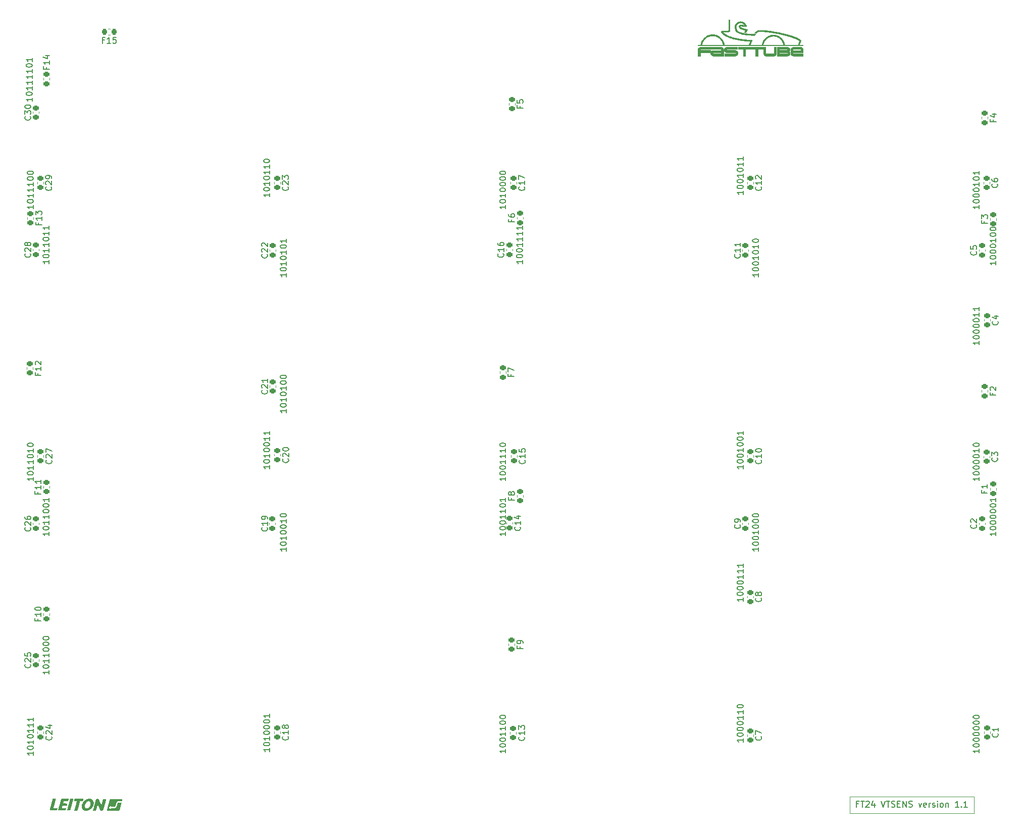
<source format=gto>
G04 #@! TF.GenerationSoftware,KiCad,Pcbnew,8.0.0-1.fc39*
G04 #@! TF.CreationDate,2024-03-18T17:57:31+01:00*
G04 #@! TF.ProjectId,FT24-AMS-Slave_v1-VTSENS,46543234-2d41-44d5-932d-536c6176655f,rev?*
G04 #@! TF.SameCoordinates,Original*
G04 #@! TF.FileFunction,Legend,Top*
G04 #@! TF.FilePolarity,Positive*
%FSLAX46Y46*%
G04 Gerber Fmt 4.6, Leading zero omitted, Abs format (unit mm)*
G04 Created by KiCad (PCBNEW 8.0.0-1.fc39) date 2024-03-18 17:57:31*
%MOMM*%
%LPD*%
G01*
G04 APERTURE LIST*
G04 Aperture macros list*
%AMRoundRect*
0 Rectangle with rounded corners*
0 $1 Rounding radius*
0 $2 $3 $4 $5 $6 $7 $8 $9 X,Y pos of 4 corners*
0 Add a 4 corners polygon primitive as box body*
4,1,4,$2,$3,$4,$5,$6,$7,$8,$9,$2,$3,0*
0 Add four circle primitives for the rounded corners*
1,1,$1+$1,$2,$3*
1,1,$1+$1,$4,$5*
1,1,$1+$1,$6,$7*
1,1,$1+$1,$8,$9*
0 Add four rect primitives between the rounded corners*
20,1,$1+$1,$2,$3,$4,$5,0*
20,1,$1+$1,$4,$5,$6,$7,0*
20,1,$1+$1,$6,$7,$8,$9,0*
20,1,$1+$1,$8,$9,$2,$3,0*%
G04 Aperture macros list end*
%ADD10C,0.200000*%
%ADD11C,0.020000*%
%ADD12C,0.150000*%
%ADD13C,0.120000*%
%ADD14C,0.010000*%
%ADD15C,0.000000*%
%ADD16RoundRect,0.218750X-0.256250X0.218750X-0.256250X-0.218750X0.256250X-0.218750X0.256250X0.218750X0*%
%ADD17RoundRect,0.225000X0.250000X-0.225000X0.250000X0.225000X-0.250000X0.225000X-0.250000X-0.225000X0*%
%ADD18RoundRect,0.225000X-0.250000X0.225000X-0.250000X-0.225000X0.250000X-0.225000X0.250000X0.225000X0*%
%ADD19RoundRect,0.381000X-0.762000X-0.381000X0.762000X-0.381000X0.762000X0.381000X-0.762000X0.381000X0*%
%ADD20C,1.000000*%
%ADD21RoundRect,0.218750X0.218750X0.256250X-0.218750X0.256250X-0.218750X-0.256250X0.218750X-0.256250X0*%
G04 APERTURE END LIST*
D10*
X145867219Y-55306517D02*
X145867219Y-55877945D01*
X145867219Y-55592231D02*
X144867219Y-55592231D01*
X144867219Y-55592231D02*
X145010076Y-55687469D01*
X145010076Y-55687469D02*
X145105314Y-55782707D01*
X145105314Y-55782707D02*
X145152933Y-55877945D01*
X144867219Y-54687469D02*
X144867219Y-54592231D01*
X144867219Y-54592231D02*
X144914838Y-54496993D01*
X144914838Y-54496993D02*
X144962457Y-54449374D01*
X144962457Y-54449374D02*
X145057695Y-54401755D01*
X145057695Y-54401755D02*
X145248171Y-54354136D01*
X145248171Y-54354136D02*
X145486266Y-54354136D01*
X145486266Y-54354136D02*
X145676742Y-54401755D01*
X145676742Y-54401755D02*
X145771980Y-54449374D01*
X145771980Y-54449374D02*
X145819600Y-54496993D01*
X145819600Y-54496993D02*
X145867219Y-54592231D01*
X145867219Y-54592231D02*
X145867219Y-54687469D01*
X145867219Y-54687469D02*
X145819600Y-54782707D01*
X145819600Y-54782707D02*
X145771980Y-54830326D01*
X145771980Y-54830326D02*
X145676742Y-54877945D01*
X145676742Y-54877945D02*
X145486266Y-54925564D01*
X145486266Y-54925564D02*
X145248171Y-54925564D01*
X145248171Y-54925564D02*
X145057695Y-54877945D01*
X145057695Y-54877945D02*
X144962457Y-54830326D01*
X144962457Y-54830326D02*
X144914838Y-54782707D01*
X144914838Y-54782707D02*
X144867219Y-54687469D01*
X145867219Y-53401755D02*
X145867219Y-53973183D01*
X145867219Y-53687469D02*
X144867219Y-53687469D01*
X144867219Y-53687469D02*
X145010076Y-53782707D01*
X145010076Y-53782707D02*
X145105314Y-53877945D01*
X145105314Y-53877945D02*
X145152933Y-53973183D01*
X144867219Y-52782707D02*
X144867219Y-52687469D01*
X144867219Y-52687469D02*
X144914838Y-52592231D01*
X144914838Y-52592231D02*
X144962457Y-52544612D01*
X144962457Y-52544612D02*
X145057695Y-52496993D01*
X145057695Y-52496993D02*
X145248171Y-52449374D01*
X145248171Y-52449374D02*
X145486266Y-52449374D01*
X145486266Y-52449374D02*
X145676742Y-52496993D01*
X145676742Y-52496993D02*
X145771980Y-52544612D01*
X145771980Y-52544612D02*
X145819600Y-52592231D01*
X145819600Y-52592231D02*
X145867219Y-52687469D01*
X145867219Y-52687469D02*
X145867219Y-52782707D01*
X145867219Y-52782707D02*
X145819600Y-52877945D01*
X145819600Y-52877945D02*
X145771980Y-52925564D01*
X145771980Y-52925564D02*
X145676742Y-52973183D01*
X145676742Y-52973183D02*
X145486266Y-53020802D01*
X145486266Y-53020802D02*
X145248171Y-53020802D01*
X145248171Y-53020802D02*
X145057695Y-52973183D01*
X145057695Y-52973183D02*
X144962457Y-52925564D01*
X144962457Y-52925564D02*
X144914838Y-52877945D01*
X144914838Y-52877945D02*
X144867219Y-52782707D01*
X144867219Y-51830326D02*
X144867219Y-51735088D01*
X144867219Y-51735088D02*
X144914838Y-51639850D01*
X144914838Y-51639850D02*
X144962457Y-51592231D01*
X144962457Y-51592231D02*
X145057695Y-51544612D01*
X145057695Y-51544612D02*
X145248171Y-51496993D01*
X145248171Y-51496993D02*
X145486266Y-51496993D01*
X145486266Y-51496993D02*
X145676742Y-51544612D01*
X145676742Y-51544612D02*
X145771980Y-51592231D01*
X145771980Y-51592231D02*
X145819600Y-51639850D01*
X145819600Y-51639850D02*
X145867219Y-51735088D01*
X145867219Y-51735088D02*
X145867219Y-51830326D01*
X145867219Y-51830326D02*
X145819600Y-51925564D01*
X145819600Y-51925564D02*
X145771980Y-51973183D01*
X145771980Y-51973183D02*
X145676742Y-52020802D01*
X145676742Y-52020802D02*
X145486266Y-52068421D01*
X145486266Y-52068421D02*
X145248171Y-52068421D01*
X145248171Y-52068421D02*
X145057695Y-52020802D01*
X145057695Y-52020802D02*
X144962457Y-51973183D01*
X144962457Y-51973183D02*
X144914838Y-51925564D01*
X144914838Y-51925564D02*
X144867219Y-51830326D01*
X144867219Y-50877945D02*
X144867219Y-50782707D01*
X144867219Y-50782707D02*
X144914838Y-50687469D01*
X144914838Y-50687469D02*
X144962457Y-50639850D01*
X144962457Y-50639850D02*
X145057695Y-50592231D01*
X145057695Y-50592231D02*
X145248171Y-50544612D01*
X145248171Y-50544612D02*
X145486266Y-50544612D01*
X145486266Y-50544612D02*
X145676742Y-50592231D01*
X145676742Y-50592231D02*
X145771980Y-50639850D01*
X145771980Y-50639850D02*
X145819600Y-50687469D01*
X145819600Y-50687469D02*
X145867219Y-50782707D01*
X145867219Y-50782707D02*
X145867219Y-50877945D01*
X145867219Y-50877945D02*
X145819600Y-50973183D01*
X145819600Y-50973183D02*
X145771980Y-51020802D01*
X145771980Y-51020802D02*
X145676742Y-51068421D01*
X145676742Y-51068421D02*
X145486266Y-51116040D01*
X145486266Y-51116040D02*
X145248171Y-51116040D01*
X145248171Y-51116040D02*
X145057695Y-51068421D01*
X145057695Y-51068421D02*
X144962457Y-51020802D01*
X144962457Y-51020802D02*
X144914838Y-50973183D01*
X144914838Y-50973183D02*
X144867219Y-50877945D01*
X144867219Y-49925564D02*
X144867219Y-49830326D01*
X144867219Y-49830326D02*
X144914838Y-49735088D01*
X144914838Y-49735088D02*
X144962457Y-49687469D01*
X144962457Y-49687469D02*
X145057695Y-49639850D01*
X145057695Y-49639850D02*
X145248171Y-49592231D01*
X145248171Y-49592231D02*
X145486266Y-49592231D01*
X145486266Y-49592231D02*
X145676742Y-49639850D01*
X145676742Y-49639850D02*
X145771980Y-49687469D01*
X145771980Y-49687469D02*
X145819600Y-49735088D01*
X145819600Y-49735088D02*
X145867219Y-49830326D01*
X145867219Y-49830326D02*
X145867219Y-49925564D01*
X145867219Y-49925564D02*
X145819600Y-50020802D01*
X145819600Y-50020802D02*
X145771980Y-50068421D01*
X145771980Y-50068421D02*
X145676742Y-50116040D01*
X145676742Y-50116040D02*
X145486266Y-50163659D01*
X145486266Y-50163659D02*
X145248171Y-50163659D01*
X145248171Y-50163659D02*
X145057695Y-50116040D01*
X145057695Y-50116040D02*
X144962457Y-50068421D01*
X144962457Y-50068421D02*
X144914838Y-50020802D01*
X144914838Y-50020802D02*
X144867219Y-49925564D01*
X145867219Y-100906517D02*
X145867219Y-101477945D01*
X145867219Y-101192231D02*
X144867219Y-101192231D01*
X144867219Y-101192231D02*
X145010076Y-101287469D01*
X145010076Y-101287469D02*
X145105314Y-101382707D01*
X145105314Y-101382707D02*
X145152933Y-101477945D01*
X144867219Y-100287469D02*
X144867219Y-100192231D01*
X144867219Y-100192231D02*
X144914838Y-100096993D01*
X144914838Y-100096993D02*
X144962457Y-100049374D01*
X144962457Y-100049374D02*
X145057695Y-100001755D01*
X145057695Y-100001755D02*
X145248171Y-99954136D01*
X145248171Y-99954136D02*
X145486266Y-99954136D01*
X145486266Y-99954136D02*
X145676742Y-100001755D01*
X145676742Y-100001755D02*
X145771980Y-100049374D01*
X145771980Y-100049374D02*
X145819600Y-100096993D01*
X145819600Y-100096993D02*
X145867219Y-100192231D01*
X145867219Y-100192231D02*
X145867219Y-100287469D01*
X145867219Y-100287469D02*
X145819600Y-100382707D01*
X145819600Y-100382707D02*
X145771980Y-100430326D01*
X145771980Y-100430326D02*
X145676742Y-100477945D01*
X145676742Y-100477945D02*
X145486266Y-100525564D01*
X145486266Y-100525564D02*
X145248171Y-100525564D01*
X145248171Y-100525564D02*
X145057695Y-100477945D01*
X145057695Y-100477945D02*
X144962457Y-100430326D01*
X144962457Y-100430326D02*
X144914838Y-100382707D01*
X144914838Y-100382707D02*
X144867219Y-100287469D01*
X144867219Y-99335088D02*
X144867219Y-99239850D01*
X144867219Y-99239850D02*
X144914838Y-99144612D01*
X144914838Y-99144612D02*
X144962457Y-99096993D01*
X144962457Y-99096993D02*
X145057695Y-99049374D01*
X145057695Y-99049374D02*
X145248171Y-99001755D01*
X145248171Y-99001755D02*
X145486266Y-99001755D01*
X145486266Y-99001755D02*
X145676742Y-99049374D01*
X145676742Y-99049374D02*
X145771980Y-99096993D01*
X145771980Y-99096993D02*
X145819600Y-99144612D01*
X145819600Y-99144612D02*
X145867219Y-99239850D01*
X145867219Y-99239850D02*
X145867219Y-99335088D01*
X145867219Y-99335088D02*
X145819600Y-99430326D01*
X145819600Y-99430326D02*
X145771980Y-99477945D01*
X145771980Y-99477945D02*
X145676742Y-99525564D01*
X145676742Y-99525564D02*
X145486266Y-99573183D01*
X145486266Y-99573183D02*
X145248171Y-99573183D01*
X145248171Y-99573183D02*
X145057695Y-99525564D01*
X145057695Y-99525564D02*
X144962457Y-99477945D01*
X144962457Y-99477945D02*
X144914838Y-99430326D01*
X144914838Y-99430326D02*
X144867219Y-99335088D01*
X145867219Y-98049374D02*
X145867219Y-98620802D01*
X145867219Y-98335088D02*
X144867219Y-98335088D01*
X144867219Y-98335088D02*
X145010076Y-98430326D01*
X145010076Y-98430326D02*
X145105314Y-98525564D01*
X145105314Y-98525564D02*
X145152933Y-98620802D01*
X145867219Y-97096993D02*
X145867219Y-97668421D01*
X145867219Y-97382707D02*
X144867219Y-97382707D01*
X144867219Y-97382707D02*
X145010076Y-97477945D01*
X145010076Y-97477945D02*
X145105314Y-97573183D01*
X145105314Y-97573183D02*
X145152933Y-97668421D01*
X145867219Y-96144612D02*
X145867219Y-96716040D01*
X145867219Y-96430326D02*
X144867219Y-96430326D01*
X144867219Y-96430326D02*
X145010076Y-96525564D01*
X145010076Y-96525564D02*
X145105314Y-96620802D01*
X145105314Y-96620802D02*
X145152933Y-96716040D01*
X144867219Y-95525564D02*
X144867219Y-95430326D01*
X144867219Y-95430326D02*
X144914838Y-95335088D01*
X144914838Y-95335088D02*
X144962457Y-95287469D01*
X144962457Y-95287469D02*
X145057695Y-95239850D01*
X145057695Y-95239850D02*
X145248171Y-95192231D01*
X145248171Y-95192231D02*
X145486266Y-95192231D01*
X145486266Y-95192231D02*
X145676742Y-95239850D01*
X145676742Y-95239850D02*
X145771980Y-95287469D01*
X145771980Y-95287469D02*
X145819600Y-95335088D01*
X145819600Y-95335088D02*
X145867219Y-95430326D01*
X145867219Y-95430326D02*
X145867219Y-95525564D01*
X145867219Y-95525564D02*
X145819600Y-95620802D01*
X145819600Y-95620802D02*
X145771980Y-95668421D01*
X145771980Y-95668421D02*
X145676742Y-95716040D01*
X145676742Y-95716040D02*
X145486266Y-95763659D01*
X145486266Y-95763659D02*
X145248171Y-95763659D01*
X145248171Y-95763659D02*
X145057695Y-95716040D01*
X145057695Y-95716040D02*
X144962457Y-95668421D01*
X144962457Y-95668421D02*
X144914838Y-95620802D01*
X144914838Y-95620802D02*
X144867219Y-95525564D01*
X185667219Y-52906517D02*
X185667219Y-53477945D01*
X185667219Y-53192231D02*
X184667219Y-53192231D01*
X184667219Y-53192231D02*
X184810076Y-53287469D01*
X184810076Y-53287469D02*
X184905314Y-53382707D01*
X184905314Y-53382707D02*
X184952933Y-53477945D01*
X184667219Y-52287469D02*
X184667219Y-52192231D01*
X184667219Y-52192231D02*
X184714838Y-52096993D01*
X184714838Y-52096993D02*
X184762457Y-52049374D01*
X184762457Y-52049374D02*
X184857695Y-52001755D01*
X184857695Y-52001755D02*
X185048171Y-51954136D01*
X185048171Y-51954136D02*
X185286266Y-51954136D01*
X185286266Y-51954136D02*
X185476742Y-52001755D01*
X185476742Y-52001755D02*
X185571980Y-52049374D01*
X185571980Y-52049374D02*
X185619600Y-52096993D01*
X185619600Y-52096993D02*
X185667219Y-52192231D01*
X185667219Y-52192231D02*
X185667219Y-52287469D01*
X185667219Y-52287469D02*
X185619600Y-52382707D01*
X185619600Y-52382707D02*
X185571980Y-52430326D01*
X185571980Y-52430326D02*
X185476742Y-52477945D01*
X185476742Y-52477945D02*
X185286266Y-52525564D01*
X185286266Y-52525564D02*
X185048171Y-52525564D01*
X185048171Y-52525564D02*
X184857695Y-52477945D01*
X184857695Y-52477945D02*
X184762457Y-52430326D01*
X184762457Y-52430326D02*
X184714838Y-52382707D01*
X184714838Y-52382707D02*
X184667219Y-52287469D01*
X184667219Y-51335088D02*
X184667219Y-51239850D01*
X184667219Y-51239850D02*
X184714838Y-51144612D01*
X184714838Y-51144612D02*
X184762457Y-51096993D01*
X184762457Y-51096993D02*
X184857695Y-51049374D01*
X184857695Y-51049374D02*
X185048171Y-51001755D01*
X185048171Y-51001755D02*
X185286266Y-51001755D01*
X185286266Y-51001755D02*
X185476742Y-51049374D01*
X185476742Y-51049374D02*
X185571980Y-51096993D01*
X185571980Y-51096993D02*
X185619600Y-51144612D01*
X185619600Y-51144612D02*
X185667219Y-51239850D01*
X185667219Y-51239850D02*
X185667219Y-51335088D01*
X185667219Y-51335088D02*
X185619600Y-51430326D01*
X185619600Y-51430326D02*
X185571980Y-51477945D01*
X185571980Y-51477945D02*
X185476742Y-51525564D01*
X185476742Y-51525564D02*
X185286266Y-51573183D01*
X185286266Y-51573183D02*
X185048171Y-51573183D01*
X185048171Y-51573183D02*
X184857695Y-51525564D01*
X184857695Y-51525564D02*
X184762457Y-51477945D01*
X184762457Y-51477945D02*
X184714838Y-51430326D01*
X184714838Y-51430326D02*
X184667219Y-51335088D01*
X185667219Y-50049374D02*
X185667219Y-50620802D01*
X185667219Y-50335088D02*
X184667219Y-50335088D01*
X184667219Y-50335088D02*
X184810076Y-50430326D01*
X184810076Y-50430326D02*
X184905314Y-50525564D01*
X184905314Y-50525564D02*
X184952933Y-50620802D01*
X184667219Y-49430326D02*
X184667219Y-49335088D01*
X184667219Y-49335088D02*
X184714838Y-49239850D01*
X184714838Y-49239850D02*
X184762457Y-49192231D01*
X184762457Y-49192231D02*
X184857695Y-49144612D01*
X184857695Y-49144612D02*
X185048171Y-49096993D01*
X185048171Y-49096993D02*
X185286266Y-49096993D01*
X185286266Y-49096993D02*
X185476742Y-49144612D01*
X185476742Y-49144612D02*
X185571980Y-49192231D01*
X185571980Y-49192231D02*
X185619600Y-49239850D01*
X185619600Y-49239850D02*
X185667219Y-49335088D01*
X185667219Y-49335088D02*
X185667219Y-49430326D01*
X185667219Y-49430326D02*
X185619600Y-49525564D01*
X185619600Y-49525564D02*
X185571980Y-49573183D01*
X185571980Y-49573183D02*
X185476742Y-49620802D01*
X185476742Y-49620802D02*
X185286266Y-49668421D01*
X185286266Y-49668421D02*
X185048171Y-49668421D01*
X185048171Y-49668421D02*
X184857695Y-49620802D01*
X184857695Y-49620802D02*
X184762457Y-49573183D01*
X184762457Y-49573183D02*
X184714838Y-49525564D01*
X184714838Y-49525564D02*
X184667219Y-49430326D01*
X185667219Y-48144612D02*
X185667219Y-48716040D01*
X185667219Y-48430326D02*
X184667219Y-48430326D01*
X184667219Y-48430326D02*
X184810076Y-48525564D01*
X184810076Y-48525564D02*
X184905314Y-48620802D01*
X184905314Y-48620802D02*
X184952933Y-48716040D01*
X185667219Y-47192231D02*
X185667219Y-47763659D01*
X185667219Y-47477945D02*
X184667219Y-47477945D01*
X184667219Y-47477945D02*
X184810076Y-47573183D01*
X184810076Y-47573183D02*
X184905314Y-47668421D01*
X184905314Y-47668421D02*
X184952933Y-47763659D01*
X66467219Y-37306517D02*
X66467219Y-37877945D01*
X66467219Y-37592231D02*
X65467219Y-37592231D01*
X65467219Y-37592231D02*
X65610076Y-37687469D01*
X65610076Y-37687469D02*
X65705314Y-37782707D01*
X65705314Y-37782707D02*
X65752933Y-37877945D01*
X65467219Y-36687469D02*
X65467219Y-36592231D01*
X65467219Y-36592231D02*
X65514838Y-36496993D01*
X65514838Y-36496993D02*
X65562457Y-36449374D01*
X65562457Y-36449374D02*
X65657695Y-36401755D01*
X65657695Y-36401755D02*
X65848171Y-36354136D01*
X65848171Y-36354136D02*
X66086266Y-36354136D01*
X66086266Y-36354136D02*
X66276742Y-36401755D01*
X66276742Y-36401755D02*
X66371980Y-36449374D01*
X66371980Y-36449374D02*
X66419600Y-36496993D01*
X66419600Y-36496993D02*
X66467219Y-36592231D01*
X66467219Y-36592231D02*
X66467219Y-36687469D01*
X66467219Y-36687469D02*
X66419600Y-36782707D01*
X66419600Y-36782707D02*
X66371980Y-36830326D01*
X66371980Y-36830326D02*
X66276742Y-36877945D01*
X66276742Y-36877945D02*
X66086266Y-36925564D01*
X66086266Y-36925564D02*
X65848171Y-36925564D01*
X65848171Y-36925564D02*
X65657695Y-36877945D01*
X65657695Y-36877945D02*
X65562457Y-36830326D01*
X65562457Y-36830326D02*
X65514838Y-36782707D01*
X65514838Y-36782707D02*
X65467219Y-36687469D01*
X66467219Y-35401755D02*
X66467219Y-35973183D01*
X66467219Y-35687469D02*
X65467219Y-35687469D01*
X65467219Y-35687469D02*
X65610076Y-35782707D01*
X65610076Y-35782707D02*
X65705314Y-35877945D01*
X65705314Y-35877945D02*
X65752933Y-35973183D01*
X66467219Y-34449374D02*
X66467219Y-35020802D01*
X66467219Y-34735088D02*
X65467219Y-34735088D01*
X65467219Y-34735088D02*
X65610076Y-34830326D01*
X65610076Y-34830326D02*
X65705314Y-34925564D01*
X65705314Y-34925564D02*
X65752933Y-35020802D01*
X66467219Y-33496993D02*
X66467219Y-34068421D01*
X66467219Y-33782707D02*
X65467219Y-33782707D01*
X65467219Y-33782707D02*
X65610076Y-33877945D01*
X65610076Y-33877945D02*
X65705314Y-33973183D01*
X65705314Y-33973183D02*
X65752933Y-34068421D01*
X66467219Y-32544612D02*
X66467219Y-33116040D01*
X66467219Y-32830326D02*
X65467219Y-32830326D01*
X65467219Y-32830326D02*
X65610076Y-32925564D01*
X65610076Y-32925564D02*
X65705314Y-33020802D01*
X65705314Y-33020802D02*
X65752933Y-33116040D01*
X65467219Y-31925564D02*
X65467219Y-31830326D01*
X65467219Y-31830326D02*
X65514838Y-31735088D01*
X65514838Y-31735088D02*
X65562457Y-31687469D01*
X65562457Y-31687469D02*
X65657695Y-31639850D01*
X65657695Y-31639850D02*
X65848171Y-31592231D01*
X65848171Y-31592231D02*
X66086266Y-31592231D01*
X66086266Y-31592231D02*
X66276742Y-31639850D01*
X66276742Y-31639850D02*
X66371980Y-31687469D01*
X66371980Y-31687469D02*
X66419600Y-31735088D01*
X66419600Y-31735088D02*
X66467219Y-31830326D01*
X66467219Y-31830326D02*
X66467219Y-31925564D01*
X66467219Y-31925564D02*
X66419600Y-32020802D01*
X66419600Y-32020802D02*
X66371980Y-32068421D01*
X66371980Y-32068421D02*
X66276742Y-32116040D01*
X66276742Y-32116040D02*
X66086266Y-32163659D01*
X66086266Y-32163659D02*
X65848171Y-32163659D01*
X65848171Y-32163659D02*
X65657695Y-32116040D01*
X65657695Y-32116040D02*
X65562457Y-32068421D01*
X65562457Y-32068421D02*
X65514838Y-32020802D01*
X65514838Y-32020802D02*
X65467219Y-31925564D01*
X66467219Y-30639850D02*
X66467219Y-31211278D01*
X66467219Y-30925564D02*
X65467219Y-30925564D01*
X65467219Y-30925564D02*
X65610076Y-31020802D01*
X65610076Y-31020802D02*
X65705314Y-31116040D01*
X65705314Y-31116040D02*
X65752933Y-31211278D01*
X228067219Y-64706517D02*
X228067219Y-65277945D01*
X228067219Y-64992231D02*
X227067219Y-64992231D01*
X227067219Y-64992231D02*
X227210076Y-65087469D01*
X227210076Y-65087469D02*
X227305314Y-65182707D01*
X227305314Y-65182707D02*
X227352933Y-65277945D01*
X227067219Y-64087469D02*
X227067219Y-63992231D01*
X227067219Y-63992231D02*
X227114838Y-63896993D01*
X227114838Y-63896993D02*
X227162457Y-63849374D01*
X227162457Y-63849374D02*
X227257695Y-63801755D01*
X227257695Y-63801755D02*
X227448171Y-63754136D01*
X227448171Y-63754136D02*
X227686266Y-63754136D01*
X227686266Y-63754136D02*
X227876742Y-63801755D01*
X227876742Y-63801755D02*
X227971980Y-63849374D01*
X227971980Y-63849374D02*
X228019600Y-63896993D01*
X228019600Y-63896993D02*
X228067219Y-63992231D01*
X228067219Y-63992231D02*
X228067219Y-64087469D01*
X228067219Y-64087469D02*
X228019600Y-64182707D01*
X228019600Y-64182707D02*
X227971980Y-64230326D01*
X227971980Y-64230326D02*
X227876742Y-64277945D01*
X227876742Y-64277945D02*
X227686266Y-64325564D01*
X227686266Y-64325564D02*
X227448171Y-64325564D01*
X227448171Y-64325564D02*
X227257695Y-64277945D01*
X227257695Y-64277945D02*
X227162457Y-64230326D01*
X227162457Y-64230326D02*
X227114838Y-64182707D01*
X227114838Y-64182707D02*
X227067219Y-64087469D01*
X227067219Y-63135088D02*
X227067219Y-63039850D01*
X227067219Y-63039850D02*
X227114838Y-62944612D01*
X227114838Y-62944612D02*
X227162457Y-62896993D01*
X227162457Y-62896993D02*
X227257695Y-62849374D01*
X227257695Y-62849374D02*
X227448171Y-62801755D01*
X227448171Y-62801755D02*
X227686266Y-62801755D01*
X227686266Y-62801755D02*
X227876742Y-62849374D01*
X227876742Y-62849374D02*
X227971980Y-62896993D01*
X227971980Y-62896993D02*
X228019600Y-62944612D01*
X228019600Y-62944612D02*
X228067219Y-63039850D01*
X228067219Y-63039850D02*
X228067219Y-63135088D01*
X228067219Y-63135088D02*
X228019600Y-63230326D01*
X228019600Y-63230326D02*
X227971980Y-63277945D01*
X227971980Y-63277945D02*
X227876742Y-63325564D01*
X227876742Y-63325564D02*
X227686266Y-63373183D01*
X227686266Y-63373183D02*
X227448171Y-63373183D01*
X227448171Y-63373183D02*
X227257695Y-63325564D01*
X227257695Y-63325564D02*
X227162457Y-63277945D01*
X227162457Y-63277945D02*
X227114838Y-63230326D01*
X227114838Y-63230326D02*
X227067219Y-63135088D01*
X227067219Y-62182707D02*
X227067219Y-62087469D01*
X227067219Y-62087469D02*
X227114838Y-61992231D01*
X227114838Y-61992231D02*
X227162457Y-61944612D01*
X227162457Y-61944612D02*
X227257695Y-61896993D01*
X227257695Y-61896993D02*
X227448171Y-61849374D01*
X227448171Y-61849374D02*
X227686266Y-61849374D01*
X227686266Y-61849374D02*
X227876742Y-61896993D01*
X227876742Y-61896993D02*
X227971980Y-61944612D01*
X227971980Y-61944612D02*
X228019600Y-61992231D01*
X228019600Y-61992231D02*
X228067219Y-62087469D01*
X228067219Y-62087469D02*
X228067219Y-62182707D01*
X228067219Y-62182707D02*
X228019600Y-62277945D01*
X228019600Y-62277945D02*
X227971980Y-62325564D01*
X227971980Y-62325564D02*
X227876742Y-62373183D01*
X227876742Y-62373183D02*
X227686266Y-62420802D01*
X227686266Y-62420802D02*
X227448171Y-62420802D01*
X227448171Y-62420802D02*
X227257695Y-62373183D01*
X227257695Y-62373183D02*
X227162457Y-62325564D01*
X227162457Y-62325564D02*
X227114838Y-62277945D01*
X227114838Y-62277945D02*
X227067219Y-62182707D01*
X228067219Y-60896993D02*
X228067219Y-61468421D01*
X228067219Y-61182707D02*
X227067219Y-61182707D01*
X227067219Y-61182707D02*
X227210076Y-61277945D01*
X227210076Y-61277945D02*
X227305314Y-61373183D01*
X227305314Y-61373183D02*
X227352933Y-61468421D01*
X227067219Y-60277945D02*
X227067219Y-60182707D01*
X227067219Y-60182707D02*
X227114838Y-60087469D01*
X227114838Y-60087469D02*
X227162457Y-60039850D01*
X227162457Y-60039850D02*
X227257695Y-59992231D01*
X227257695Y-59992231D02*
X227448171Y-59944612D01*
X227448171Y-59944612D02*
X227686266Y-59944612D01*
X227686266Y-59944612D02*
X227876742Y-59992231D01*
X227876742Y-59992231D02*
X227971980Y-60039850D01*
X227971980Y-60039850D02*
X228019600Y-60087469D01*
X228019600Y-60087469D02*
X228067219Y-60182707D01*
X228067219Y-60182707D02*
X228067219Y-60277945D01*
X228067219Y-60277945D02*
X228019600Y-60373183D01*
X228019600Y-60373183D02*
X227971980Y-60420802D01*
X227971980Y-60420802D02*
X227876742Y-60468421D01*
X227876742Y-60468421D02*
X227686266Y-60516040D01*
X227686266Y-60516040D02*
X227448171Y-60516040D01*
X227448171Y-60516040D02*
X227257695Y-60468421D01*
X227257695Y-60468421D02*
X227162457Y-60420802D01*
X227162457Y-60420802D02*
X227114838Y-60373183D01*
X227114838Y-60373183D02*
X227067219Y-60277945D01*
X227067219Y-59325564D02*
X227067219Y-59230326D01*
X227067219Y-59230326D02*
X227114838Y-59135088D01*
X227114838Y-59135088D02*
X227162457Y-59087469D01*
X227162457Y-59087469D02*
X227257695Y-59039850D01*
X227257695Y-59039850D02*
X227448171Y-58992231D01*
X227448171Y-58992231D02*
X227686266Y-58992231D01*
X227686266Y-58992231D02*
X227876742Y-59039850D01*
X227876742Y-59039850D02*
X227971980Y-59087469D01*
X227971980Y-59087469D02*
X228019600Y-59135088D01*
X228019600Y-59135088D02*
X228067219Y-59230326D01*
X228067219Y-59230326D02*
X228067219Y-59325564D01*
X228067219Y-59325564D02*
X228019600Y-59420802D01*
X228019600Y-59420802D02*
X227971980Y-59468421D01*
X227971980Y-59468421D02*
X227876742Y-59516040D01*
X227876742Y-59516040D02*
X227686266Y-59563659D01*
X227686266Y-59563659D02*
X227448171Y-59563659D01*
X227448171Y-59563659D02*
X227257695Y-59516040D01*
X227257695Y-59516040D02*
X227162457Y-59468421D01*
X227162457Y-59468421D02*
X227114838Y-59420802D01*
X227114838Y-59420802D02*
X227067219Y-59325564D01*
X106267219Y-53306517D02*
X106267219Y-53877945D01*
X106267219Y-53592231D02*
X105267219Y-53592231D01*
X105267219Y-53592231D02*
X105410076Y-53687469D01*
X105410076Y-53687469D02*
X105505314Y-53782707D01*
X105505314Y-53782707D02*
X105552933Y-53877945D01*
X105267219Y-52687469D02*
X105267219Y-52592231D01*
X105267219Y-52592231D02*
X105314838Y-52496993D01*
X105314838Y-52496993D02*
X105362457Y-52449374D01*
X105362457Y-52449374D02*
X105457695Y-52401755D01*
X105457695Y-52401755D02*
X105648171Y-52354136D01*
X105648171Y-52354136D02*
X105886266Y-52354136D01*
X105886266Y-52354136D02*
X106076742Y-52401755D01*
X106076742Y-52401755D02*
X106171980Y-52449374D01*
X106171980Y-52449374D02*
X106219600Y-52496993D01*
X106219600Y-52496993D02*
X106267219Y-52592231D01*
X106267219Y-52592231D02*
X106267219Y-52687469D01*
X106267219Y-52687469D02*
X106219600Y-52782707D01*
X106219600Y-52782707D02*
X106171980Y-52830326D01*
X106171980Y-52830326D02*
X106076742Y-52877945D01*
X106076742Y-52877945D02*
X105886266Y-52925564D01*
X105886266Y-52925564D02*
X105648171Y-52925564D01*
X105648171Y-52925564D02*
X105457695Y-52877945D01*
X105457695Y-52877945D02*
X105362457Y-52830326D01*
X105362457Y-52830326D02*
X105314838Y-52782707D01*
X105314838Y-52782707D02*
X105267219Y-52687469D01*
X106267219Y-51401755D02*
X106267219Y-51973183D01*
X106267219Y-51687469D02*
X105267219Y-51687469D01*
X105267219Y-51687469D02*
X105410076Y-51782707D01*
X105410076Y-51782707D02*
X105505314Y-51877945D01*
X105505314Y-51877945D02*
X105552933Y-51973183D01*
X105267219Y-50782707D02*
X105267219Y-50687469D01*
X105267219Y-50687469D02*
X105314838Y-50592231D01*
X105314838Y-50592231D02*
X105362457Y-50544612D01*
X105362457Y-50544612D02*
X105457695Y-50496993D01*
X105457695Y-50496993D02*
X105648171Y-50449374D01*
X105648171Y-50449374D02*
X105886266Y-50449374D01*
X105886266Y-50449374D02*
X106076742Y-50496993D01*
X106076742Y-50496993D02*
X106171980Y-50544612D01*
X106171980Y-50544612D02*
X106219600Y-50592231D01*
X106219600Y-50592231D02*
X106267219Y-50687469D01*
X106267219Y-50687469D02*
X106267219Y-50782707D01*
X106267219Y-50782707D02*
X106219600Y-50877945D01*
X106219600Y-50877945D02*
X106171980Y-50925564D01*
X106171980Y-50925564D02*
X106076742Y-50973183D01*
X106076742Y-50973183D02*
X105886266Y-51020802D01*
X105886266Y-51020802D02*
X105648171Y-51020802D01*
X105648171Y-51020802D02*
X105457695Y-50973183D01*
X105457695Y-50973183D02*
X105362457Y-50925564D01*
X105362457Y-50925564D02*
X105314838Y-50877945D01*
X105314838Y-50877945D02*
X105267219Y-50782707D01*
X106267219Y-49496993D02*
X106267219Y-50068421D01*
X106267219Y-49782707D02*
X105267219Y-49782707D01*
X105267219Y-49782707D02*
X105410076Y-49877945D01*
X105410076Y-49877945D02*
X105505314Y-49973183D01*
X105505314Y-49973183D02*
X105552933Y-50068421D01*
X106267219Y-48544612D02*
X106267219Y-49116040D01*
X106267219Y-48830326D02*
X105267219Y-48830326D01*
X105267219Y-48830326D02*
X105410076Y-48925564D01*
X105410076Y-48925564D02*
X105505314Y-49020802D01*
X105505314Y-49020802D02*
X105552933Y-49116040D01*
X105267219Y-47925564D02*
X105267219Y-47830326D01*
X105267219Y-47830326D02*
X105314838Y-47735088D01*
X105314838Y-47735088D02*
X105362457Y-47687469D01*
X105362457Y-47687469D02*
X105457695Y-47639850D01*
X105457695Y-47639850D02*
X105648171Y-47592231D01*
X105648171Y-47592231D02*
X105886266Y-47592231D01*
X105886266Y-47592231D02*
X106076742Y-47639850D01*
X106076742Y-47639850D02*
X106171980Y-47687469D01*
X106171980Y-47687469D02*
X106219600Y-47735088D01*
X106219600Y-47735088D02*
X106267219Y-47830326D01*
X106267219Y-47830326D02*
X106267219Y-47925564D01*
X106267219Y-47925564D02*
X106219600Y-48020802D01*
X106219600Y-48020802D02*
X106171980Y-48068421D01*
X106171980Y-48068421D02*
X106076742Y-48116040D01*
X106076742Y-48116040D02*
X105886266Y-48163659D01*
X105886266Y-48163659D02*
X105648171Y-48163659D01*
X105648171Y-48163659D02*
X105457695Y-48116040D01*
X105457695Y-48116040D02*
X105362457Y-48068421D01*
X105362457Y-48068421D02*
X105314838Y-48020802D01*
X105314838Y-48020802D02*
X105267219Y-47925564D01*
X145867219Y-110106517D02*
X145867219Y-110677945D01*
X145867219Y-110392231D02*
X144867219Y-110392231D01*
X144867219Y-110392231D02*
X145010076Y-110487469D01*
X145010076Y-110487469D02*
X145105314Y-110582707D01*
X145105314Y-110582707D02*
X145152933Y-110677945D01*
X144867219Y-109487469D02*
X144867219Y-109392231D01*
X144867219Y-109392231D02*
X144914838Y-109296993D01*
X144914838Y-109296993D02*
X144962457Y-109249374D01*
X144962457Y-109249374D02*
X145057695Y-109201755D01*
X145057695Y-109201755D02*
X145248171Y-109154136D01*
X145248171Y-109154136D02*
X145486266Y-109154136D01*
X145486266Y-109154136D02*
X145676742Y-109201755D01*
X145676742Y-109201755D02*
X145771980Y-109249374D01*
X145771980Y-109249374D02*
X145819600Y-109296993D01*
X145819600Y-109296993D02*
X145867219Y-109392231D01*
X145867219Y-109392231D02*
X145867219Y-109487469D01*
X145867219Y-109487469D02*
X145819600Y-109582707D01*
X145819600Y-109582707D02*
X145771980Y-109630326D01*
X145771980Y-109630326D02*
X145676742Y-109677945D01*
X145676742Y-109677945D02*
X145486266Y-109725564D01*
X145486266Y-109725564D02*
X145248171Y-109725564D01*
X145248171Y-109725564D02*
X145057695Y-109677945D01*
X145057695Y-109677945D02*
X144962457Y-109630326D01*
X144962457Y-109630326D02*
X144914838Y-109582707D01*
X144914838Y-109582707D02*
X144867219Y-109487469D01*
X144867219Y-108535088D02*
X144867219Y-108439850D01*
X144867219Y-108439850D02*
X144914838Y-108344612D01*
X144914838Y-108344612D02*
X144962457Y-108296993D01*
X144962457Y-108296993D02*
X145057695Y-108249374D01*
X145057695Y-108249374D02*
X145248171Y-108201755D01*
X145248171Y-108201755D02*
X145486266Y-108201755D01*
X145486266Y-108201755D02*
X145676742Y-108249374D01*
X145676742Y-108249374D02*
X145771980Y-108296993D01*
X145771980Y-108296993D02*
X145819600Y-108344612D01*
X145819600Y-108344612D02*
X145867219Y-108439850D01*
X145867219Y-108439850D02*
X145867219Y-108535088D01*
X145867219Y-108535088D02*
X145819600Y-108630326D01*
X145819600Y-108630326D02*
X145771980Y-108677945D01*
X145771980Y-108677945D02*
X145676742Y-108725564D01*
X145676742Y-108725564D02*
X145486266Y-108773183D01*
X145486266Y-108773183D02*
X145248171Y-108773183D01*
X145248171Y-108773183D02*
X145057695Y-108725564D01*
X145057695Y-108725564D02*
X144962457Y-108677945D01*
X144962457Y-108677945D02*
X144914838Y-108630326D01*
X144914838Y-108630326D02*
X144867219Y-108535088D01*
X145867219Y-107249374D02*
X145867219Y-107820802D01*
X145867219Y-107535088D02*
X144867219Y-107535088D01*
X144867219Y-107535088D02*
X145010076Y-107630326D01*
X145010076Y-107630326D02*
X145105314Y-107725564D01*
X145105314Y-107725564D02*
X145152933Y-107820802D01*
X145867219Y-106296993D02*
X145867219Y-106868421D01*
X145867219Y-106582707D02*
X144867219Y-106582707D01*
X144867219Y-106582707D02*
X145010076Y-106677945D01*
X145010076Y-106677945D02*
X145105314Y-106773183D01*
X145105314Y-106773183D02*
X145152933Y-106868421D01*
X144867219Y-105677945D02*
X144867219Y-105582707D01*
X144867219Y-105582707D02*
X144914838Y-105487469D01*
X144914838Y-105487469D02*
X144962457Y-105439850D01*
X144962457Y-105439850D02*
X145057695Y-105392231D01*
X145057695Y-105392231D02*
X145248171Y-105344612D01*
X145248171Y-105344612D02*
X145486266Y-105344612D01*
X145486266Y-105344612D02*
X145676742Y-105392231D01*
X145676742Y-105392231D02*
X145771980Y-105439850D01*
X145771980Y-105439850D02*
X145819600Y-105487469D01*
X145819600Y-105487469D02*
X145867219Y-105582707D01*
X145867219Y-105582707D02*
X145867219Y-105677945D01*
X145867219Y-105677945D02*
X145819600Y-105773183D01*
X145819600Y-105773183D02*
X145771980Y-105820802D01*
X145771980Y-105820802D02*
X145676742Y-105868421D01*
X145676742Y-105868421D02*
X145486266Y-105916040D01*
X145486266Y-105916040D02*
X145248171Y-105916040D01*
X145248171Y-105916040D02*
X145057695Y-105868421D01*
X145057695Y-105868421D02*
X144962457Y-105820802D01*
X144962457Y-105820802D02*
X144914838Y-105773183D01*
X144914838Y-105773183D02*
X144867219Y-105677945D01*
X145867219Y-104392231D02*
X145867219Y-104963659D01*
X145867219Y-104677945D02*
X144867219Y-104677945D01*
X144867219Y-104677945D02*
X145010076Y-104773183D01*
X145010076Y-104773183D02*
X145105314Y-104868421D01*
X145105314Y-104868421D02*
X145152933Y-104963659D01*
X69267219Y-133306517D02*
X69267219Y-133877945D01*
X69267219Y-133592231D02*
X68267219Y-133592231D01*
X68267219Y-133592231D02*
X68410076Y-133687469D01*
X68410076Y-133687469D02*
X68505314Y-133782707D01*
X68505314Y-133782707D02*
X68552933Y-133877945D01*
X68267219Y-132687469D02*
X68267219Y-132592231D01*
X68267219Y-132592231D02*
X68314838Y-132496993D01*
X68314838Y-132496993D02*
X68362457Y-132449374D01*
X68362457Y-132449374D02*
X68457695Y-132401755D01*
X68457695Y-132401755D02*
X68648171Y-132354136D01*
X68648171Y-132354136D02*
X68886266Y-132354136D01*
X68886266Y-132354136D02*
X69076742Y-132401755D01*
X69076742Y-132401755D02*
X69171980Y-132449374D01*
X69171980Y-132449374D02*
X69219600Y-132496993D01*
X69219600Y-132496993D02*
X69267219Y-132592231D01*
X69267219Y-132592231D02*
X69267219Y-132687469D01*
X69267219Y-132687469D02*
X69219600Y-132782707D01*
X69219600Y-132782707D02*
X69171980Y-132830326D01*
X69171980Y-132830326D02*
X69076742Y-132877945D01*
X69076742Y-132877945D02*
X68886266Y-132925564D01*
X68886266Y-132925564D02*
X68648171Y-132925564D01*
X68648171Y-132925564D02*
X68457695Y-132877945D01*
X68457695Y-132877945D02*
X68362457Y-132830326D01*
X68362457Y-132830326D02*
X68314838Y-132782707D01*
X68314838Y-132782707D02*
X68267219Y-132687469D01*
X69267219Y-131401755D02*
X69267219Y-131973183D01*
X69267219Y-131687469D02*
X68267219Y-131687469D01*
X68267219Y-131687469D02*
X68410076Y-131782707D01*
X68410076Y-131782707D02*
X68505314Y-131877945D01*
X68505314Y-131877945D02*
X68552933Y-131973183D01*
X69267219Y-130449374D02*
X69267219Y-131020802D01*
X69267219Y-130735088D02*
X68267219Y-130735088D01*
X68267219Y-130735088D02*
X68410076Y-130830326D01*
X68410076Y-130830326D02*
X68505314Y-130925564D01*
X68505314Y-130925564D02*
X68552933Y-131020802D01*
X68267219Y-129830326D02*
X68267219Y-129735088D01*
X68267219Y-129735088D02*
X68314838Y-129639850D01*
X68314838Y-129639850D02*
X68362457Y-129592231D01*
X68362457Y-129592231D02*
X68457695Y-129544612D01*
X68457695Y-129544612D02*
X68648171Y-129496993D01*
X68648171Y-129496993D02*
X68886266Y-129496993D01*
X68886266Y-129496993D02*
X69076742Y-129544612D01*
X69076742Y-129544612D02*
X69171980Y-129592231D01*
X69171980Y-129592231D02*
X69219600Y-129639850D01*
X69219600Y-129639850D02*
X69267219Y-129735088D01*
X69267219Y-129735088D02*
X69267219Y-129830326D01*
X69267219Y-129830326D02*
X69219600Y-129925564D01*
X69219600Y-129925564D02*
X69171980Y-129973183D01*
X69171980Y-129973183D02*
X69076742Y-130020802D01*
X69076742Y-130020802D02*
X68886266Y-130068421D01*
X68886266Y-130068421D02*
X68648171Y-130068421D01*
X68648171Y-130068421D02*
X68457695Y-130020802D01*
X68457695Y-130020802D02*
X68362457Y-129973183D01*
X68362457Y-129973183D02*
X68314838Y-129925564D01*
X68314838Y-129925564D02*
X68267219Y-129830326D01*
X68267219Y-128877945D02*
X68267219Y-128782707D01*
X68267219Y-128782707D02*
X68314838Y-128687469D01*
X68314838Y-128687469D02*
X68362457Y-128639850D01*
X68362457Y-128639850D02*
X68457695Y-128592231D01*
X68457695Y-128592231D02*
X68648171Y-128544612D01*
X68648171Y-128544612D02*
X68886266Y-128544612D01*
X68886266Y-128544612D02*
X69076742Y-128592231D01*
X69076742Y-128592231D02*
X69171980Y-128639850D01*
X69171980Y-128639850D02*
X69219600Y-128687469D01*
X69219600Y-128687469D02*
X69267219Y-128782707D01*
X69267219Y-128782707D02*
X69267219Y-128877945D01*
X69267219Y-128877945D02*
X69219600Y-128973183D01*
X69219600Y-128973183D02*
X69171980Y-129020802D01*
X69171980Y-129020802D02*
X69076742Y-129068421D01*
X69076742Y-129068421D02*
X68886266Y-129116040D01*
X68886266Y-129116040D02*
X68648171Y-129116040D01*
X68648171Y-129116040D02*
X68457695Y-129068421D01*
X68457695Y-129068421D02*
X68362457Y-129020802D01*
X68362457Y-129020802D02*
X68314838Y-128973183D01*
X68314838Y-128973183D02*
X68267219Y-128877945D01*
X68267219Y-127925564D02*
X68267219Y-127830326D01*
X68267219Y-127830326D02*
X68314838Y-127735088D01*
X68314838Y-127735088D02*
X68362457Y-127687469D01*
X68362457Y-127687469D02*
X68457695Y-127639850D01*
X68457695Y-127639850D02*
X68648171Y-127592231D01*
X68648171Y-127592231D02*
X68886266Y-127592231D01*
X68886266Y-127592231D02*
X69076742Y-127639850D01*
X69076742Y-127639850D02*
X69171980Y-127687469D01*
X69171980Y-127687469D02*
X69219600Y-127735088D01*
X69219600Y-127735088D02*
X69267219Y-127830326D01*
X69267219Y-127830326D02*
X69267219Y-127925564D01*
X69267219Y-127925564D02*
X69219600Y-128020802D01*
X69219600Y-128020802D02*
X69171980Y-128068421D01*
X69171980Y-128068421D02*
X69076742Y-128116040D01*
X69076742Y-128116040D02*
X68886266Y-128163659D01*
X68886266Y-128163659D02*
X68648171Y-128163659D01*
X68648171Y-128163659D02*
X68457695Y-128116040D01*
X68457695Y-128116040D02*
X68362457Y-128068421D01*
X68362457Y-128068421D02*
X68314838Y-128020802D01*
X68314838Y-128020802D02*
X68267219Y-127925564D01*
X69267219Y-64506517D02*
X69267219Y-65077945D01*
X69267219Y-64792231D02*
X68267219Y-64792231D01*
X68267219Y-64792231D02*
X68410076Y-64887469D01*
X68410076Y-64887469D02*
X68505314Y-64982707D01*
X68505314Y-64982707D02*
X68552933Y-65077945D01*
X68267219Y-63887469D02*
X68267219Y-63792231D01*
X68267219Y-63792231D02*
X68314838Y-63696993D01*
X68314838Y-63696993D02*
X68362457Y-63649374D01*
X68362457Y-63649374D02*
X68457695Y-63601755D01*
X68457695Y-63601755D02*
X68648171Y-63554136D01*
X68648171Y-63554136D02*
X68886266Y-63554136D01*
X68886266Y-63554136D02*
X69076742Y-63601755D01*
X69076742Y-63601755D02*
X69171980Y-63649374D01*
X69171980Y-63649374D02*
X69219600Y-63696993D01*
X69219600Y-63696993D02*
X69267219Y-63792231D01*
X69267219Y-63792231D02*
X69267219Y-63887469D01*
X69267219Y-63887469D02*
X69219600Y-63982707D01*
X69219600Y-63982707D02*
X69171980Y-64030326D01*
X69171980Y-64030326D02*
X69076742Y-64077945D01*
X69076742Y-64077945D02*
X68886266Y-64125564D01*
X68886266Y-64125564D02*
X68648171Y-64125564D01*
X68648171Y-64125564D02*
X68457695Y-64077945D01*
X68457695Y-64077945D02*
X68362457Y-64030326D01*
X68362457Y-64030326D02*
X68314838Y-63982707D01*
X68314838Y-63982707D02*
X68267219Y-63887469D01*
X69267219Y-62601755D02*
X69267219Y-63173183D01*
X69267219Y-62887469D02*
X68267219Y-62887469D01*
X68267219Y-62887469D02*
X68410076Y-62982707D01*
X68410076Y-62982707D02*
X68505314Y-63077945D01*
X68505314Y-63077945D02*
X68552933Y-63173183D01*
X69267219Y-61649374D02*
X69267219Y-62220802D01*
X69267219Y-61935088D02*
X68267219Y-61935088D01*
X68267219Y-61935088D02*
X68410076Y-62030326D01*
X68410076Y-62030326D02*
X68505314Y-62125564D01*
X68505314Y-62125564D02*
X68552933Y-62220802D01*
X68267219Y-61030326D02*
X68267219Y-60935088D01*
X68267219Y-60935088D02*
X68314838Y-60839850D01*
X68314838Y-60839850D02*
X68362457Y-60792231D01*
X68362457Y-60792231D02*
X68457695Y-60744612D01*
X68457695Y-60744612D02*
X68648171Y-60696993D01*
X68648171Y-60696993D02*
X68886266Y-60696993D01*
X68886266Y-60696993D02*
X69076742Y-60744612D01*
X69076742Y-60744612D02*
X69171980Y-60792231D01*
X69171980Y-60792231D02*
X69219600Y-60839850D01*
X69219600Y-60839850D02*
X69267219Y-60935088D01*
X69267219Y-60935088D02*
X69267219Y-61030326D01*
X69267219Y-61030326D02*
X69219600Y-61125564D01*
X69219600Y-61125564D02*
X69171980Y-61173183D01*
X69171980Y-61173183D02*
X69076742Y-61220802D01*
X69076742Y-61220802D02*
X68886266Y-61268421D01*
X68886266Y-61268421D02*
X68648171Y-61268421D01*
X68648171Y-61268421D02*
X68457695Y-61220802D01*
X68457695Y-61220802D02*
X68362457Y-61173183D01*
X68362457Y-61173183D02*
X68314838Y-61125564D01*
X68314838Y-61125564D02*
X68267219Y-61030326D01*
X69267219Y-59744612D02*
X69267219Y-60316040D01*
X69267219Y-60030326D02*
X68267219Y-60030326D01*
X68267219Y-60030326D02*
X68410076Y-60125564D01*
X68410076Y-60125564D02*
X68505314Y-60220802D01*
X68505314Y-60220802D02*
X68552933Y-60316040D01*
X69267219Y-58792231D02*
X69267219Y-59363659D01*
X69267219Y-59077945D02*
X68267219Y-59077945D01*
X68267219Y-59077945D02*
X68410076Y-59173183D01*
X68410076Y-59173183D02*
X68505314Y-59268421D01*
X68505314Y-59268421D02*
X68552933Y-59363659D01*
X145867219Y-146506517D02*
X145867219Y-147077945D01*
X145867219Y-146792231D02*
X144867219Y-146792231D01*
X144867219Y-146792231D02*
X145010076Y-146887469D01*
X145010076Y-146887469D02*
X145105314Y-146982707D01*
X145105314Y-146982707D02*
X145152933Y-147077945D01*
X144867219Y-145887469D02*
X144867219Y-145792231D01*
X144867219Y-145792231D02*
X144914838Y-145696993D01*
X144914838Y-145696993D02*
X144962457Y-145649374D01*
X144962457Y-145649374D02*
X145057695Y-145601755D01*
X145057695Y-145601755D02*
X145248171Y-145554136D01*
X145248171Y-145554136D02*
X145486266Y-145554136D01*
X145486266Y-145554136D02*
X145676742Y-145601755D01*
X145676742Y-145601755D02*
X145771980Y-145649374D01*
X145771980Y-145649374D02*
X145819600Y-145696993D01*
X145819600Y-145696993D02*
X145867219Y-145792231D01*
X145867219Y-145792231D02*
X145867219Y-145887469D01*
X145867219Y-145887469D02*
X145819600Y-145982707D01*
X145819600Y-145982707D02*
X145771980Y-146030326D01*
X145771980Y-146030326D02*
X145676742Y-146077945D01*
X145676742Y-146077945D02*
X145486266Y-146125564D01*
X145486266Y-146125564D02*
X145248171Y-146125564D01*
X145248171Y-146125564D02*
X145057695Y-146077945D01*
X145057695Y-146077945D02*
X144962457Y-146030326D01*
X144962457Y-146030326D02*
X144914838Y-145982707D01*
X144914838Y-145982707D02*
X144867219Y-145887469D01*
X144867219Y-144935088D02*
X144867219Y-144839850D01*
X144867219Y-144839850D02*
X144914838Y-144744612D01*
X144914838Y-144744612D02*
X144962457Y-144696993D01*
X144962457Y-144696993D02*
X145057695Y-144649374D01*
X145057695Y-144649374D02*
X145248171Y-144601755D01*
X145248171Y-144601755D02*
X145486266Y-144601755D01*
X145486266Y-144601755D02*
X145676742Y-144649374D01*
X145676742Y-144649374D02*
X145771980Y-144696993D01*
X145771980Y-144696993D02*
X145819600Y-144744612D01*
X145819600Y-144744612D02*
X145867219Y-144839850D01*
X145867219Y-144839850D02*
X145867219Y-144935088D01*
X145867219Y-144935088D02*
X145819600Y-145030326D01*
X145819600Y-145030326D02*
X145771980Y-145077945D01*
X145771980Y-145077945D02*
X145676742Y-145125564D01*
X145676742Y-145125564D02*
X145486266Y-145173183D01*
X145486266Y-145173183D02*
X145248171Y-145173183D01*
X145248171Y-145173183D02*
X145057695Y-145125564D01*
X145057695Y-145125564D02*
X144962457Y-145077945D01*
X144962457Y-145077945D02*
X144914838Y-145030326D01*
X144914838Y-145030326D02*
X144867219Y-144935088D01*
X145867219Y-143649374D02*
X145867219Y-144220802D01*
X145867219Y-143935088D02*
X144867219Y-143935088D01*
X144867219Y-143935088D02*
X145010076Y-144030326D01*
X145010076Y-144030326D02*
X145105314Y-144125564D01*
X145105314Y-144125564D02*
X145152933Y-144220802D01*
X145867219Y-142696993D02*
X145867219Y-143268421D01*
X145867219Y-142982707D02*
X144867219Y-142982707D01*
X144867219Y-142982707D02*
X145010076Y-143077945D01*
X145010076Y-143077945D02*
X145105314Y-143173183D01*
X145105314Y-143173183D02*
X145152933Y-143268421D01*
X144867219Y-142077945D02*
X144867219Y-141982707D01*
X144867219Y-141982707D02*
X144914838Y-141887469D01*
X144914838Y-141887469D02*
X144962457Y-141839850D01*
X144962457Y-141839850D02*
X145057695Y-141792231D01*
X145057695Y-141792231D02*
X145248171Y-141744612D01*
X145248171Y-141744612D02*
X145486266Y-141744612D01*
X145486266Y-141744612D02*
X145676742Y-141792231D01*
X145676742Y-141792231D02*
X145771980Y-141839850D01*
X145771980Y-141839850D02*
X145819600Y-141887469D01*
X145819600Y-141887469D02*
X145867219Y-141982707D01*
X145867219Y-141982707D02*
X145867219Y-142077945D01*
X145867219Y-142077945D02*
X145819600Y-142173183D01*
X145819600Y-142173183D02*
X145771980Y-142220802D01*
X145771980Y-142220802D02*
X145676742Y-142268421D01*
X145676742Y-142268421D02*
X145486266Y-142316040D01*
X145486266Y-142316040D02*
X145248171Y-142316040D01*
X145248171Y-142316040D02*
X145057695Y-142268421D01*
X145057695Y-142268421D02*
X144962457Y-142220802D01*
X144962457Y-142220802D02*
X144914838Y-142173183D01*
X144914838Y-142173183D02*
X144867219Y-142077945D01*
X144867219Y-141125564D02*
X144867219Y-141030326D01*
X144867219Y-141030326D02*
X144914838Y-140935088D01*
X144914838Y-140935088D02*
X144962457Y-140887469D01*
X144962457Y-140887469D02*
X145057695Y-140839850D01*
X145057695Y-140839850D02*
X145248171Y-140792231D01*
X145248171Y-140792231D02*
X145486266Y-140792231D01*
X145486266Y-140792231D02*
X145676742Y-140839850D01*
X145676742Y-140839850D02*
X145771980Y-140887469D01*
X145771980Y-140887469D02*
X145819600Y-140935088D01*
X145819600Y-140935088D02*
X145867219Y-141030326D01*
X145867219Y-141030326D02*
X145867219Y-141125564D01*
X145867219Y-141125564D02*
X145819600Y-141220802D01*
X145819600Y-141220802D02*
X145771980Y-141268421D01*
X145771980Y-141268421D02*
X145676742Y-141316040D01*
X145676742Y-141316040D02*
X145486266Y-141363659D01*
X145486266Y-141363659D02*
X145248171Y-141363659D01*
X145248171Y-141363659D02*
X145057695Y-141316040D01*
X145057695Y-141316040D02*
X144962457Y-141268421D01*
X144962457Y-141268421D02*
X144914838Y-141220802D01*
X144914838Y-141220802D02*
X144867219Y-141125564D01*
X109067219Y-66706517D02*
X109067219Y-67277945D01*
X109067219Y-66992231D02*
X108067219Y-66992231D01*
X108067219Y-66992231D02*
X108210076Y-67087469D01*
X108210076Y-67087469D02*
X108305314Y-67182707D01*
X108305314Y-67182707D02*
X108352933Y-67277945D01*
X108067219Y-66087469D02*
X108067219Y-65992231D01*
X108067219Y-65992231D02*
X108114838Y-65896993D01*
X108114838Y-65896993D02*
X108162457Y-65849374D01*
X108162457Y-65849374D02*
X108257695Y-65801755D01*
X108257695Y-65801755D02*
X108448171Y-65754136D01*
X108448171Y-65754136D02*
X108686266Y-65754136D01*
X108686266Y-65754136D02*
X108876742Y-65801755D01*
X108876742Y-65801755D02*
X108971980Y-65849374D01*
X108971980Y-65849374D02*
X109019600Y-65896993D01*
X109019600Y-65896993D02*
X109067219Y-65992231D01*
X109067219Y-65992231D02*
X109067219Y-66087469D01*
X109067219Y-66087469D02*
X109019600Y-66182707D01*
X109019600Y-66182707D02*
X108971980Y-66230326D01*
X108971980Y-66230326D02*
X108876742Y-66277945D01*
X108876742Y-66277945D02*
X108686266Y-66325564D01*
X108686266Y-66325564D02*
X108448171Y-66325564D01*
X108448171Y-66325564D02*
X108257695Y-66277945D01*
X108257695Y-66277945D02*
X108162457Y-66230326D01*
X108162457Y-66230326D02*
X108114838Y-66182707D01*
X108114838Y-66182707D02*
X108067219Y-66087469D01*
X109067219Y-64801755D02*
X109067219Y-65373183D01*
X109067219Y-65087469D02*
X108067219Y-65087469D01*
X108067219Y-65087469D02*
X108210076Y-65182707D01*
X108210076Y-65182707D02*
X108305314Y-65277945D01*
X108305314Y-65277945D02*
X108352933Y-65373183D01*
X108067219Y-64182707D02*
X108067219Y-64087469D01*
X108067219Y-64087469D02*
X108114838Y-63992231D01*
X108114838Y-63992231D02*
X108162457Y-63944612D01*
X108162457Y-63944612D02*
X108257695Y-63896993D01*
X108257695Y-63896993D02*
X108448171Y-63849374D01*
X108448171Y-63849374D02*
X108686266Y-63849374D01*
X108686266Y-63849374D02*
X108876742Y-63896993D01*
X108876742Y-63896993D02*
X108971980Y-63944612D01*
X108971980Y-63944612D02*
X109019600Y-63992231D01*
X109019600Y-63992231D02*
X109067219Y-64087469D01*
X109067219Y-64087469D02*
X109067219Y-64182707D01*
X109067219Y-64182707D02*
X109019600Y-64277945D01*
X109019600Y-64277945D02*
X108971980Y-64325564D01*
X108971980Y-64325564D02*
X108876742Y-64373183D01*
X108876742Y-64373183D02*
X108686266Y-64420802D01*
X108686266Y-64420802D02*
X108448171Y-64420802D01*
X108448171Y-64420802D02*
X108257695Y-64373183D01*
X108257695Y-64373183D02*
X108162457Y-64325564D01*
X108162457Y-64325564D02*
X108114838Y-64277945D01*
X108114838Y-64277945D02*
X108067219Y-64182707D01*
X109067219Y-62896993D02*
X109067219Y-63468421D01*
X109067219Y-63182707D02*
X108067219Y-63182707D01*
X108067219Y-63182707D02*
X108210076Y-63277945D01*
X108210076Y-63277945D02*
X108305314Y-63373183D01*
X108305314Y-63373183D02*
X108352933Y-63468421D01*
X108067219Y-62277945D02*
X108067219Y-62182707D01*
X108067219Y-62182707D02*
X108114838Y-62087469D01*
X108114838Y-62087469D02*
X108162457Y-62039850D01*
X108162457Y-62039850D02*
X108257695Y-61992231D01*
X108257695Y-61992231D02*
X108448171Y-61944612D01*
X108448171Y-61944612D02*
X108686266Y-61944612D01*
X108686266Y-61944612D02*
X108876742Y-61992231D01*
X108876742Y-61992231D02*
X108971980Y-62039850D01*
X108971980Y-62039850D02*
X109019600Y-62087469D01*
X109019600Y-62087469D02*
X109067219Y-62182707D01*
X109067219Y-62182707D02*
X109067219Y-62277945D01*
X109067219Y-62277945D02*
X109019600Y-62373183D01*
X109019600Y-62373183D02*
X108971980Y-62420802D01*
X108971980Y-62420802D02*
X108876742Y-62468421D01*
X108876742Y-62468421D02*
X108686266Y-62516040D01*
X108686266Y-62516040D02*
X108448171Y-62516040D01*
X108448171Y-62516040D02*
X108257695Y-62468421D01*
X108257695Y-62468421D02*
X108162457Y-62420802D01*
X108162457Y-62420802D02*
X108114838Y-62373183D01*
X108114838Y-62373183D02*
X108067219Y-62277945D01*
X109067219Y-60992231D02*
X109067219Y-61563659D01*
X109067219Y-61277945D02*
X108067219Y-61277945D01*
X108067219Y-61277945D02*
X108210076Y-61373183D01*
X108210076Y-61373183D02*
X108305314Y-61468421D01*
X108305314Y-61468421D02*
X108352933Y-61563659D01*
X66667219Y-146906517D02*
X66667219Y-147477945D01*
X66667219Y-147192231D02*
X65667219Y-147192231D01*
X65667219Y-147192231D02*
X65810076Y-147287469D01*
X65810076Y-147287469D02*
X65905314Y-147382707D01*
X65905314Y-147382707D02*
X65952933Y-147477945D01*
X65667219Y-146287469D02*
X65667219Y-146192231D01*
X65667219Y-146192231D02*
X65714838Y-146096993D01*
X65714838Y-146096993D02*
X65762457Y-146049374D01*
X65762457Y-146049374D02*
X65857695Y-146001755D01*
X65857695Y-146001755D02*
X66048171Y-145954136D01*
X66048171Y-145954136D02*
X66286266Y-145954136D01*
X66286266Y-145954136D02*
X66476742Y-146001755D01*
X66476742Y-146001755D02*
X66571980Y-146049374D01*
X66571980Y-146049374D02*
X66619600Y-146096993D01*
X66619600Y-146096993D02*
X66667219Y-146192231D01*
X66667219Y-146192231D02*
X66667219Y-146287469D01*
X66667219Y-146287469D02*
X66619600Y-146382707D01*
X66619600Y-146382707D02*
X66571980Y-146430326D01*
X66571980Y-146430326D02*
X66476742Y-146477945D01*
X66476742Y-146477945D02*
X66286266Y-146525564D01*
X66286266Y-146525564D02*
X66048171Y-146525564D01*
X66048171Y-146525564D02*
X65857695Y-146477945D01*
X65857695Y-146477945D02*
X65762457Y-146430326D01*
X65762457Y-146430326D02*
X65714838Y-146382707D01*
X65714838Y-146382707D02*
X65667219Y-146287469D01*
X66667219Y-145001755D02*
X66667219Y-145573183D01*
X66667219Y-145287469D02*
X65667219Y-145287469D01*
X65667219Y-145287469D02*
X65810076Y-145382707D01*
X65810076Y-145382707D02*
X65905314Y-145477945D01*
X65905314Y-145477945D02*
X65952933Y-145573183D01*
X65667219Y-144382707D02*
X65667219Y-144287469D01*
X65667219Y-144287469D02*
X65714838Y-144192231D01*
X65714838Y-144192231D02*
X65762457Y-144144612D01*
X65762457Y-144144612D02*
X65857695Y-144096993D01*
X65857695Y-144096993D02*
X66048171Y-144049374D01*
X66048171Y-144049374D02*
X66286266Y-144049374D01*
X66286266Y-144049374D02*
X66476742Y-144096993D01*
X66476742Y-144096993D02*
X66571980Y-144144612D01*
X66571980Y-144144612D02*
X66619600Y-144192231D01*
X66619600Y-144192231D02*
X66667219Y-144287469D01*
X66667219Y-144287469D02*
X66667219Y-144382707D01*
X66667219Y-144382707D02*
X66619600Y-144477945D01*
X66619600Y-144477945D02*
X66571980Y-144525564D01*
X66571980Y-144525564D02*
X66476742Y-144573183D01*
X66476742Y-144573183D02*
X66286266Y-144620802D01*
X66286266Y-144620802D02*
X66048171Y-144620802D01*
X66048171Y-144620802D02*
X65857695Y-144573183D01*
X65857695Y-144573183D02*
X65762457Y-144525564D01*
X65762457Y-144525564D02*
X65714838Y-144477945D01*
X65714838Y-144477945D02*
X65667219Y-144382707D01*
X66667219Y-143096993D02*
X66667219Y-143668421D01*
X66667219Y-143382707D02*
X65667219Y-143382707D01*
X65667219Y-143382707D02*
X65810076Y-143477945D01*
X65810076Y-143477945D02*
X65905314Y-143573183D01*
X65905314Y-143573183D02*
X65952933Y-143668421D01*
X66667219Y-142144612D02*
X66667219Y-142716040D01*
X66667219Y-142430326D02*
X65667219Y-142430326D01*
X65667219Y-142430326D02*
X65810076Y-142525564D01*
X65810076Y-142525564D02*
X65905314Y-142620802D01*
X65905314Y-142620802D02*
X65952933Y-142716040D01*
X66667219Y-141192231D02*
X66667219Y-141763659D01*
X66667219Y-141477945D02*
X65667219Y-141477945D01*
X65667219Y-141477945D02*
X65810076Y-141573183D01*
X65810076Y-141573183D02*
X65905314Y-141668421D01*
X65905314Y-141668421D02*
X65952933Y-141763659D01*
X66667219Y-100906517D02*
X66667219Y-101477945D01*
X66667219Y-101192231D02*
X65667219Y-101192231D01*
X65667219Y-101192231D02*
X65810076Y-101287469D01*
X65810076Y-101287469D02*
X65905314Y-101382707D01*
X65905314Y-101382707D02*
X65952933Y-101477945D01*
X65667219Y-100287469D02*
X65667219Y-100192231D01*
X65667219Y-100192231D02*
X65714838Y-100096993D01*
X65714838Y-100096993D02*
X65762457Y-100049374D01*
X65762457Y-100049374D02*
X65857695Y-100001755D01*
X65857695Y-100001755D02*
X66048171Y-99954136D01*
X66048171Y-99954136D02*
X66286266Y-99954136D01*
X66286266Y-99954136D02*
X66476742Y-100001755D01*
X66476742Y-100001755D02*
X66571980Y-100049374D01*
X66571980Y-100049374D02*
X66619600Y-100096993D01*
X66619600Y-100096993D02*
X66667219Y-100192231D01*
X66667219Y-100192231D02*
X66667219Y-100287469D01*
X66667219Y-100287469D02*
X66619600Y-100382707D01*
X66619600Y-100382707D02*
X66571980Y-100430326D01*
X66571980Y-100430326D02*
X66476742Y-100477945D01*
X66476742Y-100477945D02*
X66286266Y-100525564D01*
X66286266Y-100525564D02*
X66048171Y-100525564D01*
X66048171Y-100525564D02*
X65857695Y-100477945D01*
X65857695Y-100477945D02*
X65762457Y-100430326D01*
X65762457Y-100430326D02*
X65714838Y-100382707D01*
X65714838Y-100382707D02*
X65667219Y-100287469D01*
X66667219Y-99001755D02*
X66667219Y-99573183D01*
X66667219Y-99287469D02*
X65667219Y-99287469D01*
X65667219Y-99287469D02*
X65810076Y-99382707D01*
X65810076Y-99382707D02*
X65905314Y-99477945D01*
X65905314Y-99477945D02*
X65952933Y-99573183D01*
X66667219Y-98049374D02*
X66667219Y-98620802D01*
X66667219Y-98335088D02*
X65667219Y-98335088D01*
X65667219Y-98335088D02*
X65810076Y-98430326D01*
X65810076Y-98430326D02*
X65905314Y-98525564D01*
X65905314Y-98525564D02*
X65952933Y-98620802D01*
X65667219Y-97430326D02*
X65667219Y-97335088D01*
X65667219Y-97335088D02*
X65714838Y-97239850D01*
X65714838Y-97239850D02*
X65762457Y-97192231D01*
X65762457Y-97192231D02*
X65857695Y-97144612D01*
X65857695Y-97144612D02*
X66048171Y-97096993D01*
X66048171Y-97096993D02*
X66286266Y-97096993D01*
X66286266Y-97096993D02*
X66476742Y-97144612D01*
X66476742Y-97144612D02*
X66571980Y-97192231D01*
X66571980Y-97192231D02*
X66619600Y-97239850D01*
X66619600Y-97239850D02*
X66667219Y-97335088D01*
X66667219Y-97335088D02*
X66667219Y-97430326D01*
X66667219Y-97430326D02*
X66619600Y-97525564D01*
X66619600Y-97525564D02*
X66571980Y-97573183D01*
X66571980Y-97573183D02*
X66476742Y-97620802D01*
X66476742Y-97620802D02*
X66286266Y-97668421D01*
X66286266Y-97668421D02*
X66048171Y-97668421D01*
X66048171Y-97668421D02*
X65857695Y-97620802D01*
X65857695Y-97620802D02*
X65762457Y-97573183D01*
X65762457Y-97573183D02*
X65714838Y-97525564D01*
X65714838Y-97525564D02*
X65667219Y-97430326D01*
X66667219Y-96144612D02*
X66667219Y-96716040D01*
X66667219Y-96430326D02*
X65667219Y-96430326D01*
X65667219Y-96430326D02*
X65810076Y-96525564D01*
X65810076Y-96525564D02*
X65905314Y-96620802D01*
X65905314Y-96620802D02*
X65952933Y-96716040D01*
X65667219Y-95525564D02*
X65667219Y-95430326D01*
X65667219Y-95430326D02*
X65714838Y-95335088D01*
X65714838Y-95335088D02*
X65762457Y-95287469D01*
X65762457Y-95287469D02*
X65857695Y-95239850D01*
X65857695Y-95239850D02*
X66048171Y-95192231D01*
X66048171Y-95192231D02*
X66286266Y-95192231D01*
X66286266Y-95192231D02*
X66476742Y-95239850D01*
X66476742Y-95239850D02*
X66571980Y-95287469D01*
X66571980Y-95287469D02*
X66619600Y-95335088D01*
X66619600Y-95335088D02*
X66667219Y-95430326D01*
X66667219Y-95430326D02*
X66667219Y-95525564D01*
X66667219Y-95525564D02*
X66619600Y-95620802D01*
X66619600Y-95620802D02*
X66571980Y-95668421D01*
X66571980Y-95668421D02*
X66476742Y-95716040D01*
X66476742Y-95716040D02*
X66286266Y-95763659D01*
X66286266Y-95763659D02*
X66048171Y-95763659D01*
X66048171Y-95763659D02*
X65857695Y-95716040D01*
X65857695Y-95716040D02*
X65762457Y-95668421D01*
X65762457Y-95668421D02*
X65714838Y-95620802D01*
X65714838Y-95620802D02*
X65667219Y-95525564D01*
X225267219Y-55306517D02*
X225267219Y-55877945D01*
X225267219Y-55592231D02*
X224267219Y-55592231D01*
X224267219Y-55592231D02*
X224410076Y-55687469D01*
X224410076Y-55687469D02*
X224505314Y-55782707D01*
X224505314Y-55782707D02*
X224552933Y-55877945D01*
X224267219Y-54687469D02*
X224267219Y-54592231D01*
X224267219Y-54592231D02*
X224314838Y-54496993D01*
X224314838Y-54496993D02*
X224362457Y-54449374D01*
X224362457Y-54449374D02*
X224457695Y-54401755D01*
X224457695Y-54401755D02*
X224648171Y-54354136D01*
X224648171Y-54354136D02*
X224886266Y-54354136D01*
X224886266Y-54354136D02*
X225076742Y-54401755D01*
X225076742Y-54401755D02*
X225171980Y-54449374D01*
X225171980Y-54449374D02*
X225219600Y-54496993D01*
X225219600Y-54496993D02*
X225267219Y-54592231D01*
X225267219Y-54592231D02*
X225267219Y-54687469D01*
X225267219Y-54687469D02*
X225219600Y-54782707D01*
X225219600Y-54782707D02*
X225171980Y-54830326D01*
X225171980Y-54830326D02*
X225076742Y-54877945D01*
X225076742Y-54877945D02*
X224886266Y-54925564D01*
X224886266Y-54925564D02*
X224648171Y-54925564D01*
X224648171Y-54925564D02*
X224457695Y-54877945D01*
X224457695Y-54877945D02*
X224362457Y-54830326D01*
X224362457Y-54830326D02*
X224314838Y-54782707D01*
X224314838Y-54782707D02*
X224267219Y-54687469D01*
X224267219Y-53735088D02*
X224267219Y-53639850D01*
X224267219Y-53639850D02*
X224314838Y-53544612D01*
X224314838Y-53544612D02*
X224362457Y-53496993D01*
X224362457Y-53496993D02*
X224457695Y-53449374D01*
X224457695Y-53449374D02*
X224648171Y-53401755D01*
X224648171Y-53401755D02*
X224886266Y-53401755D01*
X224886266Y-53401755D02*
X225076742Y-53449374D01*
X225076742Y-53449374D02*
X225171980Y-53496993D01*
X225171980Y-53496993D02*
X225219600Y-53544612D01*
X225219600Y-53544612D02*
X225267219Y-53639850D01*
X225267219Y-53639850D02*
X225267219Y-53735088D01*
X225267219Y-53735088D02*
X225219600Y-53830326D01*
X225219600Y-53830326D02*
X225171980Y-53877945D01*
X225171980Y-53877945D02*
X225076742Y-53925564D01*
X225076742Y-53925564D02*
X224886266Y-53973183D01*
X224886266Y-53973183D02*
X224648171Y-53973183D01*
X224648171Y-53973183D02*
X224457695Y-53925564D01*
X224457695Y-53925564D02*
X224362457Y-53877945D01*
X224362457Y-53877945D02*
X224314838Y-53830326D01*
X224314838Y-53830326D02*
X224267219Y-53735088D01*
X224267219Y-52782707D02*
X224267219Y-52687469D01*
X224267219Y-52687469D02*
X224314838Y-52592231D01*
X224314838Y-52592231D02*
X224362457Y-52544612D01*
X224362457Y-52544612D02*
X224457695Y-52496993D01*
X224457695Y-52496993D02*
X224648171Y-52449374D01*
X224648171Y-52449374D02*
X224886266Y-52449374D01*
X224886266Y-52449374D02*
X225076742Y-52496993D01*
X225076742Y-52496993D02*
X225171980Y-52544612D01*
X225171980Y-52544612D02*
X225219600Y-52592231D01*
X225219600Y-52592231D02*
X225267219Y-52687469D01*
X225267219Y-52687469D02*
X225267219Y-52782707D01*
X225267219Y-52782707D02*
X225219600Y-52877945D01*
X225219600Y-52877945D02*
X225171980Y-52925564D01*
X225171980Y-52925564D02*
X225076742Y-52973183D01*
X225076742Y-52973183D02*
X224886266Y-53020802D01*
X224886266Y-53020802D02*
X224648171Y-53020802D01*
X224648171Y-53020802D02*
X224457695Y-52973183D01*
X224457695Y-52973183D02*
X224362457Y-52925564D01*
X224362457Y-52925564D02*
X224314838Y-52877945D01*
X224314838Y-52877945D02*
X224267219Y-52782707D01*
X225267219Y-51496993D02*
X225267219Y-52068421D01*
X225267219Y-51782707D02*
X224267219Y-51782707D01*
X224267219Y-51782707D02*
X224410076Y-51877945D01*
X224410076Y-51877945D02*
X224505314Y-51973183D01*
X224505314Y-51973183D02*
X224552933Y-52068421D01*
X224267219Y-50877945D02*
X224267219Y-50782707D01*
X224267219Y-50782707D02*
X224314838Y-50687469D01*
X224314838Y-50687469D02*
X224362457Y-50639850D01*
X224362457Y-50639850D02*
X224457695Y-50592231D01*
X224457695Y-50592231D02*
X224648171Y-50544612D01*
X224648171Y-50544612D02*
X224886266Y-50544612D01*
X224886266Y-50544612D02*
X225076742Y-50592231D01*
X225076742Y-50592231D02*
X225171980Y-50639850D01*
X225171980Y-50639850D02*
X225219600Y-50687469D01*
X225219600Y-50687469D02*
X225267219Y-50782707D01*
X225267219Y-50782707D02*
X225267219Y-50877945D01*
X225267219Y-50877945D02*
X225219600Y-50973183D01*
X225219600Y-50973183D02*
X225171980Y-51020802D01*
X225171980Y-51020802D02*
X225076742Y-51068421D01*
X225076742Y-51068421D02*
X224886266Y-51116040D01*
X224886266Y-51116040D02*
X224648171Y-51116040D01*
X224648171Y-51116040D02*
X224457695Y-51068421D01*
X224457695Y-51068421D02*
X224362457Y-51020802D01*
X224362457Y-51020802D02*
X224314838Y-50973183D01*
X224314838Y-50973183D02*
X224267219Y-50877945D01*
X225267219Y-49592231D02*
X225267219Y-50163659D01*
X225267219Y-49877945D02*
X224267219Y-49877945D01*
X224267219Y-49877945D02*
X224410076Y-49973183D01*
X224410076Y-49973183D02*
X224505314Y-50068421D01*
X224505314Y-50068421D02*
X224552933Y-50163659D01*
X228067219Y-110106517D02*
X228067219Y-110677945D01*
X228067219Y-110392231D02*
X227067219Y-110392231D01*
X227067219Y-110392231D02*
X227210076Y-110487469D01*
X227210076Y-110487469D02*
X227305314Y-110582707D01*
X227305314Y-110582707D02*
X227352933Y-110677945D01*
X227067219Y-109487469D02*
X227067219Y-109392231D01*
X227067219Y-109392231D02*
X227114838Y-109296993D01*
X227114838Y-109296993D02*
X227162457Y-109249374D01*
X227162457Y-109249374D02*
X227257695Y-109201755D01*
X227257695Y-109201755D02*
X227448171Y-109154136D01*
X227448171Y-109154136D02*
X227686266Y-109154136D01*
X227686266Y-109154136D02*
X227876742Y-109201755D01*
X227876742Y-109201755D02*
X227971980Y-109249374D01*
X227971980Y-109249374D02*
X228019600Y-109296993D01*
X228019600Y-109296993D02*
X228067219Y-109392231D01*
X228067219Y-109392231D02*
X228067219Y-109487469D01*
X228067219Y-109487469D02*
X228019600Y-109582707D01*
X228019600Y-109582707D02*
X227971980Y-109630326D01*
X227971980Y-109630326D02*
X227876742Y-109677945D01*
X227876742Y-109677945D02*
X227686266Y-109725564D01*
X227686266Y-109725564D02*
X227448171Y-109725564D01*
X227448171Y-109725564D02*
X227257695Y-109677945D01*
X227257695Y-109677945D02*
X227162457Y-109630326D01*
X227162457Y-109630326D02*
X227114838Y-109582707D01*
X227114838Y-109582707D02*
X227067219Y-109487469D01*
X227067219Y-108535088D02*
X227067219Y-108439850D01*
X227067219Y-108439850D02*
X227114838Y-108344612D01*
X227114838Y-108344612D02*
X227162457Y-108296993D01*
X227162457Y-108296993D02*
X227257695Y-108249374D01*
X227257695Y-108249374D02*
X227448171Y-108201755D01*
X227448171Y-108201755D02*
X227686266Y-108201755D01*
X227686266Y-108201755D02*
X227876742Y-108249374D01*
X227876742Y-108249374D02*
X227971980Y-108296993D01*
X227971980Y-108296993D02*
X228019600Y-108344612D01*
X228019600Y-108344612D02*
X228067219Y-108439850D01*
X228067219Y-108439850D02*
X228067219Y-108535088D01*
X228067219Y-108535088D02*
X228019600Y-108630326D01*
X228019600Y-108630326D02*
X227971980Y-108677945D01*
X227971980Y-108677945D02*
X227876742Y-108725564D01*
X227876742Y-108725564D02*
X227686266Y-108773183D01*
X227686266Y-108773183D02*
X227448171Y-108773183D01*
X227448171Y-108773183D02*
X227257695Y-108725564D01*
X227257695Y-108725564D02*
X227162457Y-108677945D01*
X227162457Y-108677945D02*
X227114838Y-108630326D01*
X227114838Y-108630326D02*
X227067219Y-108535088D01*
X227067219Y-107582707D02*
X227067219Y-107487469D01*
X227067219Y-107487469D02*
X227114838Y-107392231D01*
X227114838Y-107392231D02*
X227162457Y-107344612D01*
X227162457Y-107344612D02*
X227257695Y-107296993D01*
X227257695Y-107296993D02*
X227448171Y-107249374D01*
X227448171Y-107249374D02*
X227686266Y-107249374D01*
X227686266Y-107249374D02*
X227876742Y-107296993D01*
X227876742Y-107296993D02*
X227971980Y-107344612D01*
X227971980Y-107344612D02*
X228019600Y-107392231D01*
X228019600Y-107392231D02*
X228067219Y-107487469D01*
X228067219Y-107487469D02*
X228067219Y-107582707D01*
X228067219Y-107582707D02*
X228019600Y-107677945D01*
X228019600Y-107677945D02*
X227971980Y-107725564D01*
X227971980Y-107725564D02*
X227876742Y-107773183D01*
X227876742Y-107773183D02*
X227686266Y-107820802D01*
X227686266Y-107820802D02*
X227448171Y-107820802D01*
X227448171Y-107820802D02*
X227257695Y-107773183D01*
X227257695Y-107773183D02*
X227162457Y-107725564D01*
X227162457Y-107725564D02*
X227114838Y-107677945D01*
X227114838Y-107677945D02*
X227067219Y-107582707D01*
X227067219Y-106630326D02*
X227067219Y-106535088D01*
X227067219Y-106535088D02*
X227114838Y-106439850D01*
X227114838Y-106439850D02*
X227162457Y-106392231D01*
X227162457Y-106392231D02*
X227257695Y-106344612D01*
X227257695Y-106344612D02*
X227448171Y-106296993D01*
X227448171Y-106296993D02*
X227686266Y-106296993D01*
X227686266Y-106296993D02*
X227876742Y-106344612D01*
X227876742Y-106344612D02*
X227971980Y-106392231D01*
X227971980Y-106392231D02*
X228019600Y-106439850D01*
X228019600Y-106439850D02*
X228067219Y-106535088D01*
X228067219Y-106535088D02*
X228067219Y-106630326D01*
X228067219Y-106630326D02*
X228019600Y-106725564D01*
X228019600Y-106725564D02*
X227971980Y-106773183D01*
X227971980Y-106773183D02*
X227876742Y-106820802D01*
X227876742Y-106820802D02*
X227686266Y-106868421D01*
X227686266Y-106868421D02*
X227448171Y-106868421D01*
X227448171Y-106868421D02*
X227257695Y-106820802D01*
X227257695Y-106820802D02*
X227162457Y-106773183D01*
X227162457Y-106773183D02*
X227114838Y-106725564D01*
X227114838Y-106725564D02*
X227067219Y-106630326D01*
X227067219Y-105677945D02*
X227067219Y-105582707D01*
X227067219Y-105582707D02*
X227114838Y-105487469D01*
X227114838Y-105487469D02*
X227162457Y-105439850D01*
X227162457Y-105439850D02*
X227257695Y-105392231D01*
X227257695Y-105392231D02*
X227448171Y-105344612D01*
X227448171Y-105344612D02*
X227686266Y-105344612D01*
X227686266Y-105344612D02*
X227876742Y-105392231D01*
X227876742Y-105392231D02*
X227971980Y-105439850D01*
X227971980Y-105439850D02*
X228019600Y-105487469D01*
X228019600Y-105487469D02*
X228067219Y-105582707D01*
X228067219Y-105582707D02*
X228067219Y-105677945D01*
X228067219Y-105677945D02*
X228019600Y-105773183D01*
X228019600Y-105773183D02*
X227971980Y-105820802D01*
X227971980Y-105820802D02*
X227876742Y-105868421D01*
X227876742Y-105868421D02*
X227686266Y-105916040D01*
X227686266Y-105916040D02*
X227448171Y-105916040D01*
X227448171Y-105916040D02*
X227257695Y-105868421D01*
X227257695Y-105868421D02*
X227162457Y-105820802D01*
X227162457Y-105820802D02*
X227114838Y-105773183D01*
X227114838Y-105773183D02*
X227067219Y-105677945D01*
X228067219Y-104392231D02*
X228067219Y-104963659D01*
X228067219Y-104677945D02*
X227067219Y-104677945D01*
X227067219Y-104677945D02*
X227210076Y-104773183D01*
X227210076Y-104773183D02*
X227305314Y-104868421D01*
X227305314Y-104868421D02*
X227352933Y-104963659D01*
X185667219Y-121106517D02*
X185667219Y-121677945D01*
X185667219Y-121392231D02*
X184667219Y-121392231D01*
X184667219Y-121392231D02*
X184810076Y-121487469D01*
X184810076Y-121487469D02*
X184905314Y-121582707D01*
X184905314Y-121582707D02*
X184952933Y-121677945D01*
X184667219Y-120487469D02*
X184667219Y-120392231D01*
X184667219Y-120392231D02*
X184714838Y-120296993D01*
X184714838Y-120296993D02*
X184762457Y-120249374D01*
X184762457Y-120249374D02*
X184857695Y-120201755D01*
X184857695Y-120201755D02*
X185048171Y-120154136D01*
X185048171Y-120154136D02*
X185286266Y-120154136D01*
X185286266Y-120154136D02*
X185476742Y-120201755D01*
X185476742Y-120201755D02*
X185571980Y-120249374D01*
X185571980Y-120249374D02*
X185619600Y-120296993D01*
X185619600Y-120296993D02*
X185667219Y-120392231D01*
X185667219Y-120392231D02*
X185667219Y-120487469D01*
X185667219Y-120487469D02*
X185619600Y-120582707D01*
X185619600Y-120582707D02*
X185571980Y-120630326D01*
X185571980Y-120630326D02*
X185476742Y-120677945D01*
X185476742Y-120677945D02*
X185286266Y-120725564D01*
X185286266Y-120725564D02*
X185048171Y-120725564D01*
X185048171Y-120725564D02*
X184857695Y-120677945D01*
X184857695Y-120677945D02*
X184762457Y-120630326D01*
X184762457Y-120630326D02*
X184714838Y-120582707D01*
X184714838Y-120582707D02*
X184667219Y-120487469D01*
X184667219Y-119535088D02*
X184667219Y-119439850D01*
X184667219Y-119439850D02*
X184714838Y-119344612D01*
X184714838Y-119344612D02*
X184762457Y-119296993D01*
X184762457Y-119296993D02*
X184857695Y-119249374D01*
X184857695Y-119249374D02*
X185048171Y-119201755D01*
X185048171Y-119201755D02*
X185286266Y-119201755D01*
X185286266Y-119201755D02*
X185476742Y-119249374D01*
X185476742Y-119249374D02*
X185571980Y-119296993D01*
X185571980Y-119296993D02*
X185619600Y-119344612D01*
X185619600Y-119344612D02*
X185667219Y-119439850D01*
X185667219Y-119439850D02*
X185667219Y-119535088D01*
X185667219Y-119535088D02*
X185619600Y-119630326D01*
X185619600Y-119630326D02*
X185571980Y-119677945D01*
X185571980Y-119677945D02*
X185476742Y-119725564D01*
X185476742Y-119725564D02*
X185286266Y-119773183D01*
X185286266Y-119773183D02*
X185048171Y-119773183D01*
X185048171Y-119773183D02*
X184857695Y-119725564D01*
X184857695Y-119725564D02*
X184762457Y-119677945D01*
X184762457Y-119677945D02*
X184714838Y-119630326D01*
X184714838Y-119630326D02*
X184667219Y-119535088D01*
X184667219Y-118582707D02*
X184667219Y-118487469D01*
X184667219Y-118487469D02*
X184714838Y-118392231D01*
X184714838Y-118392231D02*
X184762457Y-118344612D01*
X184762457Y-118344612D02*
X184857695Y-118296993D01*
X184857695Y-118296993D02*
X185048171Y-118249374D01*
X185048171Y-118249374D02*
X185286266Y-118249374D01*
X185286266Y-118249374D02*
X185476742Y-118296993D01*
X185476742Y-118296993D02*
X185571980Y-118344612D01*
X185571980Y-118344612D02*
X185619600Y-118392231D01*
X185619600Y-118392231D02*
X185667219Y-118487469D01*
X185667219Y-118487469D02*
X185667219Y-118582707D01*
X185667219Y-118582707D02*
X185619600Y-118677945D01*
X185619600Y-118677945D02*
X185571980Y-118725564D01*
X185571980Y-118725564D02*
X185476742Y-118773183D01*
X185476742Y-118773183D02*
X185286266Y-118820802D01*
X185286266Y-118820802D02*
X185048171Y-118820802D01*
X185048171Y-118820802D02*
X184857695Y-118773183D01*
X184857695Y-118773183D02*
X184762457Y-118725564D01*
X184762457Y-118725564D02*
X184714838Y-118677945D01*
X184714838Y-118677945D02*
X184667219Y-118582707D01*
X185667219Y-117296993D02*
X185667219Y-117868421D01*
X185667219Y-117582707D02*
X184667219Y-117582707D01*
X184667219Y-117582707D02*
X184810076Y-117677945D01*
X184810076Y-117677945D02*
X184905314Y-117773183D01*
X184905314Y-117773183D02*
X184952933Y-117868421D01*
X185667219Y-116344612D02*
X185667219Y-116916040D01*
X185667219Y-116630326D02*
X184667219Y-116630326D01*
X184667219Y-116630326D02*
X184810076Y-116725564D01*
X184810076Y-116725564D02*
X184905314Y-116820802D01*
X184905314Y-116820802D02*
X184952933Y-116916040D01*
X185667219Y-115392231D02*
X185667219Y-115963659D01*
X185667219Y-115677945D02*
X184667219Y-115677945D01*
X184667219Y-115677945D02*
X184810076Y-115773183D01*
X184810076Y-115773183D02*
X184905314Y-115868421D01*
X184905314Y-115868421D02*
X184952933Y-115963659D01*
X188267219Y-66706517D02*
X188267219Y-67277945D01*
X188267219Y-66992231D02*
X187267219Y-66992231D01*
X187267219Y-66992231D02*
X187410076Y-67087469D01*
X187410076Y-67087469D02*
X187505314Y-67182707D01*
X187505314Y-67182707D02*
X187552933Y-67277945D01*
X187267219Y-66087469D02*
X187267219Y-65992231D01*
X187267219Y-65992231D02*
X187314838Y-65896993D01*
X187314838Y-65896993D02*
X187362457Y-65849374D01*
X187362457Y-65849374D02*
X187457695Y-65801755D01*
X187457695Y-65801755D02*
X187648171Y-65754136D01*
X187648171Y-65754136D02*
X187886266Y-65754136D01*
X187886266Y-65754136D02*
X188076742Y-65801755D01*
X188076742Y-65801755D02*
X188171980Y-65849374D01*
X188171980Y-65849374D02*
X188219600Y-65896993D01*
X188219600Y-65896993D02*
X188267219Y-65992231D01*
X188267219Y-65992231D02*
X188267219Y-66087469D01*
X188267219Y-66087469D02*
X188219600Y-66182707D01*
X188219600Y-66182707D02*
X188171980Y-66230326D01*
X188171980Y-66230326D02*
X188076742Y-66277945D01*
X188076742Y-66277945D02*
X187886266Y-66325564D01*
X187886266Y-66325564D02*
X187648171Y-66325564D01*
X187648171Y-66325564D02*
X187457695Y-66277945D01*
X187457695Y-66277945D02*
X187362457Y-66230326D01*
X187362457Y-66230326D02*
X187314838Y-66182707D01*
X187314838Y-66182707D02*
X187267219Y-66087469D01*
X187267219Y-65135088D02*
X187267219Y-65039850D01*
X187267219Y-65039850D02*
X187314838Y-64944612D01*
X187314838Y-64944612D02*
X187362457Y-64896993D01*
X187362457Y-64896993D02*
X187457695Y-64849374D01*
X187457695Y-64849374D02*
X187648171Y-64801755D01*
X187648171Y-64801755D02*
X187886266Y-64801755D01*
X187886266Y-64801755D02*
X188076742Y-64849374D01*
X188076742Y-64849374D02*
X188171980Y-64896993D01*
X188171980Y-64896993D02*
X188219600Y-64944612D01*
X188219600Y-64944612D02*
X188267219Y-65039850D01*
X188267219Y-65039850D02*
X188267219Y-65135088D01*
X188267219Y-65135088D02*
X188219600Y-65230326D01*
X188219600Y-65230326D02*
X188171980Y-65277945D01*
X188171980Y-65277945D02*
X188076742Y-65325564D01*
X188076742Y-65325564D02*
X187886266Y-65373183D01*
X187886266Y-65373183D02*
X187648171Y-65373183D01*
X187648171Y-65373183D02*
X187457695Y-65325564D01*
X187457695Y-65325564D02*
X187362457Y-65277945D01*
X187362457Y-65277945D02*
X187314838Y-65230326D01*
X187314838Y-65230326D02*
X187267219Y-65135088D01*
X188267219Y-63849374D02*
X188267219Y-64420802D01*
X188267219Y-64135088D02*
X187267219Y-64135088D01*
X187267219Y-64135088D02*
X187410076Y-64230326D01*
X187410076Y-64230326D02*
X187505314Y-64325564D01*
X187505314Y-64325564D02*
X187552933Y-64420802D01*
X187267219Y-63230326D02*
X187267219Y-63135088D01*
X187267219Y-63135088D02*
X187314838Y-63039850D01*
X187314838Y-63039850D02*
X187362457Y-62992231D01*
X187362457Y-62992231D02*
X187457695Y-62944612D01*
X187457695Y-62944612D02*
X187648171Y-62896993D01*
X187648171Y-62896993D02*
X187886266Y-62896993D01*
X187886266Y-62896993D02*
X188076742Y-62944612D01*
X188076742Y-62944612D02*
X188171980Y-62992231D01*
X188171980Y-62992231D02*
X188219600Y-63039850D01*
X188219600Y-63039850D02*
X188267219Y-63135088D01*
X188267219Y-63135088D02*
X188267219Y-63230326D01*
X188267219Y-63230326D02*
X188219600Y-63325564D01*
X188219600Y-63325564D02*
X188171980Y-63373183D01*
X188171980Y-63373183D02*
X188076742Y-63420802D01*
X188076742Y-63420802D02*
X187886266Y-63468421D01*
X187886266Y-63468421D02*
X187648171Y-63468421D01*
X187648171Y-63468421D02*
X187457695Y-63420802D01*
X187457695Y-63420802D02*
X187362457Y-63373183D01*
X187362457Y-63373183D02*
X187314838Y-63325564D01*
X187314838Y-63325564D02*
X187267219Y-63230326D01*
X188267219Y-61944612D02*
X188267219Y-62516040D01*
X188267219Y-62230326D02*
X187267219Y-62230326D01*
X187267219Y-62230326D02*
X187410076Y-62325564D01*
X187410076Y-62325564D02*
X187505314Y-62420802D01*
X187505314Y-62420802D02*
X187552933Y-62516040D01*
X187267219Y-61325564D02*
X187267219Y-61230326D01*
X187267219Y-61230326D02*
X187314838Y-61135088D01*
X187314838Y-61135088D02*
X187362457Y-61087469D01*
X187362457Y-61087469D02*
X187457695Y-61039850D01*
X187457695Y-61039850D02*
X187648171Y-60992231D01*
X187648171Y-60992231D02*
X187886266Y-60992231D01*
X187886266Y-60992231D02*
X188076742Y-61039850D01*
X188076742Y-61039850D02*
X188171980Y-61087469D01*
X188171980Y-61087469D02*
X188219600Y-61135088D01*
X188219600Y-61135088D02*
X188267219Y-61230326D01*
X188267219Y-61230326D02*
X188267219Y-61325564D01*
X188267219Y-61325564D02*
X188219600Y-61420802D01*
X188219600Y-61420802D02*
X188171980Y-61468421D01*
X188171980Y-61468421D02*
X188076742Y-61516040D01*
X188076742Y-61516040D02*
X187886266Y-61563659D01*
X187886266Y-61563659D02*
X187648171Y-61563659D01*
X187648171Y-61563659D02*
X187457695Y-61516040D01*
X187457695Y-61516040D02*
X187362457Y-61468421D01*
X187362457Y-61468421D02*
X187314838Y-61420802D01*
X187314838Y-61420802D02*
X187267219Y-61325564D01*
X109067219Y-112706517D02*
X109067219Y-113277945D01*
X109067219Y-112992231D02*
X108067219Y-112992231D01*
X108067219Y-112992231D02*
X108210076Y-113087469D01*
X108210076Y-113087469D02*
X108305314Y-113182707D01*
X108305314Y-113182707D02*
X108352933Y-113277945D01*
X108067219Y-112087469D02*
X108067219Y-111992231D01*
X108067219Y-111992231D02*
X108114838Y-111896993D01*
X108114838Y-111896993D02*
X108162457Y-111849374D01*
X108162457Y-111849374D02*
X108257695Y-111801755D01*
X108257695Y-111801755D02*
X108448171Y-111754136D01*
X108448171Y-111754136D02*
X108686266Y-111754136D01*
X108686266Y-111754136D02*
X108876742Y-111801755D01*
X108876742Y-111801755D02*
X108971980Y-111849374D01*
X108971980Y-111849374D02*
X109019600Y-111896993D01*
X109019600Y-111896993D02*
X109067219Y-111992231D01*
X109067219Y-111992231D02*
X109067219Y-112087469D01*
X109067219Y-112087469D02*
X109019600Y-112182707D01*
X109019600Y-112182707D02*
X108971980Y-112230326D01*
X108971980Y-112230326D02*
X108876742Y-112277945D01*
X108876742Y-112277945D02*
X108686266Y-112325564D01*
X108686266Y-112325564D02*
X108448171Y-112325564D01*
X108448171Y-112325564D02*
X108257695Y-112277945D01*
X108257695Y-112277945D02*
X108162457Y-112230326D01*
X108162457Y-112230326D02*
X108114838Y-112182707D01*
X108114838Y-112182707D02*
X108067219Y-112087469D01*
X109067219Y-110801755D02*
X109067219Y-111373183D01*
X109067219Y-111087469D02*
X108067219Y-111087469D01*
X108067219Y-111087469D02*
X108210076Y-111182707D01*
X108210076Y-111182707D02*
X108305314Y-111277945D01*
X108305314Y-111277945D02*
X108352933Y-111373183D01*
X108067219Y-110182707D02*
X108067219Y-110087469D01*
X108067219Y-110087469D02*
X108114838Y-109992231D01*
X108114838Y-109992231D02*
X108162457Y-109944612D01*
X108162457Y-109944612D02*
X108257695Y-109896993D01*
X108257695Y-109896993D02*
X108448171Y-109849374D01*
X108448171Y-109849374D02*
X108686266Y-109849374D01*
X108686266Y-109849374D02*
X108876742Y-109896993D01*
X108876742Y-109896993D02*
X108971980Y-109944612D01*
X108971980Y-109944612D02*
X109019600Y-109992231D01*
X109019600Y-109992231D02*
X109067219Y-110087469D01*
X109067219Y-110087469D02*
X109067219Y-110182707D01*
X109067219Y-110182707D02*
X109019600Y-110277945D01*
X109019600Y-110277945D02*
X108971980Y-110325564D01*
X108971980Y-110325564D02*
X108876742Y-110373183D01*
X108876742Y-110373183D02*
X108686266Y-110420802D01*
X108686266Y-110420802D02*
X108448171Y-110420802D01*
X108448171Y-110420802D02*
X108257695Y-110373183D01*
X108257695Y-110373183D02*
X108162457Y-110325564D01*
X108162457Y-110325564D02*
X108114838Y-110277945D01*
X108114838Y-110277945D02*
X108067219Y-110182707D01*
X108067219Y-109230326D02*
X108067219Y-109135088D01*
X108067219Y-109135088D02*
X108114838Y-109039850D01*
X108114838Y-109039850D02*
X108162457Y-108992231D01*
X108162457Y-108992231D02*
X108257695Y-108944612D01*
X108257695Y-108944612D02*
X108448171Y-108896993D01*
X108448171Y-108896993D02*
X108686266Y-108896993D01*
X108686266Y-108896993D02*
X108876742Y-108944612D01*
X108876742Y-108944612D02*
X108971980Y-108992231D01*
X108971980Y-108992231D02*
X109019600Y-109039850D01*
X109019600Y-109039850D02*
X109067219Y-109135088D01*
X109067219Y-109135088D02*
X109067219Y-109230326D01*
X109067219Y-109230326D02*
X109019600Y-109325564D01*
X109019600Y-109325564D02*
X108971980Y-109373183D01*
X108971980Y-109373183D02*
X108876742Y-109420802D01*
X108876742Y-109420802D02*
X108686266Y-109468421D01*
X108686266Y-109468421D02*
X108448171Y-109468421D01*
X108448171Y-109468421D02*
X108257695Y-109420802D01*
X108257695Y-109420802D02*
X108162457Y-109373183D01*
X108162457Y-109373183D02*
X108114838Y-109325564D01*
X108114838Y-109325564D02*
X108067219Y-109230326D01*
X109067219Y-107944612D02*
X109067219Y-108516040D01*
X109067219Y-108230326D02*
X108067219Y-108230326D01*
X108067219Y-108230326D02*
X108210076Y-108325564D01*
X108210076Y-108325564D02*
X108305314Y-108420802D01*
X108305314Y-108420802D02*
X108352933Y-108516040D01*
X108067219Y-107325564D02*
X108067219Y-107230326D01*
X108067219Y-107230326D02*
X108114838Y-107135088D01*
X108114838Y-107135088D02*
X108162457Y-107087469D01*
X108162457Y-107087469D02*
X108257695Y-107039850D01*
X108257695Y-107039850D02*
X108448171Y-106992231D01*
X108448171Y-106992231D02*
X108686266Y-106992231D01*
X108686266Y-106992231D02*
X108876742Y-107039850D01*
X108876742Y-107039850D02*
X108971980Y-107087469D01*
X108971980Y-107087469D02*
X109019600Y-107135088D01*
X109019600Y-107135088D02*
X109067219Y-107230326D01*
X109067219Y-107230326D02*
X109067219Y-107325564D01*
X109067219Y-107325564D02*
X109019600Y-107420802D01*
X109019600Y-107420802D02*
X108971980Y-107468421D01*
X108971980Y-107468421D02*
X108876742Y-107516040D01*
X108876742Y-107516040D02*
X108686266Y-107563659D01*
X108686266Y-107563659D02*
X108448171Y-107563659D01*
X108448171Y-107563659D02*
X108257695Y-107516040D01*
X108257695Y-107516040D02*
X108162457Y-107468421D01*
X108162457Y-107468421D02*
X108114838Y-107420802D01*
X108114838Y-107420802D02*
X108067219Y-107325564D01*
X225267219Y-100906517D02*
X225267219Y-101477945D01*
X225267219Y-101192231D02*
X224267219Y-101192231D01*
X224267219Y-101192231D02*
X224410076Y-101287469D01*
X224410076Y-101287469D02*
X224505314Y-101382707D01*
X224505314Y-101382707D02*
X224552933Y-101477945D01*
X224267219Y-100287469D02*
X224267219Y-100192231D01*
X224267219Y-100192231D02*
X224314838Y-100096993D01*
X224314838Y-100096993D02*
X224362457Y-100049374D01*
X224362457Y-100049374D02*
X224457695Y-100001755D01*
X224457695Y-100001755D02*
X224648171Y-99954136D01*
X224648171Y-99954136D02*
X224886266Y-99954136D01*
X224886266Y-99954136D02*
X225076742Y-100001755D01*
X225076742Y-100001755D02*
X225171980Y-100049374D01*
X225171980Y-100049374D02*
X225219600Y-100096993D01*
X225219600Y-100096993D02*
X225267219Y-100192231D01*
X225267219Y-100192231D02*
X225267219Y-100287469D01*
X225267219Y-100287469D02*
X225219600Y-100382707D01*
X225219600Y-100382707D02*
X225171980Y-100430326D01*
X225171980Y-100430326D02*
X225076742Y-100477945D01*
X225076742Y-100477945D02*
X224886266Y-100525564D01*
X224886266Y-100525564D02*
X224648171Y-100525564D01*
X224648171Y-100525564D02*
X224457695Y-100477945D01*
X224457695Y-100477945D02*
X224362457Y-100430326D01*
X224362457Y-100430326D02*
X224314838Y-100382707D01*
X224314838Y-100382707D02*
X224267219Y-100287469D01*
X224267219Y-99335088D02*
X224267219Y-99239850D01*
X224267219Y-99239850D02*
X224314838Y-99144612D01*
X224314838Y-99144612D02*
X224362457Y-99096993D01*
X224362457Y-99096993D02*
X224457695Y-99049374D01*
X224457695Y-99049374D02*
X224648171Y-99001755D01*
X224648171Y-99001755D02*
X224886266Y-99001755D01*
X224886266Y-99001755D02*
X225076742Y-99049374D01*
X225076742Y-99049374D02*
X225171980Y-99096993D01*
X225171980Y-99096993D02*
X225219600Y-99144612D01*
X225219600Y-99144612D02*
X225267219Y-99239850D01*
X225267219Y-99239850D02*
X225267219Y-99335088D01*
X225267219Y-99335088D02*
X225219600Y-99430326D01*
X225219600Y-99430326D02*
X225171980Y-99477945D01*
X225171980Y-99477945D02*
X225076742Y-99525564D01*
X225076742Y-99525564D02*
X224886266Y-99573183D01*
X224886266Y-99573183D02*
X224648171Y-99573183D01*
X224648171Y-99573183D02*
X224457695Y-99525564D01*
X224457695Y-99525564D02*
X224362457Y-99477945D01*
X224362457Y-99477945D02*
X224314838Y-99430326D01*
X224314838Y-99430326D02*
X224267219Y-99335088D01*
X224267219Y-98382707D02*
X224267219Y-98287469D01*
X224267219Y-98287469D02*
X224314838Y-98192231D01*
X224314838Y-98192231D02*
X224362457Y-98144612D01*
X224362457Y-98144612D02*
X224457695Y-98096993D01*
X224457695Y-98096993D02*
X224648171Y-98049374D01*
X224648171Y-98049374D02*
X224886266Y-98049374D01*
X224886266Y-98049374D02*
X225076742Y-98096993D01*
X225076742Y-98096993D02*
X225171980Y-98144612D01*
X225171980Y-98144612D02*
X225219600Y-98192231D01*
X225219600Y-98192231D02*
X225267219Y-98287469D01*
X225267219Y-98287469D02*
X225267219Y-98382707D01*
X225267219Y-98382707D02*
X225219600Y-98477945D01*
X225219600Y-98477945D02*
X225171980Y-98525564D01*
X225171980Y-98525564D02*
X225076742Y-98573183D01*
X225076742Y-98573183D02*
X224886266Y-98620802D01*
X224886266Y-98620802D02*
X224648171Y-98620802D01*
X224648171Y-98620802D02*
X224457695Y-98573183D01*
X224457695Y-98573183D02*
X224362457Y-98525564D01*
X224362457Y-98525564D02*
X224314838Y-98477945D01*
X224314838Y-98477945D02*
X224267219Y-98382707D01*
X224267219Y-97430326D02*
X224267219Y-97335088D01*
X224267219Y-97335088D02*
X224314838Y-97239850D01*
X224314838Y-97239850D02*
X224362457Y-97192231D01*
X224362457Y-97192231D02*
X224457695Y-97144612D01*
X224457695Y-97144612D02*
X224648171Y-97096993D01*
X224648171Y-97096993D02*
X224886266Y-97096993D01*
X224886266Y-97096993D02*
X225076742Y-97144612D01*
X225076742Y-97144612D02*
X225171980Y-97192231D01*
X225171980Y-97192231D02*
X225219600Y-97239850D01*
X225219600Y-97239850D02*
X225267219Y-97335088D01*
X225267219Y-97335088D02*
X225267219Y-97430326D01*
X225267219Y-97430326D02*
X225219600Y-97525564D01*
X225219600Y-97525564D02*
X225171980Y-97573183D01*
X225171980Y-97573183D02*
X225076742Y-97620802D01*
X225076742Y-97620802D02*
X224886266Y-97668421D01*
X224886266Y-97668421D02*
X224648171Y-97668421D01*
X224648171Y-97668421D02*
X224457695Y-97620802D01*
X224457695Y-97620802D02*
X224362457Y-97573183D01*
X224362457Y-97573183D02*
X224314838Y-97525564D01*
X224314838Y-97525564D02*
X224267219Y-97430326D01*
X225267219Y-96144612D02*
X225267219Y-96716040D01*
X225267219Y-96430326D02*
X224267219Y-96430326D01*
X224267219Y-96430326D02*
X224410076Y-96525564D01*
X224410076Y-96525564D02*
X224505314Y-96620802D01*
X224505314Y-96620802D02*
X224552933Y-96716040D01*
X224267219Y-95525564D02*
X224267219Y-95430326D01*
X224267219Y-95430326D02*
X224314838Y-95335088D01*
X224314838Y-95335088D02*
X224362457Y-95287469D01*
X224362457Y-95287469D02*
X224457695Y-95239850D01*
X224457695Y-95239850D02*
X224648171Y-95192231D01*
X224648171Y-95192231D02*
X224886266Y-95192231D01*
X224886266Y-95192231D02*
X225076742Y-95239850D01*
X225076742Y-95239850D02*
X225171980Y-95287469D01*
X225171980Y-95287469D02*
X225219600Y-95335088D01*
X225219600Y-95335088D02*
X225267219Y-95430326D01*
X225267219Y-95430326D02*
X225267219Y-95525564D01*
X225267219Y-95525564D02*
X225219600Y-95620802D01*
X225219600Y-95620802D02*
X225171980Y-95668421D01*
X225171980Y-95668421D02*
X225076742Y-95716040D01*
X225076742Y-95716040D02*
X224886266Y-95763659D01*
X224886266Y-95763659D02*
X224648171Y-95763659D01*
X224648171Y-95763659D02*
X224457695Y-95716040D01*
X224457695Y-95716040D02*
X224362457Y-95668421D01*
X224362457Y-95668421D02*
X224314838Y-95620802D01*
X224314838Y-95620802D02*
X224267219Y-95525564D01*
X109067219Y-89506517D02*
X109067219Y-90077945D01*
X109067219Y-89792231D02*
X108067219Y-89792231D01*
X108067219Y-89792231D02*
X108210076Y-89887469D01*
X108210076Y-89887469D02*
X108305314Y-89982707D01*
X108305314Y-89982707D02*
X108352933Y-90077945D01*
X108067219Y-88887469D02*
X108067219Y-88792231D01*
X108067219Y-88792231D02*
X108114838Y-88696993D01*
X108114838Y-88696993D02*
X108162457Y-88649374D01*
X108162457Y-88649374D02*
X108257695Y-88601755D01*
X108257695Y-88601755D02*
X108448171Y-88554136D01*
X108448171Y-88554136D02*
X108686266Y-88554136D01*
X108686266Y-88554136D02*
X108876742Y-88601755D01*
X108876742Y-88601755D02*
X108971980Y-88649374D01*
X108971980Y-88649374D02*
X109019600Y-88696993D01*
X109019600Y-88696993D02*
X109067219Y-88792231D01*
X109067219Y-88792231D02*
X109067219Y-88887469D01*
X109067219Y-88887469D02*
X109019600Y-88982707D01*
X109019600Y-88982707D02*
X108971980Y-89030326D01*
X108971980Y-89030326D02*
X108876742Y-89077945D01*
X108876742Y-89077945D02*
X108686266Y-89125564D01*
X108686266Y-89125564D02*
X108448171Y-89125564D01*
X108448171Y-89125564D02*
X108257695Y-89077945D01*
X108257695Y-89077945D02*
X108162457Y-89030326D01*
X108162457Y-89030326D02*
X108114838Y-88982707D01*
X108114838Y-88982707D02*
X108067219Y-88887469D01*
X109067219Y-87601755D02*
X109067219Y-88173183D01*
X109067219Y-87887469D02*
X108067219Y-87887469D01*
X108067219Y-87887469D02*
X108210076Y-87982707D01*
X108210076Y-87982707D02*
X108305314Y-88077945D01*
X108305314Y-88077945D02*
X108352933Y-88173183D01*
X108067219Y-86982707D02*
X108067219Y-86887469D01*
X108067219Y-86887469D02*
X108114838Y-86792231D01*
X108114838Y-86792231D02*
X108162457Y-86744612D01*
X108162457Y-86744612D02*
X108257695Y-86696993D01*
X108257695Y-86696993D02*
X108448171Y-86649374D01*
X108448171Y-86649374D02*
X108686266Y-86649374D01*
X108686266Y-86649374D02*
X108876742Y-86696993D01*
X108876742Y-86696993D02*
X108971980Y-86744612D01*
X108971980Y-86744612D02*
X109019600Y-86792231D01*
X109019600Y-86792231D02*
X109067219Y-86887469D01*
X109067219Y-86887469D02*
X109067219Y-86982707D01*
X109067219Y-86982707D02*
X109019600Y-87077945D01*
X109019600Y-87077945D02*
X108971980Y-87125564D01*
X108971980Y-87125564D02*
X108876742Y-87173183D01*
X108876742Y-87173183D02*
X108686266Y-87220802D01*
X108686266Y-87220802D02*
X108448171Y-87220802D01*
X108448171Y-87220802D02*
X108257695Y-87173183D01*
X108257695Y-87173183D02*
X108162457Y-87125564D01*
X108162457Y-87125564D02*
X108114838Y-87077945D01*
X108114838Y-87077945D02*
X108067219Y-86982707D01*
X109067219Y-85696993D02*
X109067219Y-86268421D01*
X109067219Y-85982707D02*
X108067219Y-85982707D01*
X108067219Y-85982707D02*
X108210076Y-86077945D01*
X108210076Y-86077945D02*
X108305314Y-86173183D01*
X108305314Y-86173183D02*
X108352933Y-86268421D01*
X108067219Y-85077945D02*
X108067219Y-84982707D01*
X108067219Y-84982707D02*
X108114838Y-84887469D01*
X108114838Y-84887469D02*
X108162457Y-84839850D01*
X108162457Y-84839850D02*
X108257695Y-84792231D01*
X108257695Y-84792231D02*
X108448171Y-84744612D01*
X108448171Y-84744612D02*
X108686266Y-84744612D01*
X108686266Y-84744612D02*
X108876742Y-84792231D01*
X108876742Y-84792231D02*
X108971980Y-84839850D01*
X108971980Y-84839850D02*
X109019600Y-84887469D01*
X109019600Y-84887469D02*
X109067219Y-84982707D01*
X109067219Y-84982707D02*
X109067219Y-85077945D01*
X109067219Y-85077945D02*
X109019600Y-85173183D01*
X109019600Y-85173183D02*
X108971980Y-85220802D01*
X108971980Y-85220802D02*
X108876742Y-85268421D01*
X108876742Y-85268421D02*
X108686266Y-85316040D01*
X108686266Y-85316040D02*
X108448171Y-85316040D01*
X108448171Y-85316040D02*
X108257695Y-85268421D01*
X108257695Y-85268421D02*
X108162457Y-85220802D01*
X108162457Y-85220802D02*
X108114838Y-85173183D01*
X108114838Y-85173183D02*
X108067219Y-85077945D01*
X108067219Y-84125564D02*
X108067219Y-84030326D01*
X108067219Y-84030326D02*
X108114838Y-83935088D01*
X108114838Y-83935088D02*
X108162457Y-83887469D01*
X108162457Y-83887469D02*
X108257695Y-83839850D01*
X108257695Y-83839850D02*
X108448171Y-83792231D01*
X108448171Y-83792231D02*
X108686266Y-83792231D01*
X108686266Y-83792231D02*
X108876742Y-83839850D01*
X108876742Y-83839850D02*
X108971980Y-83887469D01*
X108971980Y-83887469D02*
X109019600Y-83935088D01*
X109019600Y-83935088D02*
X109067219Y-84030326D01*
X109067219Y-84030326D02*
X109067219Y-84125564D01*
X109067219Y-84125564D02*
X109019600Y-84220802D01*
X109019600Y-84220802D02*
X108971980Y-84268421D01*
X108971980Y-84268421D02*
X108876742Y-84316040D01*
X108876742Y-84316040D02*
X108686266Y-84363659D01*
X108686266Y-84363659D02*
X108448171Y-84363659D01*
X108448171Y-84363659D02*
X108257695Y-84316040D01*
X108257695Y-84316040D02*
X108162457Y-84268421D01*
X108162457Y-84268421D02*
X108114838Y-84220802D01*
X108114838Y-84220802D02*
X108067219Y-84125564D01*
X66667219Y-55306517D02*
X66667219Y-55877945D01*
X66667219Y-55592231D02*
X65667219Y-55592231D01*
X65667219Y-55592231D02*
X65810076Y-55687469D01*
X65810076Y-55687469D02*
X65905314Y-55782707D01*
X65905314Y-55782707D02*
X65952933Y-55877945D01*
X65667219Y-54687469D02*
X65667219Y-54592231D01*
X65667219Y-54592231D02*
X65714838Y-54496993D01*
X65714838Y-54496993D02*
X65762457Y-54449374D01*
X65762457Y-54449374D02*
X65857695Y-54401755D01*
X65857695Y-54401755D02*
X66048171Y-54354136D01*
X66048171Y-54354136D02*
X66286266Y-54354136D01*
X66286266Y-54354136D02*
X66476742Y-54401755D01*
X66476742Y-54401755D02*
X66571980Y-54449374D01*
X66571980Y-54449374D02*
X66619600Y-54496993D01*
X66619600Y-54496993D02*
X66667219Y-54592231D01*
X66667219Y-54592231D02*
X66667219Y-54687469D01*
X66667219Y-54687469D02*
X66619600Y-54782707D01*
X66619600Y-54782707D02*
X66571980Y-54830326D01*
X66571980Y-54830326D02*
X66476742Y-54877945D01*
X66476742Y-54877945D02*
X66286266Y-54925564D01*
X66286266Y-54925564D02*
X66048171Y-54925564D01*
X66048171Y-54925564D02*
X65857695Y-54877945D01*
X65857695Y-54877945D02*
X65762457Y-54830326D01*
X65762457Y-54830326D02*
X65714838Y-54782707D01*
X65714838Y-54782707D02*
X65667219Y-54687469D01*
X66667219Y-53401755D02*
X66667219Y-53973183D01*
X66667219Y-53687469D02*
X65667219Y-53687469D01*
X65667219Y-53687469D02*
X65810076Y-53782707D01*
X65810076Y-53782707D02*
X65905314Y-53877945D01*
X65905314Y-53877945D02*
X65952933Y-53973183D01*
X66667219Y-52449374D02*
X66667219Y-53020802D01*
X66667219Y-52735088D02*
X65667219Y-52735088D01*
X65667219Y-52735088D02*
X65810076Y-52830326D01*
X65810076Y-52830326D02*
X65905314Y-52925564D01*
X65905314Y-52925564D02*
X65952933Y-53020802D01*
X66667219Y-51496993D02*
X66667219Y-52068421D01*
X66667219Y-51782707D02*
X65667219Y-51782707D01*
X65667219Y-51782707D02*
X65810076Y-51877945D01*
X65810076Y-51877945D02*
X65905314Y-51973183D01*
X65905314Y-51973183D02*
X65952933Y-52068421D01*
X65667219Y-50877945D02*
X65667219Y-50782707D01*
X65667219Y-50782707D02*
X65714838Y-50687469D01*
X65714838Y-50687469D02*
X65762457Y-50639850D01*
X65762457Y-50639850D02*
X65857695Y-50592231D01*
X65857695Y-50592231D02*
X66048171Y-50544612D01*
X66048171Y-50544612D02*
X66286266Y-50544612D01*
X66286266Y-50544612D02*
X66476742Y-50592231D01*
X66476742Y-50592231D02*
X66571980Y-50639850D01*
X66571980Y-50639850D02*
X66619600Y-50687469D01*
X66619600Y-50687469D02*
X66667219Y-50782707D01*
X66667219Y-50782707D02*
X66667219Y-50877945D01*
X66667219Y-50877945D02*
X66619600Y-50973183D01*
X66619600Y-50973183D02*
X66571980Y-51020802D01*
X66571980Y-51020802D02*
X66476742Y-51068421D01*
X66476742Y-51068421D02*
X66286266Y-51116040D01*
X66286266Y-51116040D02*
X66048171Y-51116040D01*
X66048171Y-51116040D02*
X65857695Y-51068421D01*
X65857695Y-51068421D02*
X65762457Y-51020802D01*
X65762457Y-51020802D02*
X65714838Y-50973183D01*
X65714838Y-50973183D02*
X65667219Y-50877945D01*
X65667219Y-49925564D02*
X65667219Y-49830326D01*
X65667219Y-49830326D02*
X65714838Y-49735088D01*
X65714838Y-49735088D02*
X65762457Y-49687469D01*
X65762457Y-49687469D02*
X65857695Y-49639850D01*
X65857695Y-49639850D02*
X66048171Y-49592231D01*
X66048171Y-49592231D02*
X66286266Y-49592231D01*
X66286266Y-49592231D02*
X66476742Y-49639850D01*
X66476742Y-49639850D02*
X66571980Y-49687469D01*
X66571980Y-49687469D02*
X66619600Y-49735088D01*
X66619600Y-49735088D02*
X66667219Y-49830326D01*
X66667219Y-49830326D02*
X66667219Y-49925564D01*
X66667219Y-49925564D02*
X66619600Y-50020802D01*
X66619600Y-50020802D02*
X66571980Y-50068421D01*
X66571980Y-50068421D02*
X66476742Y-50116040D01*
X66476742Y-50116040D02*
X66286266Y-50163659D01*
X66286266Y-50163659D02*
X66048171Y-50163659D01*
X66048171Y-50163659D02*
X65857695Y-50116040D01*
X65857695Y-50116040D02*
X65762457Y-50068421D01*
X65762457Y-50068421D02*
X65714838Y-50020802D01*
X65714838Y-50020802D02*
X65667219Y-49925564D01*
X106267219Y-146306517D02*
X106267219Y-146877945D01*
X106267219Y-146592231D02*
X105267219Y-146592231D01*
X105267219Y-146592231D02*
X105410076Y-146687469D01*
X105410076Y-146687469D02*
X105505314Y-146782707D01*
X105505314Y-146782707D02*
X105552933Y-146877945D01*
X105267219Y-145687469D02*
X105267219Y-145592231D01*
X105267219Y-145592231D02*
X105314838Y-145496993D01*
X105314838Y-145496993D02*
X105362457Y-145449374D01*
X105362457Y-145449374D02*
X105457695Y-145401755D01*
X105457695Y-145401755D02*
X105648171Y-145354136D01*
X105648171Y-145354136D02*
X105886266Y-145354136D01*
X105886266Y-145354136D02*
X106076742Y-145401755D01*
X106076742Y-145401755D02*
X106171980Y-145449374D01*
X106171980Y-145449374D02*
X106219600Y-145496993D01*
X106219600Y-145496993D02*
X106267219Y-145592231D01*
X106267219Y-145592231D02*
X106267219Y-145687469D01*
X106267219Y-145687469D02*
X106219600Y-145782707D01*
X106219600Y-145782707D02*
X106171980Y-145830326D01*
X106171980Y-145830326D02*
X106076742Y-145877945D01*
X106076742Y-145877945D02*
X105886266Y-145925564D01*
X105886266Y-145925564D02*
X105648171Y-145925564D01*
X105648171Y-145925564D02*
X105457695Y-145877945D01*
X105457695Y-145877945D02*
X105362457Y-145830326D01*
X105362457Y-145830326D02*
X105314838Y-145782707D01*
X105314838Y-145782707D02*
X105267219Y-145687469D01*
X106267219Y-144401755D02*
X106267219Y-144973183D01*
X106267219Y-144687469D02*
X105267219Y-144687469D01*
X105267219Y-144687469D02*
X105410076Y-144782707D01*
X105410076Y-144782707D02*
X105505314Y-144877945D01*
X105505314Y-144877945D02*
X105552933Y-144973183D01*
X105267219Y-143782707D02*
X105267219Y-143687469D01*
X105267219Y-143687469D02*
X105314838Y-143592231D01*
X105314838Y-143592231D02*
X105362457Y-143544612D01*
X105362457Y-143544612D02*
X105457695Y-143496993D01*
X105457695Y-143496993D02*
X105648171Y-143449374D01*
X105648171Y-143449374D02*
X105886266Y-143449374D01*
X105886266Y-143449374D02*
X106076742Y-143496993D01*
X106076742Y-143496993D02*
X106171980Y-143544612D01*
X106171980Y-143544612D02*
X106219600Y-143592231D01*
X106219600Y-143592231D02*
X106267219Y-143687469D01*
X106267219Y-143687469D02*
X106267219Y-143782707D01*
X106267219Y-143782707D02*
X106219600Y-143877945D01*
X106219600Y-143877945D02*
X106171980Y-143925564D01*
X106171980Y-143925564D02*
X106076742Y-143973183D01*
X106076742Y-143973183D02*
X105886266Y-144020802D01*
X105886266Y-144020802D02*
X105648171Y-144020802D01*
X105648171Y-144020802D02*
X105457695Y-143973183D01*
X105457695Y-143973183D02*
X105362457Y-143925564D01*
X105362457Y-143925564D02*
X105314838Y-143877945D01*
X105314838Y-143877945D02*
X105267219Y-143782707D01*
X105267219Y-142830326D02*
X105267219Y-142735088D01*
X105267219Y-142735088D02*
X105314838Y-142639850D01*
X105314838Y-142639850D02*
X105362457Y-142592231D01*
X105362457Y-142592231D02*
X105457695Y-142544612D01*
X105457695Y-142544612D02*
X105648171Y-142496993D01*
X105648171Y-142496993D02*
X105886266Y-142496993D01*
X105886266Y-142496993D02*
X106076742Y-142544612D01*
X106076742Y-142544612D02*
X106171980Y-142592231D01*
X106171980Y-142592231D02*
X106219600Y-142639850D01*
X106219600Y-142639850D02*
X106267219Y-142735088D01*
X106267219Y-142735088D02*
X106267219Y-142830326D01*
X106267219Y-142830326D02*
X106219600Y-142925564D01*
X106219600Y-142925564D02*
X106171980Y-142973183D01*
X106171980Y-142973183D02*
X106076742Y-143020802D01*
X106076742Y-143020802D02*
X105886266Y-143068421D01*
X105886266Y-143068421D02*
X105648171Y-143068421D01*
X105648171Y-143068421D02*
X105457695Y-143020802D01*
X105457695Y-143020802D02*
X105362457Y-142973183D01*
X105362457Y-142973183D02*
X105314838Y-142925564D01*
X105314838Y-142925564D02*
X105267219Y-142830326D01*
X105267219Y-141877945D02*
X105267219Y-141782707D01*
X105267219Y-141782707D02*
X105314838Y-141687469D01*
X105314838Y-141687469D02*
X105362457Y-141639850D01*
X105362457Y-141639850D02*
X105457695Y-141592231D01*
X105457695Y-141592231D02*
X105648171Y-141544612D01*
X105648171Y-141544612D02*
X105886266Y-141544612D01*
X105886266Y-141544612D02*
X106076742Y-141592231D01*
X106076742Y-141592231D02*
X106171980Y-141639850D01*
X106171980Y-141639850D02*
X106219600Y-141687469D01*
X106219600Y-141687469D02*
X106267219Y-141782707D01*
X106267219Y-141782707D02*
X106267219Y-141877945D01*
X106267219Y-141877945D02*
X106219600Y-141973183D01*
X106219600Y-141973183D02*
X106171980Y-142020802D01*
X106171980Y-142020802D02*
X106076742Y-142068421D01*
X106076742Y-142068421D02*
X105886266Y-142116040D01*
X105886266Y-142116040D02*
X105648171Y-142116040D01*
X105648171Y-142116040D02*
X105457695Y-142068421D01*
X105457695Y-142068421D02*
X105362457Y-142020802D01*
X105362457Y-142020802D02*
X105314838Y-141973183D01*
X105314838Y-141973183D02*
X105267219Y-141877945D01*
X106267219Y-140592231D02*
X106267219Y-141163659D01*
X106267219Y-140877945D02*
X105267219Y-140877945D01*
X105267219Y-140877945D02*
X105410076Y-140973183D01*
X105410076Y-140973183D02*
X105505314Y-141068421D01*
X105505314Y-141068421D02*
X105552933Y-141163659D01*
X188267219Y-112706517D02*
X188267219Y-113277945D01*
X188267219Y-112992231D02*
X187267219Y-112992231D01*
X187267219Y-112992231D02*
X187410076Y-113087469D01*
X187410076Y-113087469D02*
X187505314Y-113182707D01*
X187505314Y-113182707D02*
X187552933Y-113277945D01*
X187267219Y-112087469D02*
X187267219Y-111992231D01*
X187267219Y-111992231D02*
X187314838Y-111896993D01*
X187314838Y-111896993D02*
X187362457Y-111849374D01*
X187362457Y-111849374D02*
X187457695Y-111801755D01*
X187457695Y-111801755D02*
X187648171Y-111754136D01*
X187648171Y-111754136D02*
X187886266Y-111754136D01*
X187886266Y-111754136D02*
X188076742Y-111801755D01*
X188076742Y-111801755D02*
X188171980Y-111849374D01*
X188171980Y-111849374D02*
X188219600Y-111896993D01*
X188219600Y-111896993D02*
X188267219Y-111992231D01*
X188267219Y-111992231D02*
X188267219Y-112087469D01*
X188267219Y-112087469D02*
X188219600Y-112182707D01*
X188219600Y-112182707D02*
X188171980Y-112230326D01*
X188171980Y-112230326D02*
X188076742Y-112277945D01*
X188076742Y-112277945D02*
X187886266Y-112325564D01*
X187886266Y-112325564D02*
X187648171Y-112325564D01*
X187648171Y-112325564D02*
X187457695Y-112277945D01*
X187457695Y-112277945D02*
X187362457Y-112230326D01*
X187362457Y-112230326D02*
X187314838Y-112182707D01*
X187314838Y-112182707D02*
X187267219Y-112087469D01*
X187267219Y-111135088D02*
X187267219Y-111039850D01*
X187267219Y-111039850D02*
X187314838Y-110944612D01*
X187314838Y-110944612D02*
X187362457Y-110896993D01*
X187362457Y-110896993D02*
X187457695Y-110849374D01*
X187457695Y-110849374D02*
X187648171Y-110801755D01*
X187648171Y-110801755D02*
X187886266Y-110801755D01*
X187886266Y-110801755D02*
X188076742Y-110849374D01*
X188076742Y-110849374D02*
X188171980Y-110896993D01*
X188171980Y-110896993D02*
X188219600Y-110944612D01*
X188219600Y-110944612D02*
X188267219Y-111039850D01*
X188267219Y-111039850D02*
X188267219Y-111135088D01*
X188267219Y-111135088D02*
X188219600Y-111230326D01*
X188219600Y-111230326D02*
X188171980Y-111277945D01*
X188171980Y-111277945D02*
X188076742Y-111325564D01*
X188076742Y-111325564D02*
X187886266Y-111373183D01*
X187886266Y-111373183D02*
X187648171Y-111373183D01*
X187648171Y-111373183D02*
X187457695Y-111325564D01*
X187457695Y-111325564D02*
X187362457Y-111277945D01*
X187362457Y-111277945D02*
X187314838Y-111230326D01*
X187314838Y-111230326D02*
X187267219Y-111135088D01*
X188267219Y-109849374D02*
X188267219Y-110420802D01*
X188267219Y-110135088D02*
X187267219Y-110135088D01*
X187267219Y-110135088D02*
X187410076Y-110230326D01*
X187410076Y-110230326D02*
X187505314Y-110325564D01*
X187505314Y-110325564D02*
X187552933Y-110420802D01*
X187267219Y-109230326D02*
X187267219Y-109135088D01*
X187267219Y-109135088D02*
X187314838Y-109039850D01*
X187314838Y-109039850D02*
X187362457Y-108992231D01*
X187362457Y-108992231D02*
X187457695Y-108944612D01*
X187457695Y-108944612D02*
X187648171Y-108896993D01*
X187648171Y-108896993D02*
X187886266Y-108896993D01*
X187886266Y-108896993D02*
X188076742Y-108944612D01*
X188076742Y-108944612D02*
X188171980Y-108992231D01*
X188171980Y-108992231D02*
X188219600Y-109039850D01*
X188219600Y-109039850D02*
X188267219Y-109135088D01*
X188267219Y-109135088D02*
X188267219Y-109230326D01*
X188267219Y-109230326D02*
X188219600Y-109325564D01*
X188219600Y-109325564D02*
X188171980Y-109373183D01*
X188171980Y-109373183D02*
X188076742Y-109420802D01*
X188076742Y-109420802D02*
X187886266Y-109468421D01*
X187886266Y-109468421D02*
X187648171Y-109468421D01*
X187648171Y-109468421D02*
X187457695Y-109420802D01*
X187457695Y-109420802D02*
X187362457Y-109373183D01*
X187362457Y-109373183D02*
X187314838Y-109325564D01*
X187314838Y-109325564D02*
X187267219Y-109230326D01*
X187267219Y-108277945D02*
X187267219Y-108182707D01*
X187267219Y-108182707D02*
X187314838Y-108087469D01*
X187314838Y-108087469D02*
X187362457Y-108039850D01*
X187362457Y-108039850D02*
X187457695Y-107992231D01*
X187457695Y-107992231D02*
X187648171Y-107944612D01*
X187648171Y-107944612D02*
X187886266Y-107944612D01*
X187886266Y-107944612D02*
X188076742Y-107992231D01*
X188076742Y-107992231D02*
X188171980Y-108039850D01*
X188171980Y-108039850D02*
X188219600Y-108087469D01*
X188219600Y-108087469D02*
X188267219Y-108182707D01*
X188267219Y-108182707D02*
X188267219Y-108277945D01*
X188267219Y-108277945D02*
X188219600Y-108373183D01*
X188219600Y-108373183D02*
X188171980Y-108420802D01*
X188171980Y-108420802D02*
X188076742Y-108468421D01*
X188076742Y-108468421D02*
X187886266Y-108516040D01*
X187886266Y-108516040D02*
X187648171Y-108516040D01*
X187648171Y-108516040D02*
X187457695Y-108468421D01*
X187457695Y-108468421D02*
X187362457Y-108420802D01*
X187362457Y-108420802D02*
X187314838Y-108373183D01*
X187314838Y-108373183D02*
X187267219Y-108277945D01*
X187267219Y-107325564D02*
X187267219Y-107230326D01*
X187267219Y-107230326D02*
X187314838Y-107135088D01*
X187314838Y-107135088D02*
X187362457Y-107087469D01*
X187362457Y-107087469D02*
X187457695Y-107039850D01*
X187457695Y-107039850D02*
X187648171Y-106992231D01*
X187648171Y-106992231D02*
X187886266Y-106992231D01*
X187886266Y-106992231D02*
X188076742Y-107039850D01*
X188076742Y-107039850D02*
X188171980Y-107087469D01*
X188171980Y-107087469D02*
X188219600Y-107135088D01*
X188219600Y-107135088D02*
X188267219Y-107230326D01*
X188267219Y-107230326D02*
X188267219Y-107325564D01*
X188267219Y-107325564D02*
X188219600Y-107420802D01*
X188219600Y-107420802D02*
X188171980Y-107468421D01*
X188171980Y-107468421D02*
X188076742Y-107516040D01*
X188076742Y-107516040D02*
X187886266Y-107563659D01*
X187886266Y-107563659D02*
X187648171Y-107563659D01*
X187648171Y-107563659D02*
X187457695Y-107516040D01*
X187457695Y-107516040D02*
X187362457Y-107468421D01*
X187362457Y-107468421D02*
X187314838Y-107420802D01*
X187314838Y-107420802D02*
X187267219Y-107325564D01*
X106267219Y-98906517D02*
X106267219Y-99477945D01*
X106267219Y-99192231D02*
X105267219Y-99192231D01*
X105267219Y-99192231D02*
X105410076Y-99287469D01*
X105410076Y-99287469D02*
X105505314Y-99382707D01*
X105505314Y-99382707D02*
X105552933Y-99477945D01*
X105267219Y-98287469D02*
X105267219Y-98192231D01*
X105267219Y-98192231D02*
X105314838Y-98096993D01*
X105314838Y-98096993D02*
X105362457Y-98049374D01*
X105362457Y-98049374D02*
X105457695Y-98001755D01*
X105457695Y-98001755D02*
X105648171Y-97954136D01*
X105648171Y-97954136D02*
X105886266Y-97954136D01*
X105886266Y-97954136D02*
X106076742Y-98001755D01*
X106076742Y-98001755D02*
X106171980Y-98049374D01*
X106171980Y-98049374D02*
X106219600Y-98096993D01*
X106219600Y-98096993D02*
X106267219Y-98192231D01*
X106267219Y-98192231D02*
X106267219Y-98287469D01*
X106267219Y-98287469D02*
X106219600Y-98382707D01*
X106219600Y-98382707D02*
X106171980Y-98430326D01*
X106171980Y-98430326D02*
X106076742Y-98477945D01*
X106076742Y-98477945D02*
X105886266Y-98525564D01*
X105886266Y-98525564D02*
X105648171Y-98525564D01*
X105648171Y-98525564D02*
X105457695Y-98477945D01*
X105457695Y-98477945D02*
X105362457Y-98430326D01*
X105362457Y-98430326D02*
X105314838Y-98382707D01*
X105314838Y-98382707D02*
X105267219Y-98287469D01*
X106267219Y-97001755D02*
X106267219Y-97573183D01*
X106267219Y-97287469D02*
X105267219Y-97287469D01*
X105267219Y-97287469D02*
X105410076Y-97382707D01*
X105410076Y-97382707D02*
X105505314Y-97477945D01*
X105505314Y-97477945D02*
X105552933Y-97573183D01*
X105267219Y-96382707D02*
X105267219Y-96287469D01*
X105267219Y-96287469D02*
X105314838Y-96192231D01*
X105314838Y-96192231D02*
X105362457Y-96144612D01*
X105362457Y-96144612D02*
X105457695Y-96096993D01*
X105457695Y-96096993D02*
X105648171Y-96049374D01*
X105648171Y-96049374D02*
X105886266Y-96049374D01*
X105886266Y-96049374D02*
X106076742Y-96096993D01*
X106076742Y-96096993D02*
X106171980Y-96144612D01*
X106171980Y-96144612D02*
X106219600Y-96192231D01*
X106219600Y-96192231D02*
X106267219Y-96287469D01*
X106267219Y-96287469D02*
X106267219Y-96382707D01*
X106267219Y-96382707D02*
X106219600Y-96477945D01*
X106219600Y-96477945D02*
X106171980Y-96525564D01*
X106171980Y-96525564D02*
X106076742Y-96573183D01*
X106076742Y-96573183D02*
X105886266Y-96620802D01*
X105886266Y-96620802D02*
X105648171Y-96620802D01*
X105648171Y-96620802D02*
X105457695Y-96573183D01*
X105457695Y-96573183D02*
X105362457Y-96525564D01*
X105362457Y-96525564D02*
X105314838Y-96477945D01*
X105314838Y-96477945D02*
X105267219Y-96382707D01*
X105267219Y-95430326D02*
X105267219Y-95335088D01*
X105267219Y-95335088D02*
X105314838Y-95239850D01*
X105314838Y-95239850D02*
X105362457Y-95192231D01*
X105362457Y-95192231D02*
X105457695Y-95144612D01*
X105457695Y-95144612D02*
X105648171Y-95096993D01*
X105648171Y-95096993D02*
X105886266Y-95096993D01*
X105886266Y-95096993D02*
X106076742Y-95144612D01*
X106076742Y-95144612D02*
X106171980Y-95192231D01*
X106171980Y-95192231D02*
X106219600Y-95239850D01*
X106219600Y-95239850D02*
X106267219Y-95335088D01*
X106267219Y-95335088D02*
X106267219Y-95430326D01*
X106267219Y-95430326D02*
X106219600Y-95525564D01*
X106219600Y-95525564D02*
X106171980Y-95573183D01*
X106171980Y-95573183D02*
X106076742Y-95620802D01*
X106076742Y-95620802D02*
X105886266Y-95668421D01*
X105886266Y-95668421D02*
X105648171Y-95668421D01*
X105648171Y-95668421D02*
X105457695Y-95620802D01*
X105457695Y-95620802D02*
X105362457Y-95573183D01*
X105362457Y-95573183D02*
X105314838Y-95525564D01*
X105314838Y-95525564D02*
X105267219Y-95430326D01*
X106267219Y-94144612D02*
X106267219Y-94716040D01*
X106267219Y-94430326D02*
X105267219Y-94430326D01*
X105267219Y-94430326D02*
X105410076Y-94525564D01*
X105410076Y-94525564D02*
X105505314Y-94620802D01*
X105505314Y-94620802D02*
X105552933Y-94716040D01*
X106267219Y-93192231D02*
X106267219Y-93763659D01*
X106267219Y-93477945D02*
X105267219Y-93477945D01*
X105267219Y-93477945D02*
X105410076Y-93573183D01*
X105410076Y-93573183D02*
X105505314Y-93668421D01*
X105505314Y-93668421D02*
X105552933Y-93763659D01*
X69267219Y-110106517D02*
X69267219Y-110677945D01*
X69267219Y-110392231D02*
X68267219Y-110392231D01*
X68267219Y-110392231D02*
X68410076Y-110487469D01*
X68410076Y-110487469D02*
X68505314Y-110582707D01*
X68505314Y-110582707D02*
X68552933Y-110677945D01*
X68267219Y-109487469D02*
X68267219Y-109392231D01*
X68267219Y-109392231D02*
X68314838Y-109296993D01*
X68314838Y-109296993D02*
X68362457Y-109249374D01*
X68362457Y-109249374D02*
X68457695Y-109201755D01*
X68457695Y-109201755D02*
X68648171Y-109154136D01*
X68648171Y-109154136D02*
X68886266Y-109154136D01*
X68886266Y-109154136D02*
X69076742Y-109201755D01*
X69076742Y-109201755D02*
X69171980Y-109249374D01*
X69171980Y-109249374D02*
X69219600Y-109296993D01*
X69219600Y-109296993D02*
X69267219Y-109392231D01*
X69267219Y-109392231D02*
X69267219Y-109487469D01*
X69267219Y-109487469D02*
X69219600Y-109582707D01*
X69219600Y-109582707D02*
X69171980Y-109630326D01*
X69171980Y-109630326D02*
X69076742Y-109677945D01*
X69076742Y-109677945D02*
X68886266Y-109725564D01*
X68886266Y-109725564D02*
X68648171Y-109725564D01*
X68648171Y-109725564D02*
X68457695Y-109677945D01*
X68457695Y-109677945D02*
X68362457Y-109630326D01*
X68362457Y-109630326D02*
X68314838Y-109582707D01*
X68314838Y-109582707D02*
X68267219Y-109487469D01*
X69267219Y-108201755D02*
X69267219Y-108773183D01*
X69267219Y-108487469D02*
X68267219Y-108487469D01*
X68267219Y-108487469D02*
X68410076Y-108582707D01*
X68410076Y-108582707D02*
X68505314Y-108677945D01*
X68505314Y-108677945D02*
X68552933Y-108773183D01*
X69267219Y-107249374D02*
X69267219Y-107820802D01*
X69267219Y-107535088D02*
X68267219Y-107535088D01*
X68267219Y-107535088D02*
X68410076Y-107630326D01*
X68410076Y-107630326D02*
X68505314Y-107725564D01*
X68505314Y-107725564D02*
X68552933Y-107820802D01*
X68267219Y-106630326D02*
X68267219Y-106535088D01*
X68267219Y-106535088D02*
X68314838Y-106439850D01*
X68314838Y-106439850D02*
X68362457Y-106392231D01*
X68362457Y-106392231D02*
X68457695Y-106344612D01*
X68457695Y-106344612D02*
X68648171Y-106296993D01*
X68648171Y-106296993D02*
X68886266Y-106296993D01*
X68886266Y-106296993D02*
X69076742Y-106344612D01*
X69076742Y-106344612D02*
X69171980Y-106392231D01*
X69171980Y-106392231D02*
X69219600Y-106439850D01*
X69219600Y-106439850D02*
X69267219Y-106535088D01*
X69267219Y-106535088D02*
X69267219Y-106630326D01*
X69267219Y-106630326D02*
X69219600Y-106725564D01*
X69219600Y-106725564D02*
X69171980Y-106773183D01*
X69171980Y-106773183D02*
X69076742Y-106820802D01*
X69076742Y-106820802D02*
X68886266Y-106868421D01*
X68886266Y-106868421D02*
X68648171Y-106868421D01*
X68648171Y-106868421D02*
X68457695Y-106820802D01*
X68457695Y-106820802D02*
X68362457Y-106773183D01*
X68362457Y-106773183D02*
X68314838Y-106725564D01*
X68314838Y-106725564D02*
X68267219Y-106630326D01*
X68267219Y-105677945D02*
X68267219Y-105582707D01*
X68267219Y-105582707D02*
X68314838Y-105487469D01*
X68314838Y-105487469D02*
X68362457Y-105439850D01*
X68362457Y-105439850D02*
X68457695Y-105392231D01*
X68457695Y-105392231D02*
X68648171Y-105344612D01*
X68648171Y-105344612D02*
X68886266Y-105344612D01*
X68886266Y-105344612D02*
X69076742Y-105392231D01*
X69076742Y-105392231D02*
X69171980Y-105439850D01*
X69171980Y-105439850D02*
X69219600Y-105487469D01*
X69219600Y-105487469D02*
X69267219Y-105582707D01*
X69267219Y-105582707D02*
X69267219Y-105677945D01*
X69267219Y-105677945D02*
X69219600Y-105773183D01*
X69219600Y-105773183D02*
X69171980Y-105820802D01*
X69171980Y-105820802D02*
X69076742Y-105868421D01*
X69076742Y-105868421D02*
X68886266Y-105916040D01*
X68886266Y-105916040D02*
X68648171Y-105916040D01*
X68648171Y-105916040D02*
X68457695Y-105868421D01*
X68457695Y-105868421D02*
X68362457Y-105820802D01*
X68362457Y-105820802D02*
X68314838Y-105773183D01*
X68314838Y-105773183D02*
X68267219Y-105677945D01*
X69267219Y-104392231D02*
X69267219Y-104963659D01*
X69267219Y-104677945D02*
X68267219Y-104677945D01*
X68267219Y-104677945D02*
X68410076Y-104773183D01*
X68410076Y-104773183D02*
X68505314Y-104868421D01*
X68505314Y-104868421D02*
X68552933Y-104963659D01*
X148667219Y-64506517D02*
X148667219Y-65077945D01*
X148667219Y-64792231D02*
X147667219Y-64792231D01*
X147667219Y-64792231D02*
X147810076Y-64887469D01*
X147810076Y-64887469D02*
X147905314Y-64982707D01*
X147905314Y-64982707D02*
X147952933Y-65077945D01*
X147667219Y-63887469D02*
X147667219Y-63792231D01*
X147667219Y-63792231D02*
X147714838Y-63696993D01*
X147714838Y-63696993D02*
X147762457Y-63649374D01*
X147762457Y-63649374D02*
X147857695Y-63601755D01*
X147857695Y-63601755D02*
X148048171Y-63554136D01*
X148048171Y-63554136D02*
X148286266Y-63554136D01*
X148286266Y-63554136D02*
X148476742Y-63601755D01*
X148476742Y-63601755D02*
X148571980Y-63649374D01*
X148571980Y-63649374D02*
X148619600Y-63696993D01*
X148619600Y-63696993D02*
X148667219Y-63792231D01*
X148667219Y-63792231D02*
X148667219Y-63887469D01*
X148667219Y-63887469D02*
X148619600Y-63982707D01*
X148619600Y-63982707D02*
X148571980Y-64030326D01*
X148571980Y-64030326D02*
X148476742Y-64077945D01*
X148476742Y-64077945D02*
X148286266Y-64125564D01*
X148286266Y-64125564D02*
X148048171Y-64125564D01*
X148048171Y-64125564D02*
X147857695Y-64077945D01*
X147857695Y-64077945D02*
X147762457Y-64030326D01*
X147762457Y-64030326D02*
X147714838Y-63982707D01*
X147714838Y-63982707D02*
X147667219Y-63887469D01*
X147667219Y-62935088D02*
X147667219Y-62839850D01*
X147667219Y-62839850D02*
X147714838Y-62744612D01*
X147714838Y-62744612D02*
X147762457Y-62696993D01*
X147762457Y-62696993D02*
X147857695Y-62649374D01*
X147857695Y-62649374D02*
X148048171Y-62601755D01*
X148048171Y-62601755D02*
X148286266Y-62601755D01*
X148286266Y-62601755D02*
X148476742Y-62649374D01*
X148476742Y-62649374D02*
X148571980Y-62696993D01*
X148571980Y-62696993D02*
X148619600Y-62744612D01*
X148619600Y-62744612D02*
X148667219Y-62839850D01*
X148667219Y-62839850D02*
X148667219Y-62935088D01*
X148667219Y-62935088D02*
X148619600Y-63030326D01*
X148619600Y-63030326D02*
X148571980Y-63077945D01*
X148571980Y-63077945D02*
X148476742Y-63125564D01*
X148476742Y-63125564D02*
X148286266Y-63173183D01*
X148286266Y-63173183D02*
X148048171Y-63173183D01*
X148048171Y-63173183D02*
X147857695Y-63125564D01*
X147857695Y-63125564D02*
X147762457Y-63077945D01*
X147762457Y-63077945D02*
X147714838Y-63030326D01*
X147714838Y-63030326D02*
X147667219Y-62935088D01*
X148667219Y-61649374D02*
X148667219Y-62220802D01*
X148667219Y-61935088D02*
X147667219Y-61935088D01*
X147667219Y-61935088D02*
X147810076Y-62030326D01*
X147810076Y-62030326D02*
X147905314Y-62125564D01*
X147905314Y-62125564D02*
X147952933Y-62220802D01*
X148667219Y-60696993D02*
X148667219Y-61268421D01*
X148667219Y-60982707D02*
X147667219Y-60982707D01*
X147667219Y-60982707D02*
X147810076Y-61077945D01*
X147810076Y-61077945D02*
X147905314Y-61173183D01*
X147905314Y-61173183D02*
X147952933Y-61268421D01*
X148667219Y-59744612D02*
X148667219Y-60316040D01*
X148667219Y-60030326D02*
X147667219Y-60030326D01*
X147667219Y-60030326D02*
X147810076Y-60125564D01*
X147810076Y-60125564D02*
X147905314Y-60220802D01*
X147905314Y-60220802D02*
X147952933Y-60316040D01*
X148667219Y-58792231D02*
X148667219Y-59363659D01*
X148667219Y-59077945D02*
X147667219Y-59077945D01*
X147667219Y-59077945D02*
X147810076Y-59173183D01*
X147810076Y-59173183D02*
X147905314Y-59268421D01*
X147905314Y-59268421D02*
X147952933Y-59363659D01*
X225267219Y-78106517D02*
X225267219Y-78677945D01*
X225267219Y-78392231D02*
X224267219Y-78392231D01*
X224267219Y-78392231D02*
X224410076Y-78487469D01*
X224410076Y-78487469D02*
X224505314Y-78582707D01*
X224505314Y-78582707D02*
X224552933Y-78677945D01*
X224267219Y-77487469D02*
X224267219Y-77392231D01*
X224267219Y-77392231D02*
X224314838Y-77296993D01*
X224314838Y-77296993D02*
X224362457Y-77249374D01*
X224362457Y-77249374D02*
X224457695Y-77201755D01*
X224457695Y-77201755D02*
X224648171Y-77154136D01*
X224648171Y-77154136D02*
X224886266Y-77154136D01*
X224886266Y-77154136D02*
X225076742Y-77201755D01*
X225076742Y-77201755D02*
X225171980Y-77249374D01*
X225171980Y-77249374D02*
X225219600Y-77296993D01*
X225219600Y-77296993D02*
X225267219Y-77392231D01*
X225267219Y-77392231D02*
X225267219Y-77487469D01*
X225267219Y-77487469D02*
X225219600Y-77582707D01*
X225219600Y-77582707D02*
X225171980Y-77630326D01*
X225171980Y-77630326D02*
X225076742Y-77677945D01*
X225076742Y-77677945D02*
X224886266Y-77725564D01*
X224886266Y-77725564D02*
X224648171Y-77725564D01*
X224648171Y-77725564D02*
X224457695Y-77677945D01*
X224457695Y-77677945D02*
X224362457Y-77630326D01*
X224362457Y-77630326D02*
X224314838Y-77582707D01*
X224314838Y-77582707D02*
X224267219Y-77487469D01*
X224267219Y-76535088D02*
X224267219Y-76439850D01*
X224267219Y-76439850D02*
X224314838Y-76344612D01*
X224314838Y-76344612D02*
X224362457Y-76296993D01*
X224362457Y-76296993D02*
X224457695Y-76249374D01*
X224457695Y-76249374D02*
X224648171Y-76201755D01*
X224648171Y-76201755D02*
X224886266Y-76201755D01*
X224886266Y-76201755D02*
X225076742Y-76249374D01*
X225076742Y-76249374D02*
X225171980Y-76296993D01*
X225171980Y-76296993D02*
X225219600Y-76344612D01*
X225219600Y-76344612D02*
X225267219Y-76439850D01*
X225267219Y-76439850D02*
X225267219Y-76535088D01*
X225267219Y-76535088D02*
X225219600Y-76630326D01*
X225219600Y-76630326D02*
X225171980Y-76677945D01*
X225171980Y-76677945D02*
X225076742Y-76725564D01*
X225076742Y-76725564D02*
X224886266Y-76773183D01*
X224886266Y-76773183D02*
X224648171Y-76773183D01*
X224648171Y-76773183D02*
X224457695Y-76725564D01*
X224457695Y-76725564D02*
X224362457Y-76677945D01*
X224362457Y-76677945D02*
X224314838Y-76630326D01*
X224314838Y-76630326D02*
X224267219Y-76535088D01*
X224267219Y-75582707D02*
X224267219Y-75487469D01*
X224267219Y-75487469D02*
X224314838Y-75392231D01*
X224314838Y-75392231D02*
X224362457Y-75344612D01*
X224362457Y-75344612D02*
X224457695Y-75296993D01*
X224457695Y-75296993D02*
X224648171Y-75249374D01*
X224648171Y-75249374D02*
X224886266Y-75249374D01*
X224886266Y-75249374D02*
X225076742Y-75296993D01*
X225076742Y-75296993D02*
X225171980Y-75344612D01*
X225171980Y-75344612D02*
X225219600Y-75392231D01*
X225219600Y-75392231D02*
X225267219Y-75487469D01*
X225267219Y-75487469D02*
X225267219Y-75582707D01*
X225267219Y-75582707D02*
X225219600Y-75677945D01*
X225219600Y-75677945D02*
X225171980Y-75725564D01*
X225171980Y-75725564D02*
X225076742Y-75773183D01*
X225076742Y-75773183D02*
X224886266Y-75820802D01*
X224886266Y-75820802D02*
X224648171Y-75820802D01*
X224648171Y-75820802D02*
X224457695Y-75773183D01*
X224457695Y-75773183D02*
X224362457Y-75725564D01*
X224362457Y-75725564D02*
X224314838Y-75677945D01*
X224314838Y-75677945D02*
X224267219Y-75582707D01*
X224267219Y-74630326D02*
X224267219Y-74535088D01*
X224267219Y-74535088D02*
X224314838Y-74439850D01*
X224314838Y-74439850D02*
X224362457Y-74392231D01*
X224362457Y-74392231D02*
X224457695Y-74344612D01*
X224457695Y-74344612D02*
X224648171Y-74296993D01*
X224648171Y-74296993D02*
X224886266Y-74296993D01*
X224886266Y-74296993D02*
X225076742Y-74344612D01*
X225076742Y-74344612D02*
X225171980Y-74392231D01*
X225171980Y-74392231D02*
X225219600Y-74439850D01*
X225219600Y-74439850D02*
X225267219Y-74535088D01*
X225267219Y-74535088D02*
X225267219Y-74630326D01*
X225267219Y-74630326D02*
X225219600Y-74725564D01*
X225219600Y-74725564D02*
X225171980Y-74773183D01*
X225171980Y-74773183D02*
X225076742Y-74820802D01*
X225076742Y-74820802D02*
X224886266Y-74868421D01*
X224886266Y-74868421D02*
X224648171Y-74868421D01*
X224648171Y-74868421D02*
X224457695Y-74820802D01*
X224457695Y-74820802D02*
X224362457Y-74773183D01*
X224362457Y-74773183D02*
X224314838Y-74725564D01*
X224314838Y-74725564D02*
X224267219Y-74630326D01*
X225267219Y-73344612D02*
X225267219Y-73916040D01*
X225267219Y-73630326D02*
X224267219Y-73630326D01*
X224267219Y-73630326D02*
X224410076Y-73725564D01*
X224410076Y-73725564D02*
X224505314Y-73820802D01*
X224505314Y-73820802D02*
X224552933Y-73916040D01*
X225267219Y-72392231D02*
X225267219Y-72963659D01*
X225267219Y-72677945D02*
X224267219Y-72677945D01*
X224267219Y-72677945D02*
X224410076Y-72773183D01*
X224410076Y-72773183D02*
X224505314Y-72868421D01*
X224505314Y-72868421D02*
X224552933Y-72963659D01*
X185667219Y-98906517D02*
X185667219Y-99477945D01*
X185667219Y-99192231D02*
X184667219Y-99192231D01*
X184667219Y-99192231D02*
X184810076Y-99287469D01*
X184810076Y-99287469D02*
X184905314Y-99382707D01*
X184905314Y-99382707D02*
X184952933Y-99477945D01*
X184667219Y-98287469D02*
X184667219Y-98192231D01*
X184667219Y-98192231D02*
X184714838Y-98096993D01*
X184714838Y-98096993D02*
X184762457Y-98049374D01*
X184762457Y-98049374D02*
X184857695Y-98001755D01*
X184857695Y-98001755D02*
X185048171Y-97954136D01*
X185048171Y-97954136D02*
X185286266Y-97954136D01*
X185286266Y-97954136D02*
X185476742Y-98001755D01*
X185476742Y-98001755D02*
X185571980Y-98049374D01*
X185571980Y-98049374D02*
X185619600Y-98096993D01*
X185619600Y-98096993D02*
X185667219Y-98192231D01*
X185667219Y-98192231D02*
X185667219Y-98287469D01*
X185667219Y-98287469D02*
X185619600Y-98382707D01*
X185619600Y-98382707D02*
X185571980Y-98430326D01*
X185571980Y-98430326D02*
X185476742Y-98477945D01*
X185476742Y-98477945D02*
X185286266Y-98525564D01*
X185286266Y-98525564D02*
X185048171Y-98525564D01*
X185048171Y-98525564D02*
X184857695Y-98477945D01*
X184857695Y-98477945D02*
X184762457Y-98430326D01*
X184762457Y-98430326D02*
X184714838Y-98382707D01*
X184714838Y-98382707D02*
X184667219Y-98287469D01*
X184667219Y-97335088D02*
X184667219Y-97239850D01*
X184667219Y-97239850D02*
X184714838Y-97144612D01*
X184714838Y-97144612D02*
X184762457Y-97096993D01*
X184762457Y-97096993D02*
X184857695Y-97049374D01*
X184857695Y-97049374D02*
X185048171Y-97001755D01*
X185048171Y-97001755D02*
X185286266Y-97001755D01*
X185286266Y-97001755D02*
X185476742Y-97049374D01*
X185476742Y-97049374D02*
X185571980Y-97096993D01*
X185571980Y-97096993D02*
X185619600Y-97144612D01*
X185619600Y-97144612D02*
X185667219Y-97239850D01*
X185667219Y-97239850D02*
X185667219Y-97335088D01*
X185667219Y-97335088D02*
X185619600Y-97430326D01*
X185619600Y-97430326D02*
X185571980Y-97477945D01*
X185571980Y-97477945D02*
X185476742Y-97525564D01*
X185476742Y-97525564D02*
X185286266Y-97573183D01*
X185286266Y-97573183D02*
X185048171Y-97573183D01*
X185048171Y-97573183D02*
X184857695Y-97525564D01*
X184857695Y-97525564D02*
X184762457Y-97477945D01*
X184762457Y-97477945D02*
X184714838Y-97430326D01*
X184714838Y-97430326D02*
X184667219Y-97335088D01*
X185667219Y-96049374D02*
X185667219Y-96620802D01*
X185667219Y-96335088D02*
X184667219Y-96335088D01*
X184667219Y-96335088D02*
X184810076Y-96430326D01*
X184810076Y-96430326D02*
X184905314Y-96525564D01*
X184905314Y-96525564D02*
X184952933Y-96620802D01*
X184667219Y-95430326D02*
X184667219Y-95335088D01*
X184667219Y-95335088D02*
X184714838Y-95239850D01*
X184714838Y-95239850D02*
X184762457Y-95192231D01*
X184762457Y-95192231D02*
X184857695Y-95144612D01*
X184857695Y-95144612D02*
X185048171Y-95096993D01*
X185048171Y-95096993D02*
X185286266Y-95096993D01*
X185286266Y-95096993D02*
X185476742Y-95144612D01*
X185476742Y-95144612D02*
X185571980Y-95192231D01*
X185571980Y-95192231D02*
X185619600Y-95239850D01*
X185619600Y-95239850D02*
X185667219Y-95335088D01*
X185667219Y-95335088D02*
X185667219Y-95430326D01*
X185667219Y-95430326D02*
X185619600Y-95525564D01*
X185619600Y-95525564D02*
X185571980Y-95573183D01*
X185571980Y-95573183D02*
X185476742Y-95620802D01*
X185476742Y-95620802D02*
X185286266Y-95668421D01*
X185286266Y-95668421D02*
X185048171Y-95668421D01*
X185048171Y-95668421D02*
X184857695Y-95620802D01*
X184857695Y-95620802D02*
X184762457Y-95573183D01*
X184762457Y-95573183D02*
X184714838Y-95525564D01*
X184714838Y-95525564D02*
X184667219Y-95430326D01*
X184667219Y-94477945D02*
X184667219Y-94382707D01*
X184667219Y-94382707D02*
X184714838Y-94287469D01*
X184714838Y-94287469D02*
X184762457Y-94239850D01*
X184762457Y-94239850D02*
X184857695Y-94192231D01*
X184857695Y-94192231D02*
X185048171Y-94144612D01*
X185048171Y-94144612D02*
X185286266Y-94144612D01*
X185286266Y-94144612D02*
X185476742Y-94192231D01*
X185476742Y-94192231D02*
X185571980Y-94239850D01*
X185571980Y-94239850D02*
X185619600Y-94287469D01*
X185619600Y-94287469D02*
X185667219Y-94382707D01*
X185667219Y-94382707D02*
X185667219Y-94477945D01*
X185667219Y-94477945D02*
X185619600Y-94573183D01*
X185619600Y-94573183D02*
X185571980Y-94620802D01*
X185571980Y-94620802D02*
X185476742Y-94668421D01*
X185476742Y-94668421D02*
X185286266Y-94716040D01*
X185286266Y-94716040D02*
X185048171Y-94716040D01*
X185048171Y-94716040D02*
X184857695Y-94668421D01*
X184857695Y-94668421D02*
X184762457Y-94620802D01*
X184762457Y-94620802D02*
X184714838Y-94573183D01*
X184714838Y-94573183D02*
X184667219Y-94477945D01*
X185667219Y-93192231D02*
X185667219Y-93763659D01*
X185667219Y-93477945D02*
X184667219Y-93477945D01*
X184667219Y-93477945D02*
X184810076Y-93573183D01*
X184810076Y-93573183D02*
X184905314Y-93668421D01*
X184905314Y-93668421D02*
X184952933Y-93763659D01*
X185667219Y-144706517D02*
X185667219Y-145277945D01*
X185667219Y-144992231D02*
X184667219Y-144992231D01*
X184667219Y-144992231D02*
X184810076Y-145087469D01*
X184810076Y-145087469D02*
X184905314Y-145182707D01*
X184905314Y-145182707D02*
X184952933Y-145277945D01*
X184667219Y-144087469D02*
X184667219Y-143992231D01*
X184667219Y-143992231D02*
X184714838Y-143896993D01*
X184714838Y-143896993D02*
X184762457Y-143849374D01*
X184762457Y-143849374D02*
X184857695Y-143801755D01*
X184857695Y-143801755D02*
X185048171Y-143754136D01*
X185048171Y-143754136D02*
X185286266Y-143754136D01*
X185286266Y-143754136D02*
X185476742Y-143801755D01*
X185476742Y-143801755D02*
X185571980Y-143849374D01*
X185571980Y-143849374D02*
X185619600Y-143896993D01*
X185619600Y-143896993D02*
X185667219Y-143992231D01*
X185667219Y-143992231D02*
X185667219Y-144087469D01*
X185667219Y-144087469D02*
X185619600Y-144182707D01*
X185619600Y-144182707D02*
X185571980Y-144230326D01*
X185571980Y-144230326D02*
X185476742Y-144277945D01*
X185476742Y-144277945D02*
X185286266Y-144325564D01*
X185286266Y-144325564D02*
X185048171Y-144325564D01*
X185048171Y-144325564D02*
X184857695Y-144277945D01*
X184857695Y-144277945D02*
X184762457Y-144230326D01*
X184762457Y-144230326D02*
X184714838Y-144182707D01*
X184714838Y-144182707D02*
X184667219Y-144087469D01*
X184667219Y-143135088D02*
X184667219Y-143039850D01*
X184667219Y-143039850D02*
X184714838Y-142944612D01*
X184714838Y-142944612D02*
X184762457Y-142896993D01*
X184762457Y-142896993D02*
X184857695Y-142849374D01*
X184857695Y-142849374D02*
X185048171Y-142801755D01*
X185048171Y-142801755D02*
X185286266Y-142801755D01*
X185286266Y-142801755D02*
X185476742Y-142849374D01*
X185476742Y-142849374D02*
X185571980Y-142896993D01*
X185571980Y-142896993D02*
X185619600Y-142944612D01*
X185619600Y-142944612D02*
X185667219Y-143039850D01*
X185667219Y-143039850D02*
X185667219Y-143135088D01*
X185667219Y-143135088D02*
X185619600Y-143230326D01*
X185619600Y-143230326D02*
X185571980Y-143277945D01*
X185571980Y-143277945D02*
X185476742Y-143325564D01*
X185476742Y-143325564D02*
X185286266Y-143373183D01*
X185286266Y-143373183D02*
X185048171Y-143373183D01*
X185048171Y-143373183D02*
X184857695Y-143325564D01*
X184857695Y-143325564D02*
X184762457Y-143277945D01*
X184762457Y-143277945D02*
X184714838Y-143230326D01*
X184714838Y-143230326D02*
X184667219Y-143135088D01*
X184667219Y-142182707D02*
X184667219Y-142087469D01*
X184667219Y-142087469D02*
X184714838Y-141992231D01*
X184714838Y-141992231D02*
X184762457Y-141944612D01*
X184762457Y-141944612D02*
X184857695Y-141896993D01*
X184857695Y-141896993D02*
X185048171Y-141849374D01*
X185048171Y-141849374D02*
X185286266Y-141849374D01*
X185286266Y-141849374D02*
X185476742Y-141896993D01*
X185476742Y-141896993D02*
X185571980Y-141944612D01*
X185571980Y-141944612D02*
X185619600Y-141992231D01*
X185619600Y-141992231D02*
X185667219Y-142087469D01*
X185667219Y-142087469D02*
X185667219Y-142182707D01*
X185667219Y-142182707D02*
X185619600Y-142277945D01*
X185619600Y-142277945D02*
X185571980Y-142325564D01*
X185571980Y-142325564D02*
X185476742Y-142373183D01*
X185476742Y-142373183D02*
X185286266Y-142420802D01*
X185286266Y-142420802D02*
X185048171Y-142420802D01*
X185048171Y-142420802D02*
X184857695Y-142373183D01*
X184857695Y-142373183D02*
X184762457Y-142325564D01*
X184762457Y-142325564D02*
X184714838Y-142277945D01*
X184714838Y-142277945D02*
X184667219Y-142182707D01*
X185667219Y-140896993D02*
X185667219Y-141468421D01*
X185667219Y-141182707D02*
X184667219Y-141182707D01*
X184667219Y-141182707D02*
X184810076Y-141277945D01*
X184810076Y-141277945D02*
X184905314Y-141373183D01*
X184905314Y-141373183D02*
X184952933Y-141468421D01*
X185667219Y-139944612D02*
X185667219Y-140516040D01*
X185667219Y-140230326D02*
X184667219Y-140230326D01*
X184667219Y-140230326D02*
X184810076Y-140325564D01*
X184810076Y-140325564D02*
X184905314Y-140420802D01*
X184905314Y-140420802D02*
X184952933Y-140516040D01*
X184667219Y-139325564D02*
X184667219Y-139230326D01*
X184667219Y-139230326D02*
X184714838Y-139135088D01*
X184714838Y-139135088D02*
X184762457Y-139087469D01*
X184762457Y-139087469D02*
X184857695Y-139039850D01*
X184857695Y-139039850D02*
X185048171Y-138992231D01*
X185048171Y-138992231D02*
X185286266Y-138992231D01*
X185286266Y-138992231D02*
X185476742Y-139039850D01*
X185476742Y-139039850D02*
X185571980Y-139087469D01*
X185571980Y-139087469D02*
X185619600Y-139135088D01*
X185619600Y-139135088D02*
X185667219Y-139230326D01*
X185667219Y-139230326D02*
X185667219Y-139325564D01*
X185667219Y-139325564D02*
X185619600Y-139420802D01*
X185619600Y-139420802D02*
X185571980Y-139468421D01*
X185571980Y-139468421D02*
X185476742Y-139516040D01*
X185476742Y-139516040D02*
X185286266Y-139563659D01*
X185286266Y-139563659D02*
X185048171Y-139563659D01*
X185048171Y-139563659D02*
X184857695Y-139516040D01*
X184857695Y-139516040D02*
X184762457Y-139468421D01*
X184762457Y-139468421D02*
X184714838Y-139420802D01*
X184714838Y-139420802D02*
X184667219Y-139325564D01*
X225267219Y-146506517D02*
X225267219Y-147077945D01*
X225267219Y-146792231D02*
X224267219Y-146792231D01*
X224267219Y-146792231D02*
X224410076Y-146887469D01*
X224410076Y-146887469D02*
X224505314Y-146982707D01*
X224505314Y-146982707D02*
X224552933Y-147077945D01*
X224267219Y-145887469D02*
X224267219Y-145792231D01*
X224267219Y-145792231D02*
X224314838Y-145696993D01*
X224314838Y-145696993D02*
X224362457Y-145649374D01*
X224362457Y-145649374D02*
X224457695Y-145601755D01*
X224457695Y-145601755D02*
X224648171Y-145554136D01*
X224648171Y-145554136D02*
X224886266Y-145554136D01*
X224886266Y-145554136D02*
X225076742Y-145601755D01*
X225076742Y-145601755D02*
X225171980Y-145649374D01*
X225171980Y-145649374D02*
X225219600Y-145696993D01*
X225219600Y-145696993D02*
X225267219Y-145792231D01*
X225267219Y-145792231D02*
X225267219Y-145887469D01*
X225267219Y-145887469D02*
X225219600Y-145982707D01*
X225219600Y-145982707D02*
X225171980Y-146030326D01*
X225171980Y-146030326D02*
X225076742Y-146077945D01*
X225076742Y-146077945D02*
X224886266Y-146125564D01*
X224886266Y-146125564D02*
X224648171Y-146125564D01*
X224648171Y-146125564D02*
X224457695Y-146077945D01*
X224457695Y-146077945D02*
X224362457Y-146030326D01*
X224362457Y-146030326D02*
X224314838Y-145982707D01*
X224314838Y-145982707D02*
X224267219Y-145887469D01*
X224267219Y-144935088D02*
X224267219Y-144839850D01*
X224267219Y-144839850D02*
X224314838Y-144744612D01*
X224314838Y-144744612D02*
X224362457Y-144696993D01*
X224362457Y-144696993D02*
X224457695Y-144649374D01*
X224457695Y-144649374D02*
X224648171Y-144601755D01*
X224648171Y-144601755D02*
X224886266Y-144601755D01*
X224886266Y-144601755D02*
X225076742Y-144649374D01*
X225076742Y-144649374D02*
X225171980Y-144696993D01*
X225171980Y-144696993D02*
X225219600Y-144744612D01*
X225219600Y-144744612D02*
X225267219Y-144839850D01*
X225267219Y-144839850D02*
X225267219Y-144935088D01*
X225267219Y-144935088D02*
X225219600Y-145030326D01*
X225219600Y-145030326D02*
X225171980Y-145077945D01*
X225171980Y-145077945D02*
X225076742Y-145125564D01*
X225076742Y-145125564D02*
X224886266Y-145173183D01*
X224886266Y-145173183D02*
X224648171Y-145173183D01*
X224648171Y-145173183D02*
X224457695Y-145125564D01*
X224457695Y-145125564D02*
X224362457Y-145077945D01*
X224362457Y-145077945D02*
X224314838Y-145030326D01*
X224314838Y-145030326D02*
X224267219Y-144935088D01*
X224267219Y-143982707D02*
X224267219Y-143887469D01*
X224267219Y-143887469D02*
X224314838Y-143792231D01*
X224314838Y-143792231D02*
X224362457Y-143744612D01*
X224362457Y-143744612D02*
X224457695Y-143696993D01*
X224457695Y-143696993D02*
X224648171Y-143649374D01*
X224648171Y-143649374D02*
X224886266Y-143649374D01*
X224886266Y-143649374D02*
X225076742Y-143696993D01*
X225076742Y-143696993D02*
X225171980Y-143744612D01*
X225171980Y-143744612D02*
X225219600Y-143792231D01*
X225219600Y-143792231D02*
X225267219Y-143887469D01*
X225267219Y-143887469D02*
X225267219Y-143982707D01*
X225267219Y-143982707D02*
X225219600Y-144077945D01*
X225219600Y-144077945D02*
X225171980Y-144125564D01*
X225171980Y-144125564D02*
X225076742Y-144173183D01*
X225076742Y-144173183D02*
X224886266Y-144220802D01*
X224886266Y-144220802D02*
X224648171Y-144220802D01*
X224648171Y-144220802D02*
X224457695Y-144173183D01*
X224457695Y-144173183D02*
X224362457Y-144125564D01*
X224362457Y-144125564D02*
X224314838Y-144077945D01*
X224314838Y-144077945D02*
X224267219Y-143982707D01*
X224267219Y-143030326D02*
X224267219Y-142935088D01*
X224267219Y-142935088D02*
X224314838Y-142839850D01*
X224314838Y-142839850D02*
X224362457Y-142792231D01*
X224362457Y-142792231D02*
X224457695Y-142744612D01*
X224457695Y-142744612D02*
X224648171Y-142696993D01*
X224648171Y-142696993D02*
X224886266Y-142696993D01*
X224886266Y-142696993D02*
X225076742Y-142744612D01*
X225076742Y-142744612D02*
X225171980Y-142792231D01*
X225171980Y-142792231D02*
X225219600Y-142839850D01*
X225219600Y-142839850D02*
X225267219Y-142935088D01*
X225267219Y-142935088D02*
X225267219Y-143030326D01*
X225267219Y-143030326D02*
X225219600Y-143125564D01*
X225219600Y-143125564D02*
X225171980Y-143173183D01*
X225171980Y-143173183D02*
X225076742Y-143220802D01*
X225076742Y-143220802D02*
X224886266Y-143268421D01*
X224886266Y-143268421D02*
X224648171Y-143268421D01*
X224648171Y-143268421D02*
X224457695Y-143220802D01*
X224457695Y-143220802D02*
X224362457Y-143173183D01*
X224362457Y-143173183D02*
X224314838Y-143125564D01*
X224314838Y-143125564D02*
X224267219Y-143030326D01*
X224267219Y-142077945D02*
X224267219Y-141982707D01*
X224267219Y-141982707D02*
X224314838Y-141887469D01*
X224314838Y-141887469D02*
X224362457Y-141839850D01*
X224362457Y-141839850D02*
X224457695Y-141792231D01*
X224457695Y-141792231D02*
X224648171Y-141744612D01*
X224648171Y-141744612D02*
X224886266Y-141744612D01*
X224886266Y-141744612D02*
X225076742Y-141792231D01*
X225076742Y-141792231D02*
X225171980Y-141839850D01*
X225171980Y-141839850D02*
X225219600Y-141887469D01*
X225219600Y-141887469D02*
X225267219Y-141982707D01*
X225267219Y-141982707D02*
X225267219Y-142077945D01*
X225267219Y-142077945D02*
X225219600Y-142173183D01*
X225219600Y-142173183D02*
X225171980Y-142220802D01*
X225171980Y-142220802D02*
X225076742Y-142268421D01*
X225076742Y-142268421D02*
X224886266Y-142316040D01*
X224886266Y-142316040D02*
X224648171Y-142316040D01*
X224648171Y-142316040D02*
X224457695Y-142268421D01*
X224457695Y-142268421D02*
X224362457Y-142220802D01*
X224362457Y-142220802D02*
X224314838Y-142173183D01*
X224314838Y-142173183D02*
X224267219Y-142077945D01*
X224267219Y-141125564D02*
X224267219Y-141030326D01*
X224267219Y-141030326D02*
X224314838Y-140935088D01*
X224314838Y-140935088D02*
X224362457Y-140887469D01*
X224362457Y-140887469D02*
X224457695Y-140839850D01*
X224457695Y-140839850D02*
X224648171Y-140792231D01*
X224648171Y-140792231D02*
X224886266Y-140792231D01*
X224886266Y-140792231D02*
X225076742Y-140839850D01*
X225076742Y-140839850D02*
X225171980Y-140887469D01*
X225171980Y-140887469D02*
X225219600Y-140935088D01*
X225219600Y-140935088D02*
X225267219Y-141030326D01*
X225267219Y-141030326D02*
X225267219Y-141125564D01*
X225267219Y-141125564D02*
X225219600Y-141220802D01*
X225219600Y-141220802D02*
X225171980Y-141268421D01*
X225171980Y-141268421D02*
X225076742Y-141316040D01*
X225076742Y-141316040D02*
X224886266Y-141363659D01*
X224886266Y-141363659D02*
X224648171Y-141363659D01*
X224648171Y-141363659D02*
X224457695Y-141316040D01*
X224457695Y-141316040D02*
X224362457Y-141268421D01*
X224362457Y-141268421D02*
X224314838Y-141220802D01*
X224314838Y-141220802D02*
X224267219Y-141125564D01*
X205038006Y-155663409D02*
X204704673Y-155663409D01*
X204704673Y-156187219D02*
X204704673Y-155187219D01*
X204704673Y-155187219D02*
X205180863Y-155187219D01*
X205418959Y-155187219D02*
X205990387Y-155187219D01*
X205704673Y-156187219D02*
X205704673Y-155187219D01*
X206276102Y-155282457D02*
X206323721Y-155234838D01*
X206323721Y-155234838D02*
X206418959Y-155187219D01*
X206418959Y-155187219D02*
X206657054Y-155187219D01*
X206657054Y-155187219D02*
X206752292Y-155234838D01*
X206752292Y-155234838D02*
X206799911Y-155282457D01*
X206799911Y-155282457D02*
X206847530Y-155377695D01*
X206847530Y-155377695D02*
X206847530Y-155472933D01*
X206847530Y-155472933D02*
X206799911Y-155615790D01*
X206799911Y-155615790D02*
X206228483Y-156187219D01*
X206228483Y-156187219D02*
X206847530Y-156187219D01*
X207704673Y-155520552D02*
X207704673Y-156187219D01*
X207466578Y-155139600D02*
X207228483Y-155853885D01*
X207228483Y-155853885D02*
X207847530Y-155853885D01*
X208847531Y-155187219D02*
X209180864Y-156187219D01*
X209180864Y-156187219D02*
X209514197Y-155187219D01*
X209704674Y-155187219D02*
X210276102Y-155187219D01*
X209990388Y-156187219D02*
X209990388Y-155187219D01*
X210561817Y-156139600D02*
X210704674Y-156187219D01*
X210704674Y-156187219D02*
X210942769Y-156187219D01*
X210942769Y-156187219D02*
X211038007Y-156139600D01*
X211038007Y-156139600D02*
X211085626Y-156091980D01*
X211085626Y-156091980D02*
X211133245Y-155996742D01*
X211133245Y-155996742D02*
X211133245Y-155901504D01*
X211133245Y-155901504D02*
X211085626Y-155806266D01*
X211085626Y-155806266D02*
X211038007Y-155758647D01*
X211038007Y-155758647D02*
X210942769Y-155711028D01*
X210942769Y-155711028D02*
X210752293Y-155663409D01*
X210752293Y-155663409D02*
X210657055Y-155615790D01*
X210657055Y-155615790D02*
X210609436Y-155568171D01*
X210609436Y-155568171D02*
X210561817Y-155472933D01*
X210561817Y-155472933D02*
X210561817Y-155377695D01*
X210561817Y-155377695D02*
X210609436Y-155282457D01*
X210609436Y-155282457D02*
X210657055Y-155234838D01*
X210657055Y-155234838D02*
X210752293Y-155187219D01*
X210752293Y-155187219D02*
X210990388Y-155187219D01*
X210990388Y-155187219D02*
X211133245Y-155234838D01*
X211561817Y-155663409D02*
X211895150Y-155663409D01*
X212038007Y-156187219D02*
X211561817Y-156187219D01*
X211561817Y-156187219D02*
X211561817Y-155187219D01*
X211561817Y-155187219D02*
X212038007Y-155187219D01*
X212466579Y-156187219D02*
X212466579Y-155187219D01*
X212466579Y-155187219D02*
X213038007Y-156187219D01*
X213038007Y-156187219D02*
X213038007Y-155187219D01*
X213466579Y-156139600D02*
X213609436Y-156187219D01*
X213609436Y-156187219D02*
X213847531Y-156187219D01*
X213847531Y-156187219D02*
X213942769Y-156139600D01*
X213942769Y-156139600D02*
X213990388Y-156091980D01*
X213990388Y-156091980D02*
X214038007Y-155996742D01*
X214038007Y-155996742D02*
X214038007Y-155901504D01*
X214038007Y-155901504D02*
X213990388Y-155806266D01*
X213990388Y-155806266D02*
X213942769Y-155758647D01*
X213942769Y-155758647D02*
X213847531Y-155711028D01*
X213847531Y-155711028D02*
X213657055Y-155663409D01*
X213657055Y-155663409D02*
X213561817Y-155615790D01*
X213561817Y-155615790D02*
X213514198Y-155568171D01*
X213514198Y-155568171D02*
X213466579Y-155472933D01*
X213466579Y-155472933D02*
X213466579Y-155377695D01*
X213466579Y-155377695D02*
X213514198Y-155282457D01*
X213514198Y-155282457D02*
X213561817Y-155234838D01*
X213561817Y-155234838D02*
X213657055Y-155187219D01*
X213657055Y-155187219D02*
X213895150Y-155187219D01*
X213895150Y-155187219D02*
X214038007Y-155234838D01*
X215133246Y-155520552D02*
X215371341Y-156187219D01*
X215371341Y-156187219D02*
X215609436Y-155520552D01*
X216371341Y-156139600D02*
X216276103Y-156187219D01*
X216276103Y-156187219D02*
X216085627Y-156187219D01*
X216085627Y-156187219D02*
X215990389Y-156139600D01*
X215990389Y-156139600D02*
X215942770Y-156044361D01*
X215942770Y-156044361D02*
X215942770Y-155663409D01*
X215942770Y-155663409D02*
X215990389Y-155568171D01*
X215990389Y-155568171D02*
X216085627Y-155520552D01*
X216085627Y-155520552D02*
X216276103Y-155520552D01*
X216276103Y-155520552D02*
X216371341Y-155568171D01*
X216371341Y-155568171D02*
X216418960Y-155663409D01*
X216418960Y-155663409D02*
X216418960Y-155758647D01*
X216418960Y-155758647D02*
X215942770Y-155853885D01*
X216847532Y-156187219D02*
X216847532Y-155520552D01*
X216847532Y-155711028D02*
X216895151Y-155615790D01*
X216895151Y-155615790D02*
X216942770Y-155568171D01*
X216942770Y-155568171D02*
X217038008Y-155520552D01*
X217038008Y-155520552D02*
X217133246Y-155520552D01*
X217418961Y-156139600D02*
X217514199Y-156187219D01*
X217514199Y-156187219D02*
X217704675Y-156187219D01*
X217704675Y-156187219D02*
X217799913Y-156139600D01*
X217799913Y-156139600D02*
X217847532Y-156044361D01*
X217847532Y-156044361D02*
X217847532Y-155996742D01*
X217847532Y-155996742D02*
X217799913Y-155901504D01*
X217799913Y-155901504D02*
X217704675Y-155853885D01*
X217704675Y-155853885D02*
X217561818Y-155853885D01*
X217561818Y-155853885D02*
X217466580Y-155806266D01*
X217466580Y-155806266D02*
X217418961Y-155711028D01*
X217418961Y-155711028D02*
X217418961Y-155663409D01*
X217418961Y-155663409D02*
X217466580Y-155568171D01*
X217466580Y-155568171D02*
X217561818Y-155520552D01*
X217561818Y-155520552D02*
X217704675Y-155520552D01*
X217704675Y-155520552D02*
X217799913Y-155568171D01*
X218276104Y-156187219D02*
X218276104Y-155520552D01*
X218276104Y-155187219D02*
X218228485Y-155234838D01*
X218228485Y-155234838D02*
X218276104Y-155282457D01*
X218276104Y-155282457D02*
X218323723Y-155234838D01*
X218323723Y-155234838D02*
X218276104Y-155187219D01*
X218276104Y-155187219D02*
X218276104Y-155282457D01*
X218895151Y-156187219D02*
X218799913Y-156139600D01*
X218799913Y-156139600D02*
X218752294Y-156091980D01*
X218752294Y-156091980D02*
X218704675Y-155996742D01*
X218704675Y-155996742D02*
X218704675Y-155711028D01*
X218704675Y-155711028D02*
X218752294Y-155615790D01*
X218752294Y-155615790D02*
X218799913Y-155568171D01*
X218799913Y-155568171D02*
X218895151Y-155520552D01*
X218895151Y-155520552D02*
X219038008Y-155520552D01*
X219038008Y-155520552D02*
X219133246Y-155568171D01*
X219133246Y-155568171D02*
X219180865Y-155615790D01*
X219180865Y-155615790D02*
X219228484Y-155711028D01*
X219228484Y-155711028D02*
X219228484Y-155996742D01*
X219228484Y-155996742D02*
X219180865Y-156091980D01*
X219180865Y-156091980D02*
X219133246Y-156139600D01*
X219133246Y-156139600D02*
X219038008Y-156187219D01*
X219038008Y-156187219D02*
X218895151Y-156187219D01*
X219657056Y-155520552D02*
X219657056Y-156187219D01*
X219657056Y-155615790D02*
X219704675Y-155568171D01*
X219704675Y-155568171D02*
X219799913Y-155520552D01*
X219799913Y-155520552D02*
X219942770Y-155520552D01*
X219942770Y-155520552D02*
X220038008Y-155568171D01*
X220038008Y-155568171D02*
X220085627Y-155663409D01*
X220085627Y-155663409D02*
X220085627Y-156187219D01*
X221847532Y-156187219D02*
X221276104Y-156187219D01*
X221561818Y-156187219D02*
X221561818Y-155187219D01*
X221561818Y-155187219D02*
X221466580Y-155330076D01*
X221466580Y-155330076D02*
X221371342Y-155425314D01*
X221371342Y-155425314D02*
X221276104Y-155472933D01*
X222276104Y-156091980D02*
X222323723Y-156139600D01*
X222323723Y-156139600D02*
X222276104Y-156187219D01*
X222276104Y-156187219D02*
X222228485Y-156139600D01*
X222228485Y-156139600D02*
X222276104Y-156091980D01*
X222276104Y-156091980D02*
X222276104Y-156187219D01*
X223276103Y-156187219D02*
X222704675Y-156187219D01*
X222990389Y-156187219D02*
X222990389Y-155187219D01*
X222990389Y-155187219D02*
X222895151Y-155330076D01*
X222895151Y-155330076D02*
X222799913Y-155425314D01*
X222799913Y-155425314D02*
X222704675Y-155472933D01*
D11*
X203585000Y-154400000D02*
X224415000Y-154400000D01*
X224415000Y-157200000D01*
X203585000Y-157200000D01*
X203585000Y-154400000D01*
D12*
X67441339Y-83459523D02*
X67441339Y-83792856D01*
X67965149Y-83792856D02*
X66965149Y-83792856D01*
X66965149Y-83792856D02*
X66965149Y-83316666D01*
X67965149Y-82411904D02*
X67965149Y-82983332D01*
X67965149Y-82697618D02*
X66965149Y-82697618D01*
X66965149Y-82697618D02*
X67108006Y-82792856D01*
X67108006Y-82792856D02*
X67203244Y-82888094D01*
X67203244Y-82888094D02*
X67250863Y-82983332D01*
X67060387Y-82030951D02*
X67012768Y-81983332D01*
X67012768Y-81983332D02*
X66965149Y-81888094D01*
X66965149Y-81888094D02*
X66965149Y-81649999D01*
X66965149Y-81649999D02*
X67012768Y-81554761D01*
X67012768Y-81554761D02*
X67060387Y-81507142D01*
X67060387Y-81507142D02*
X67155625Y-81459523D01*
X67155625Y-81459523D02*
X67250863Y-81459523D01*
X67250863Y-81459523D02*
X67393720Y-81507142D01*
X67393720Y-81507142D02*
X67965149Y-82078570D01*
X67965149Y-82078570D02*
X67965149Y-81459523D01*
X66139910Y-132223187D02*
X66187530Y-132270806D01*
X66187530Y-132270806D02*
X66235149Y-132413663D01*
X66235149Y-132413663D02*
X66235149Y-132508901D01*
X66235149Y-132508901D02*
X66187530Y-132651758D01*
X66187530Y-132651758D02*
X66092291Y-132746996D01*
X66092291Y-132746996D02*
X65997053Y-132794615D01*
X65997053Y-132794615D02*
X65806577Y-132842234D01*
X65806577Y-132842234D02*
X65663720Y-132842234D01*
X65663720Y-132842234D02*
X65473244Y-132794615D01*
X65473244Y-132794615D02*
X65378006Y-132746996D01*
X65378006Y-132746996D02*
X65282768Y-132651758D01*
X65282768Y-132651758D02*
X65235149Y-132508901D01*
X65235149Y-132508901D02*
X65235149Y-132413663D01*
X65235149Y-132413663D02*
X65282768Y-132270806D01*
X65282768Y-132270806D02*
X65330387Y-132223187D01*
X65330387Y-131842234D02*
X65282768Y-131794615D01*
X65282768Y-131794615D02*
X65235149Y-131699377D01*
X65235149Y-131699377D02*
X65235149Y-131461282D01*
X65235149Y-131461282D02*
X65282768Y-131366044D01*
X65282768Y-131366044D02*
X65330387Y-131318425D01*
X65330387Y-131318425D02*
X65425625Y-131270806D01*
X65425625Y-131270806D02*
X65520863Y-131270806D01*
X65520863Y-131270806D02*
X65663720Y-131318425D01*
X65663720Y-131318425D02*
X66235149Y-131889853D01*
X66235149Y-131889853D02*
X66235149Y-131270806D01*
X65235149Y-130366044D02*
X65235149Y-130842234D01*
X65235149Y-130842234D02*
X65711339Y-130889853D01*
X65711339Y-130889853D02*
X65663720Y-130842234D01*
X65663720Y-130842234D02*
X65616101Y-130746996D01*
X65616101Y-130746996D02*
X65616101Y-130508901D01*
X65616101Y-130508901D02*
X65663720Y-130413663D01*
X65663720Y-130413663D02*
X65711339Y-130366044D01*
X65711339Y-130366044D02*
X65806577Y-130318425D01*
X65806577Y-130318425D02*
X66044672Y-130318425D01*
X66044672Y-130318425D02*
X66139910Y-130366044D01*
X66139910Y-130366044D02*
X66187530Y-130413663D01*
X66187530Y-130413663D02*
X66235149Y-130508901D01*
X66235149Y-130508901D02*
X66235149Y-130746996D01*
X66235149Y-130746996D02*
X66187530Y-130842234D01*
X66187530Y-130842234D02*
X66139910Y-130889853D01*
X188669910Y-52223187D02*
X188717530Y-52270806D01*
X188717530Y-52270806D02*
X188765149Y-52413663D01*
X188765149Y-52413663D02*
X188765149Y-52508901D01*
X188765149Y-52508901D02*
X188717530Y-52651758D01*
X188717530Y-52651758D02*
X188622291Y-52746996D01*
X188622291Y-52746996D02*
X188527053Y-52794615D01*
X188527053Y-52794615D02*
X188336577Y-52842234D01*
X188336577Y-52842234D02*
X188193720Y-52842234D01*
X188193720Y-52842234D02*
X188003244Y-52794615D01*
X188003244Y-52794615D02*
X187908006Y-52746996D01*
X187908006Y-52746996D02*
X187812768Y-52651758D01*
X187812768Y-52651758D02*
X187765149Y-52508901D01*
X187765149Y-52508901D02*
X187765149Y-52413663D01*
X187765149Y-52413663D02*
X187812768Y-52270806D01*
X187812768Y-52270806D02*
X187860387Y-52223187D01*
X188765149Y-51270806D02*
X188765149Y-51842234D01*
X188765149Y-51556520D02*
X187765149Y-51556520D01*
X187765149Y-51556520D02*
X187908006Y-51651758D01*
X187908006Y-51651758D02*
X188003244Y-51746996D01*
X188003244Y-51746996D02*
X188050863Y-51842234D01*
X187860387Y-50889853D02*
X187812768Y-50842234D01*
X187812768Y-50842234D02*
X187765149Y-50746996D01*
X187765149Y-50746996D02*
X187765149Y-50508901D01*
X187765149Y-50508901D02*
X187812768Y-50413663D01*
X187812768Y-50413663D02*
X187860387Y-50366044D01*
X187860387Y-50366044D02*
X187955625Y-50318425D01*
X187955625Y-50318425D02*
X188050863Y-50318425D01*
X188050863Y-50318425D02*
X188193720Y-50366044D01*
X188193720Y-50366044D02*
X188765149Y-50937472D01*
X188765149Y-50937472D02*
X188765149Y-50318425D01*
X185139910Y-108846996D02*
X185187530Y-108894615D01*
X185187530Y-108894615D02*
X185235149Y-109037472D01*
X185235149Y-109037472D02*
X185235149Y-109132710D01*
X185235149Y-109132710D02*
X185187530Y-109275567D01*
X185187530Y-109275567D02*
X185092291Y-109370805D01*
X185092291Y-109370805D02*
X184997053Y-109418424D01*
X184997053Y-109418424D02*
X184806577Y-109466043D01*
X184806577Y-109466043D02*
X184663720Y-109466043D01*
X184663720Y-109466043D02*
X184473244Y-109418424D01*
X184473244Y-109418424D02*
X184378006Y-109370805D01*
X184378006Y-109370805D02*
X184282768Y-109275567D01*
X184282768Y-109275567D02*
X184235149Y-109132710D01*
X184235149Y-109132710D02*
X184235149Y-109037472D01*
X184235149Y-109037472D02*
X184282768Y-108894615D01*
X184282768Y-108894615D02*
X184330387Y-108846996D01*
X185235149Y-108370805D02*
X185235149Y-108180329D01*
X185235149Y-108180329D02*
X185187530Y-108085091D01*
X185187530Y-108085091D02*
X185139910Y-108037472D01*
X185139910Y-108037472D02*
X184997053Y-107942234D01*
X184997053Y-107942234D02*
X184806577Y-107894615D01*
X184806577Y-107894615D02*
X184425625Y-107894615D01*
X184425625Y-107894615D02*
X184330387Y-107942234D01*
X184330387Y-107942234D02*
X184282768Y-107989853D01*
X184282768Y-107989853D02*
X184235149Y-108085091D01*
X184235149Y-108085091D02*
X184235149Y-108275567D01*
X184235149Y-108275567D02*
X184282768Y-108370805D01*
X184282768Y-108370805D02*
X184330387Y-108418424D01*
X184330387Y-108418424D02*
X184425625Y-108466043D01*
X184425625Y-108466043D02*
X184663720Y-108466043D01*
X184663720Y-108466043D02*
X184758958Y-108418424D01*
X184758958Y-108418424D02*
X184806577Y-108370805D01*
X184806577Y-108370805D02*
X184854196Y-108275567D01*
X184854196Y-108275567D02*
X184854196Y-108085091D01*
X184854196Y-108085091D02*
X184806577Y-107989853D01*
X184806577Y-107989853D02*
X184758958Y-107942234D01*
X184758958Y-107942234D02*
X184663720Y-107894615D01*
X188669910Y-98023187D02*
X188717530Y-98070806D01*
X188717530Y-98070806D02*
X188765149Y-98213663D01*
X188765149Y-98213663D02*
X188765149Y-98308901D01*
X188765149Y-98308901D02*
X188717530Y-98451758D01*
X188717530Y-98451758D02*
X188622291Y-98546996D01*
X188622291Y-98546996D02*
X188527053Y-98594615D01*
X188527053Y-98594615D02*
X188336577Y-98642234D01*
X188336577Y-98642234D02*
X188193720Y-98642234D01*
X188193720Y-98642234D02*
X188003244Y-98594615D01*
X188003244Y-98594615D02*
X187908006Y-98546996D01*
X187908006Y-98546996D02*
X187812768Y-98451758D01*
X187812768Y-98451758D02*
X187765149Y-98308901D01*
X187765149Y-98308901D02*
X187765149Y-98213663D01*
X187765149Y-98213663D02*
X187812768Y-98070806D01*
X187812768Y-98070806D02*
X187860387Y-98023187D01*
X188765149Y-97070806D02*
X188765149Y-97642234D01*
X188765149Y-97356520D02*
X187765149Y-97356520D01*
X187765149Y-97356520D02*
X187908006Y-97451758D01*
X187908006Y-97451758D02*
X188003244Y-97546996D01*
X188003244Y-97546996D02*
X188050863Y-97642234D01*
X187765149Y-96451758D02*
X187765149Y-96356520D01*
X187765149Y-96356520D02*
X187812768Y-96261282D01*
X187812768Y-96261282D02*
X187860387Y-96213663D01*
X187860387Y-96213663D02*
X187955625Y-96166044D01*
X187955625Y-96166044D02*
X188146101Y-96118425D01*
X188146101Y-96118425D02*
X188384196Y-96118425D01*
X188384196Y-96118425D02*
X188574672Y-96166044D01*
X188574672Y-96166044D02*
X188669910Y-96213663D01*
X188669910Y-96213663D02*
X188717530Y-96261282D01*
X188717530Y-96261282D02*
X188765149Y-96356520D01*
X188765149Y-96356520D02*
X188765149Y-96451758D01*
X188765149Y-96451758D02*
X188717530Y-96546996D01*
X188717530Y-96546996D02*
X188669910Y-96594615D01*
X188669910Y-96594615D02*
X188574672Y-96642234D01*
X188574672Y-96642234D02*
X188384196Y-96689853D01*
X188384196Y-96689853D02*
X188146101Y-96689853D01*
X188146101Y-96689853D02*
X187955625Y-96642234D01*
X187955625Y-96642234D02*
X187860387Y-96594615D01*
X187860387Y-96594615D02*
X187812768Y-96546996D01*
X187812768Y-96546996D02*
X187765149Y-96451758D01*
X105839910Y-63523187D02*
X105887530Y-63570806D01*
X105887530Y-63570806D02*
X105935149Y-63713663D01*
X105935149Y-63713663D02*
X105935149Y-63808901D01*
X105935149Y-63808901D02*
X105887530Y-63951758D01*
X105887530Y-63951758D02*
X105792291Y-64046996D01*
X105792291Y-64046996D02*
X105697053Y-64094615D01*
X105697053Y-64094615D02*
X105506577Y-64142234D01*
X105506577Y-64142234D02*
X105363720Y-64142234D01*
X105363720Y-64142234D02*
X105173244Y-64094615D01*
X105173244Y-64094615D02*
X105078006Y-64046996D01*
X105078006Y-64046996D02*
X104982768Y-63951758D01*
X104982768Y-63951758D02*
X104935149Y-63808901D01*
X104935149Y-63808901D02*
X104935149Y-63713663D01*
X104935149Y-63713663D02*
X104982768Y-63570806D01*
X104982768Y-63570806D02*
X105030387Y-63523187D01*
X105030387Y-63142234D02*
X104982768Y-63094615D01*
X104982768Y-63094615D02*
X104935149Y-62999377D01*
X104935149Y-62999377D02*
X104935149Y-62761282D01*
X104935149Y-62761282D02*
X104982768Y-62666044D01*
X104982768Y-62666044D02*
X105030387Y-62618425D01*
X105030387Y-62618425D02*
X105125625Y-62570806D01*
X105125625Y-62570806D02*
X105220863Y-62570806D01*
X105220863Y-62570806D02*
X105363720Y-62618425D01*
X105363720Y-62618425D02*
X105935149Y-63189853D01*
X105935149Y-63189853D02*
X105935149Y-62570806D01*
X105030387Y-62189853D02*
X104982768Y-62142234D01*
X104982768Y-62142234D02*
X104935149Y-62046996D01*
X104935149Y-62046996D02*
X104935149Y-61808901D01*
X104935149Y-61808901D02*
X104982768Y-61713663D01*
X104982768Y-61713663D02*
X105030387Y-61666044D01*
X105030387Y-61666044D02*
X105125625Y-61618425D01*
X105125625Y-61618425D02*
X105220863Y-61618425D01*
X105220863Y-61618425D02*
X105363720Y-61666044D01*
X105363720Y-61666044D02*
X105935149Y-62237472D01*
X105935149Y-62237472D02*
X105935149Y-61618425D01*
X228369910Y-143846996D02*
X228417530Y-143894615D01*
X228417530Y-143894615D02*
X228465149Y-144037472D01*
X228465149Y-144037472D02*
X228465149Y-144132710D01*
X228465149Y-144132710D02*
X228417530Y-144275567D01*
X228417530Y-144275567D02*
X228322291Y-144370805D01*
X228322291Y-144370805D02*
X228227053Y-144418424D01*
X228227053Y-144418424D02*
X228036577Y-144466043D01*
X228036577Y-144466043D02*
X227893720Y-144466043D01*
X227893720Y-144466043D02*
X227703244Y-144418424D01*
X227703244Y-144418424D02*
X227608006Y-144370805D01*
X227608006Y-144370805D02*
X227512768Y-144275567D01*
X227512768Y-144275567D02*
X227465149Y-144132710D01*
X227465149Y-144132710D02*
X227465149Y-144037472D01*
X227465149Y-144037472D02*
X227512768Y-143894615D01*
X227512768Y-143894615D02*
X227560387Y-143846996D01*
X228465149Y-142894615D02*
X228465149Y-143466043D01*
X228465149Y-143180329D02*
X227465149Y-143180329D01*
X227465149Y-143180329D02*
X227608006Y-143275567D01*
X227608006Y-143275567D02*
X227703244Y-143370805D01*
X227703244Y-143370805D02*
X227750863Y-143466043D01*
X228269910Y-51746996D02*
X228317530Y-51794615D01*
X228317530Y-51794615D02*
X228365149Y-51937472D01*
X228365149Y-51937472D02*
X228365149Y-52032710D01*
X228365149Y-52032710D02*
X228317530Y-52175567D01*
X228317530Y-52175567D02*
X228222291Y-52270805D01*
X228222291Y-52270805D02*
X228127053Y-52318424D01*
X228127053Y-52318424D02*
X227936577Y-52366043D01*
X227936577Y-52366043D02*
X227793720Y-52366043D01*
X227793720Y-52366043D02*
X227603244Y-52318424D01*
X227603244Y-52318424D02*
X227508006Y-52270805D01*
X227508006Y-52270805D02*
X227412768Y-52175567D01*
X227412768Y-52175567D02*
X227365149Y-52032710D01*
X227365149Y-52032710D02*
X227365149Y-51937472D01*
X227365149Y-51937472D02*
X227412768Y-51794615D01*
X227412768Y-51794615D02*
X227460387Y-51746996D01*
X227365149Y-50889853D02*
X227365149Y-51080329D01*
X227365149Y-51080329D02*
X227412768Y-51175567D01*
X227412768Y-51175567D02*
X227460387Y-51223186D01*
X227460387Y-51223186D02*
X227603244Y-51318424D01*
X227603244Y-51318424D02*
X227793720Y-51366043D01*
X227793720Y-51366043D02*
X228174672Y-51366043D01*
X228174672Y-51366043D02*
X228269910Y-51318424D01*
X228269910Y-51318424D02*
X228317530Y-51270805D01*
X228317530Y-51270805D02*
X228365149Y-51175567D01*
X228365149Y-51175567D02*
X228365149Y-50985091D01*
X228365149Y-50985091D02*
X228317530Y-50889853D01*
X228317530Y-50889853D02*
X228269910Y-50842234D01*
X228269910Y-50842234D02*
X228174672Y-50794615D01*
X228174672Y-50794615D02*
X227936577Y-50794615D01*
X227936577Y-50794615D02*
X227841339Y-50842234D01*
X227841339Y-50842234D02*
X227793720Y-50889853D01*
X227793720Y-50889853D02*
X227746101Y-50985091D01*
X227746101Y-50985091D02*
X227746101Y-51175567D01*
X227746101Y-51175567D02*
X227793720Y-51270805D01*
X227793720Y-51270805D02*
X227841339Y-51318424D01*
X227841339Y-51318424D02*
X227936577Y-51366043D01*
X146831009Y-104383333D02*
X146831009Y-104716666D01*
X147354819Y-104716666D02*
X146354819Y-104716666D01*
X146354819Y-104716666D02*
X146354819Y-104240476D01*
X146783390Y-103716666D02*
X146735771Y-103811904D01*
X146735771Y-103811904D02*
X146688152Y-103859523D01*
X146688152Y-103859523D02*
X146592914Y-103907142D01*
X146592914Y-103907142D02*
X146545295Y-103907142D01*
X146545295Y-103907142D02*
X146450057Y-103859523D01*
X146450057Y-103859523D02*
X146402438Y-103811904D01*
X146402438Y-103811904D02*
X146354819Y-103716666D01*
X146354819Y-103716666D02*
X146354819Y-103526190D01*
X146354819Y-103526190D02*
X146402438Y-103430952D01*
X146402438Y-103430952D02*
X146450057Y-103383333D01*
X146450057Y-103383333D02*
X146545295Y-103335714D01*
X146545295Y-103335714D02*
X146592914Y-103335714D01*
X146592914Y-103335714D02*
X146688152Y-103383333D01*
X146688152Y-103383333D02*
X146735771Y-103430952D01*
X146735771Y-103430952D02*
X146783390Y-103526190D01*
X146783390Y-103526190D02*
X146783390Y-103716666D01*
X146783390Y-103716666D02*
X146831009Y-103811904D01*
X146831009Y-103811904D02*
X146878628Y-103859523D01*
X146878628Y-103859523D02*
X146973866Y-103907142D01*
X146973866Y-103907142D02*
X147164342Y-103907142D01*
X147164342Y-103907142D02*
X147259580Y-103859523D01*
X147259580Y-103859523D02*
X147307200Y-103811904D01*
X147307200Y-103811904D02*
X147354819Y-103716666D01*
X147354819Y-103716666D02*
X147354819Y-103526190D01*
X147354819Y-103526190D02*
X147307200Y-103430952D01*
X147307200Y-103430952D02*
X147259580Y-103383333D01*
X147259580Y-103383333D02*
X147164342Y-103335714D01*
X147164342Y-103335714D02*
X146973866Y-103335714D01*
X146973866Y-103335714D02*
X146878628Y-103383333D01*
X146878628Y-103383333D02*
X146831009Y-103430952D01*
X146831009Y-103430952D02*
X146783390Y-103526190D01*
X228269910Y-97646996D02*
X228317530Y-97694615D01*
X228317530Y-97694615D02*
X228365149Y-97837472D01*
X228365149Y-97837472D02*
X228365149Y-97932710D01*
X228365149Y-97932710D02*
X228317530Y-98075567D01*
X228317530Y-98075567D02*
X228222291Y-98170805D01*
X228222291Y-98170805D02*
X228127053Y-98218424D01*
X228127053Y-98218424D02*
X227936577Y-98266043D01*
X227936577Y-98266043D02*
X227793720Y-98266043D01*
X227793720Y-98266043D02*
X227603244Y-98218424D01*
X227603244Y-98218424D02*
X227508006Y-98170805D01*
X227508006Y-98170805D02*
X227412768Y-98075567D01*
X227412768Y-98075567D02*
X227365149Y-97932710D01*
X227365149Y-97932710D02*
X227365149Y-97837472D01*
X227365149Y-97837472D02*
X227412768Y-97694615D01*
X227412768Y-97694615D02*
X227460387Y-97646996D01*
X227365149Y-97313662D02*
X227365149Y-96694615D01*
X227365149Y-96694615D02*
X227746101Y-97027948D01*
X227746101Y-97027948D02*
X227746101Y-96885091D01*
X227746101Y-96885091D02*
X227793720Y-96789853D01*
X227793720Y-96789853D02*
X227841339Y-96742234D01*
X227841339Y-96742234D02*
X227936577Y-96694615D01*
X227936577Y-96694615D02*
X228174672Y-96694615D01*
X228174672Y-96694615D02*
X228269910Y-96742234D01*
X228269910Y-96742234D02*
X228317530Y-96789853D01*
X228317530Y-96789853D02*
X228365149Y-96885091D01*
X228365149Y-96885091D02*
X228365149Y-97170805D01*
X228365149Y-97170805D02*
X228317530Y-97266043D01*
X228317530Y-97266043D02*
X228269910Y-97313662D01*
X105839910Y-86323187D02*
X105887530Y-86370806D01*
X105887530Y-86370806D02*
X105935149Y-86513663D01*
X105935149Y-86513663D02*
X105935149Y-86608901D01*
X105935149Y-86608901D02*
X105887530Y-86751758D01*
X105887530Y-86751758D02*
X105792291Y-86846996D01*
X105792291Y-86846996D02*
X105697053Y-86894615D01*
X105697053Y-86894615D02*
X105506577Y-86942234D01*
X105506577Y-86942234D02*
X105363720Y-86942234D01*
X105363720Y-86942234D02*
X105173244Y-86894615D01*
X105173244Y-86894615D02*
X105078006Y-86846996D01*
X105078006Y-86846996D02*
X104982768Y-86751758D01*
X104982768Y-86751758D02*
X104935149Y-86608901D01*
X104935149Y-86608901D02*
X104935149Y-86513663D01*
X104935149Y-86513663D02*
X104982768Y-86370806D01*
X104982768Y-86370806D02*
X105030387Y-86323187D01*
X105030387Y-85942234D02*
X104982768Y-85894615D01*
X104982768Y-85894615D02*
X104935149Y-85799377D01*
X104935149Y-85799377D02*
X104935149Y-85561282D01*
X104935149Y-85561282D02*
X104982768Y-85466044D01*
X104982768Y-85466044D02*
X105030387Y-85418425D01*
X105030387Y-85418425D02*
X105125625Y-85370806D01*
X105125625Y-85370806D02*
X105220863Y-85370806D01*
X105220863Y-85370806D02*
X105363720Y-85418425D01*
X105363720Y-85418425D02*
X105935149Y-85989853D01*
X105935149Y-85989853D02*
X105935149Y-85370806D01*
X105935149Y-84418425D02*
X105935149Y-84989853D01*
X105935149Y-84704139D02*
X104935149Y-84704139D01*
X104935149Y-84704139D02*
X105078006Y-84799377D01*
X105078006Y-84799377D02*
X105173244Y-84894615D01*
X105173244Y-84894615D02*
X105220863Y-84989853D01*
X227611339Y-41013663D02*
X227611339Y-41346996D01*
X228135149Y-41346996D02*
X227135149Y-41346996D01*
X227135149Y-41346996D02*
X227135149Y-40870806D01*
X227468482Y-40061282D02*
X228135149Y-40061282D01*
X227087530Y-40299377D02*
X227801815Y-40537472D01*
X227801815Y-40537472D02*
X227801815Y-39918425D01*
X69639910Y-52223187D02*
X69687530Y-52270806D01*
X69687530Y-52270806D02*
X69735149Y-52413663D01*
X69735149Y-52413663D02*
X69735149Y-52508901D01*
X69735149Y-52508901D02*
X69687530Y-52651758D01*
X69687530Y-52651758D02*
X69592291Y-52746996D01*
X69592291Y-52746996D02*
X69497053Y-52794615D01*
X69497053Y-52794615D02*
X69306577Y-52842234D01*
X69306577Y-52842234D02*
X69163720Y-52842234D01*
X69163720Y-52842234D02*
X68973244Y-52794615D01*
X68973244Y-52794615D02*
X68878006Y-52746996D01*
X68878006Y-52746996D02*
X68782768Y-52651758D01*
X68782768Y-52651758D02*
X68735149Y-52508901D01*
X68735149Y-52508901D02*
X68735149Y-52413663D01*
X68735149Y-52413663D02*
X68782768Y-52270806D01*
X68782768Y-52270806D02*
X68830387Y-52223187D01*
X68830387Y-51842234D02*
X68782768Y-51794615D01*
X68782768Y-51794615D02*
X68735149Y-51699377D01*
X68735149Y-51699377D02*
X68735149Y-51461282D01*
X68735149Y-51461282D02*
X68782768Y-51366044D01*
X68782768Y-51366044D02*
X68830387Y-51318425D01*
X68830387Y-51318425D02*
X68925625Y-51270806D01*
X68925625Y-51270806D02*
X69020863Y-51270806D01*
X69020863Y-51270806D02*
X69163720Y-51318425D01*
X69163720Y-51318425D02*
X69735149Y-51889853D01*
X69735149Y-51889853D02*
X69735149Y-51270806D01*
X69735149Y-50794615D02*
X69735149Y-50604139D01*
X69735149Y-50604139D02*
X69687530Y-50508901D01*
X69687530Y-50508901D02*
X69639910Y-50461282D01*
X69639910Y-50461282D02*
X69497053Y-50366044D01*
X69497053Y-50366044D02*
X69306577Y-50318425D01*
X69306577Y-50318425D02*
X68925625Y-50318425D01*
X68925625Y-50318425D02*
X68830387Y-50366044D01*
X68830387Y-50366044D02*
X68782768Y-50413663D01*
X68782768Y-50413663D02*
X68735149Y-50508901D01*
X68735149Y-50508901D02*
X68735149Y-50699377D01*
X68735149Y-50699377D02*
X68782768Y-50794615D01*
X68782768Y-50794615D02*
X68830387Y-50842234D01*
X68830387Y-50842234D02*
X68925625Y-50889853D01*
X68925625Y-50889853D02*
X69163720Y-50889853D01*
X69163720Y-50889853D02*
X69258958Y-50842234D01*
X69258958Y-50842234D02*
X69306577Y-50794615D01*
X69306577Y-50794615D02*
X69354196Y-50699377D01*
X69354196Y-50699377D02*
X69354196Y-50508901D01*
X69354196Y-50508901D02*
X69306577Y-50413663D01*
X69306577Y-50413663D02*
X69258958Y-50366044D01*
X69258958Y-50366044D02*
X69163720Y-50318425D01*
X188669910Y-121141666D02*
X188717530Y-121189285D01*
X188717530Y-121189285D02*
X188765149Y-121332142D01*
X188765149Y-121332142D02*
X188765149Y-121427380D01*
X188765149Y-121427380D02*
X188717530Y-121570237D01*
X188717530Y-121570237D02*
X188622291Y-121665475D01*
X188622291Y-121665475D02*
X188527053Y-121713094D01*
X188527053Y-121713094D02*
X188336577Y-121760713D01*
X188336577Y-121760713D02*
X188193720Y-121760713D01*
X188193720Y-121760713D02*
X188003244Y-121713094D01*
X188003244Y-121713094D02*
X187908006Y-121665475D01*
X187908006Y-121665475D02*
X187812768Y-121570237D01*
X187812768Y-121570237D02*
X187765149Y-121427380D01*
X187765149Y-121427380D02*
X187765149Y-121332142D01*
X187765149Y-121332142D02*
X187812768Y-121189285D01*
X187812768Y-121189285D02*
X187860387Y-121141666D01*
X188193720Y-120570237D02*
X188146101Y-120665475D01*
X188146101Y-120665475D02*
X188098482Y-120713094D01*
X188098482Y-120713094D02*
X188003244Y-120760713D01*
X188003244Y-120760713D02*
X187955625Y-120760713D01*
X187955625Y-120760713D02*
X187860387Y-120713094D01*
X187860387Y-120713094D02*
X187812768Y-120665475D01*
X187812768Y-120665475D02*
X187765149Y-120570237D01*
X187765149Y-120570237D02*
X187765149Y-120379761D01*
X187765149Y-120379761D02*
X187812768Y-120284523D01*
X187812768Y-120284523D02*
X187860387Y-120236904D01*
X187860387Y-120236904D02*
X187955625Y-120189285D01*
X187955625Y-120189285D02*
X188003244Y-120189285D01*
X188003244Y-120189285D02*
X188098482Y-120236904D01*
X188098482Y-120236904D02*
X188146101Y-120284523D01*
X188146101Y-120284523D02*
X188193720Y-120379761D01*
X188193720Y-120379761D02*
X188193720Y-120570237D01*
X188193720Y-120570237D02*
X188241339Y-120665475D01*
X188241339Y-120665475D02*
X188288958Y-120713094D01*
X188288958Y-120713094D02*
X188384196Y-120760713D01*
X188384196Y-120760713D02*
X188574672Y-120760713D01*
X188574672Y-120760713D02*
X188669910Y-120713094D01*
X188669910Y-120713094D02*
X188717530Y-120665475D01*
X188717530Y-120665475D02*
X188765149Y-120570237D01*
X188765149Y-120570237D02*
X188765149Y-120379761D01*
X188765149Y-120379761D02*
X188717530Y-120284523D01*
X188717530Y-120284523D02*
X188669910Y-120236904D01*
X188669910Y-120236904D02*
X188574672Y-120189285D01*
X188574672Y-120189285D02*
X188384196Y-120189285D01*
X188384196Y-120189285D02*
X188288958Y-120236904D01*
X188288958Y-120236904D02*
X188241339Y-120284523D01*
X188241339Y-120284523D02*
X188193720Y-120379761D01*
X109339910Y-52223187D02*
X109387530Y-52270806D01*
X109387530Y-52270806D02*
X109435149Y-52413663D01*
X109435149Y-52413663D02*
X109435149Y-52508901D01*
X109435149Y-52508901D02*
X109387530Y-52651758D01*
X109387530Y-52651758D02*
X109292291Y-52746996D01*
X109292291Y-52746996D02*
X109197053Y-52794615D01*
X109197053Y-52794615D02*
X109006577Y-52842234D01*
X109006577Y-52842234D02*
X108863720Y-52842234D01*
X108863720Y-52842234D02*
X108673244Y-52794615D01*
X108673244Y-52794615D02*
X108578006Y-52746996D01*
X108578006Y-52746996D02*
X108482768Y-52651758D01*
X108482768Y-52651758D02*
X108435149Y-52508901D01*
X108435149Y-52508901D02*
X108435149Y-52413663D01*
X108435149Y-52413663D02*
X108482768Y-52270806D01*
X108482768Y-52270806D02*
X108530387Y-52223187D01*
X108530387Y-51842234D02*
X108482768Y-51794615D01*
X108482768Y-51794615D02*
X108435149Y-51699377D01*
X108435149Y-51699377D02*
X108435149Y-51461282D01*
X108435149Y-51461282D02*
X108482768Y-51366044D01*
X108482768Y-51366044D02*
X108530387Y-51318425D01*
X108530387Y-51318425D02*
X108625625Y-51270806D01*
X108625625Y-51270806D02*
X108720863Y-51270806D01*
X108720863Y-51270806D02*
X108863720Y-51318425D01*
X108863720Y-51318425D02*
X109435149Y-51889853D01*
X109435149Y-51889853D02*
X109435149Y-51270806D01*
X108435149Y-50937472D02*
X108435149Y-50318425D01*
X108435149Y-50318425D02*
X108816101Y-50651758D01*
X108816101Y-50651758D02*
X108816101Y-50508901D01*
X108816101Y-50508901D02*
X108863720Y-50413663D01*
X108863720Y-50413663D02*
X108911339Y-50366044D01*
X108911339Y-50366044D02*
X109006577Y-50318425D01*
X109006577Y-50318425D02*
X109244672Y-50318425D01*
X109244672Y-50318425D02*
X109339910Y-50366044D01*
X109339910Y-50366044D02*
X109387530Y-50413663D01*
X109387530Y-50413663D02*
X109435149Y-50508901D01*
X109435149Y-50508901D02*
X109435149Y-50794615D01*
X109435149Y-50794615D02*
X109387530Y-50889853D01*
X109387530Y-50889853D02*
X109339910Y-50937472D01*
X109369910Y-97823187D02*
X109417530Y-97870806D01*
X109417530Y-97870806D02*
X109465149Y-98013663D01*
X109465149Y-98013663D02*
X109465149Y-98108901D01*
X109465149Y-98108901D02*
X109417530Y-98251758D01*
X109417530Y-98251758D02*
X109322291Y-98346996D01*
X109322291Y-98346996D02*
X109227053Y-98394615D01*
X109227053Y-98394615D02*
X109036577Y-98442234D01*
X109036577Y-98442234D02*
X108893720Y-98442234D01*
X108893720Y-98442234D02*
X108703244Y-98394615D01*
X108703244Y-98394615D02*
X108608006Y-98346996D01*
X108608006Y-98346996D02*
X108512768Y-98251758D01*
X108512768Y-98251758D02*
X108465149Y-98108901D01*
X108465149Y-98108901D02*
X108465149Y-98013663D01*
X108465149Y-98013663D02*
X108512768Y-97870806D01*
X108512768Y-97870806D02*
X108560387Y-97823187D01*
X108560387Y-97442234D02*
X108512768Y-97394615D01*
X108512768Y-97394615D02*
X108465149Y-97299377D01*
X108465149Y-97299377D02*
X108465149Y-97061282D01*
X108465149Y-97061282D02*
X108512768Y-96966044D01*
X108512768Y-96966044D02*
X108560387Y-96918425D01*
X108560387Y-96918425D02*
X108655625Y-96870806D01*
X108655625Y-96870806D02*
X108750863Y-96870806D01*
X108750863Y-96870806D02*
X108893720Y-96918425D01*
X108893720Y-96918425D02*
X109465149Y-97489853D01*
X109465149Y-97489853D02*
X109465149Y-96870806D01*
X108465149Y-96251758D02*
X108465149Y-96156520D01*
X108465149Y-96156520D02*
X108512768Y-96061282D01*
X108512768Y-96061282D02*
X108560387Y-96013663D01*
X108560387Y-96013663D02*
X108655625Y-95966044D01*
X108655625Y-95966044D02*
X108846101Y-95918425D01*
X108846101Y-95918425D02*
X109084196Y-95918425D01*
X109084196Y-95918425D02*
X109274672Y-95966044D01*
X109274672Y-95966044D02*
X109369910Y-96013663D01*
X109369910Y-96013663D02*
X109417530Y-96061282D01*
X109417530Y-96061282D02*
X109465149Y-96156520D01*
X109465149Y-96156520D02*
X109465149Y-96251758D01*
X109465149Y-96251758D02*
X109417530Y-96346996D01*
X109417530Y-96346996D02*
X109369910Y-96394615D01*
X109369910Y-96394615D02*
X109274672Y-96442234D01*
X109274672Y-96442234D02*
X109084196Y-96489853D01*
X109084196Y-96489853D02*
X108846101Y-96489853D01*
X108846101Y-96489853D02*
X108655625Y-96442234D01*
X108655625Y-96442234D02*
X108560387Y-96394615D01*
X108560387Y-96394615D02*
X108512768Y-96346996D01*
X108512768Y-96346996D02*
X108465149Y-96251758D01*
X148939910Y-144423187D02*
X148987530Y-144470806D01*
X148987530Y-144470806D02*
X149035149Y-144613663D01*
X149035149Y-144613663D02*
X149035149Y-144708901D01*
X149035149Y-144708901D02*
X148987530Y-144851758D01*
X148987530Y-144851758D02*
X148892291Y-144946996D01*
X148892291Y-144946996D02*
X148797053Y-144994615D01*
X148797053Y-144994615D02*
X148606577Y-145042234D01*
X148606577Y-145042234D02*
X148463720Y-145042234D01*
X148463720Y-145042234D02*
X148273244Y-144994615D01*
X148273244Y-144994615D02*
X148178006Y-144946996D01*
X148178006Y-144946996D02*
X148082768Y-144851758D01*
X148082768Y-144851758D02*
X148035149Y-144708901D01*
X148035149Y-144708901D02*
X148035149Y-144613663D01*
X148035149Y-144613663D02*
X148082768Y-144470806D01*
X148082768Y-144470806D02*
X148130387Y-144423187D01*
X149035149Y-143470806D02*
X149035149Y-144042234D01*
X149035149Y-143756520D02*
X148035149Y-143756520D01*
X148035149Y-143756520D02*
X148178006Y-143851758D01*
X148178006Y-143851758D02*
X148273244Y-143946996D01*
X148273244Y-143946996D02*
X148320863Y-144042234D01*
X148035149Y-143137472D02*
X148035149Y-142518425D01*
X148035149Y-142518425D02*
X148416101Y-142851758D01*
X148416101Y-142851758D02*
X148416101Y-142708901D01*
X148416101Y-142708901D02*
X148463720Y-142613663D01*
X148463720Y-142613663D02*
X148511339Y-142566044D01*
X148511339Y-142566044D02*
X148606577Y-142518425D01*
X148606577Y-142518425D02*
X148844672Y-142518425D01*
X148844672Y-142518425D02*
X148939910Y-142566044D01*
X148939910Y-142566044D02*
X148987530Y-142613663D01*
X148987530Y-142613663D02*
X149035149Y-142708901D01*
X149035149Y-142708901D02*
X149035149Y-142994615D01*
X149035149Y-142994615D02*
X148987530Y-143089853D01*
X148987530Y-143089853D02*
X148939910Y-143137472D01*
X109339910Y-144323187D02*
X109387530Y-144370806D01*
X109387530Y-144370806D02*
X109435149Y-144513663D01*
X109435149Y-144513663D02*
X109435149Y-144608901D01*
X109435149Y-144608901D02*
X109387530Y-144751758D01*
X109387530Y-144751758D02*
X109292291Y-144846996D01*
X109292291Y-144846996D02*
X109197053Y-144894615D01*
X109197053Y-144894615D02*
X109006577Y-144942234D01*
X109006577Y-144942234D02*
X108863720Y-144942234D01*
X108863720Y-144942234D02*
X108673244Y-144894615D01*
X108673244Y-144894615D02*
X108578006Y-144846996D01*
X108578006Y-144846996D02*
X108482768Y-144751758D01*
X108482768Y-144751758D02*
X108435149Y-144608901D01*
X108435149Y-144608901D02*
X108435149Y-144513663D01*
X108435149Y-144513663D02*
X108482768Y-144370806D01*
X108482768Y-144370806D02*
X108530387Y-144323187D01*
X109435149Y-143370806D02*
X109435149Y-143942234D01*
X109435149Y-143656520D02*
X108435149Y-143656520D01*
X108435149Y-143656520D02*
X108578006Y-143751758D01*
X108578006Y-143751758D02*
X108673244Y-143846996D01*
X108673244Y-143846996D02*
X108720863Y-143942234D01*
X108863720Y-142799377D02*
X108816101Y-142894615D01*
X108816101Y-142894615D02*
X108768482Y-142942234D01*
X108768482Y-142942234D02*
X108673244Y-142989853D01*
X108673244Y-142989853D02*
X108625625Y-142989853D01*
X108625625Y-142989853D02*
X108530387Y-142942234D01*
X108530387Y-142942234D02*
X108482768Y-142894615D01*
X108482768Y-142894615D02*
X108435149Y-142799377D01*
X108435149Y-142799377D02*
X108435149Y-142608901D01*
X108435149Y-142608901D02*
X108482768Y-142513663D01*
X108482768Y-142513663D02*
X108530387Y-142466044D01*
X108530387Y-142466044D02*
X108625625Y-142418425D01*
X108625625Y-142418425D02*
X108673244Y-142418425D01*
X108673244Y-142418425D02*
X108768482Y-142466044D01*
X108768482Y-142466044D02*
X108816101Y-142513663D01*
X108816101Y-142513663D02*
X108863720Y-142608901D01*
X108863720Y-142608901D02*
X108863720Y-142799377D01*
X108863720Y-142799377D02*
X108911339Y-142894615D01*
X108911339Y-142894615D02*
X108958958Y-142942234D01*
X108958958Y-142942234D02*
X109054196Y-142989853D01*
X109054196Y-142989853D02*
X109244672Y-142989853D01*
X109244672Y-142989853D02*
X109339910Y-142942234D01*
X109339910Y-142942234D02*
X109387530Y-142894615D01*
X109387530Y-142894615D02*
X109435149Y-142799377D01*
X109435149Y-142799377D02*
X109435149Y-142608901D01*
X109435149Y-142608901D02*
X109387530Y-142513663D01*
X109387530Y-142513663D02*
X109339910Y-142466044D01*
X109339910Y-142466044D02*
X109244672Y-142418425D01*
X109244672Y-142418425D02*
X109054196Y-142418425D01*
X109054196Y-142418425D02*
X108958958Y-142466044D01*
X108958958Y-142466044D02*
X108911339Y-142513663D01*
X108911339Y-142513663D02*
X108863720Y-142608901D01*
X148969910Y-52223187D02*
X149017530Y-52270806D01*
X149017530Y-52270806D02*
X149065149Y-52413663D01*
X149065149Y-52413663D02*
X149065149Y-52508901D01*
X149065149Y-52508901D02*
X149017530Y-52651758D01*
X149017530Y-52651758D02*
X148922291Y-52746996D01*
X148922291Y-52746996D02*
X148827053Y-52794615D01*
X148827053Y-52794615D02*
X148636577Y-52842234D01*
X148636577Y-52842234D02*
X148493720Y-52842234D01*
X148493720Y-52842234D02*
X148303244Y-52794615D01*
X148303244Y-52794615D02*
X148208006Y-52746996D01*
X148208006Y-52746996D02*
X148112768Y-52651758D01*
X148112768Y-52651758D02*
X148065149Y-52508901D01*
X148065149Y-52508901D02*
X148065149Y-52413663D01*
X148065149Y-52413663D02*
X148112768Y-52270806D01*
X148112768Y-52270806D02*
X148160387Y-52223187D01*
X149065149Y-51270806D02*
X149065149Y-51842234D01*
X149065149Y-51556520D02*
X148065149Y-51556520D01*
X148065149Y-51556520D02*
X148208006Y-51651758D01*
X148208006Y-51651758D02*
X148303244Y-51746996D01*
X148303244Y-51746996D02*
X148350863Y-51842234D01*
X148065149Y-50937472D02*
X148065149Y-50270806D01*
X148065149Y-50270806D02*
X149065149Y-50699377D01*
X78570806Y-27641339D02*
X78237473Y-27641339D01*
X78237473Y-28165149D02*
X78237473Y-27165149D01*
X78237473Y-27165149D02*
X78713663Y-27165149D01*
X79618425Y-28165149D02*
X79046997Y-28165149D01*
X79332711Y-28165149D02*
X79332711Y-27165149D01*
X79332711Y-27165149D02*
X79237473Y-27308006D01*
X79237473Y-27308006D02*
X79142235Y-27403244D01*
X79142235Y-27403244D02*
X79046997Y-27450863D01*
X80523187Y-27165149D02*
X80046997Y-27165149D01*
X80046997Y-27165149D02*
X79999378Y-27641339D01*
X79999378Y-27641339D02*
X80046997Y-27593720D01*
X80046997Y-27593720D02*
X80142235Y-27546101D01*
X80142235Y-27546101D02*
X80380330Y-27546101D01*
X80380330Y-27546101D02*
X80475568Y-27593720D01*
X80475568Y-27593720D02*
X80523187Y-27641339D01*
X80523187Y-27641339D02*
X80570806Y-27736577D01*
X80570806Y-27736577D02*
X80570806Y-27974672D01*
X80570806Y-27974672D02*
X80523187Y-28069910D01*
X80523187Y-28069910D02*
X80475568Y-28117530D01*
X80475568Y-28117530D02*
X80380330Y-28165149D01*
X80380330Y-28165149D02*
X80142235Y-28165149D01*
X80142235Y-28165149D02*
X80046997Y-28117530D01*
X80046997Y-28117530D02*
X79999378Y-28069910D01*
X146761009Y-83683333D02*
X146761009Y-84016666D01*
X147284819Y-84016666D02*
X146284819Y-84016666D01*
X146284819Y-84016666D02*
X146284819Y-83540476D01*
X146284819Y-83254761D02*
X146284819Y-82588095D01*
X146284819Y-82588095D02*
X147284819Y-83016666D01*
X67431009Y-124659523D02*
X67431009Y-124992856D01*
X67954819Y-124992856D02*
X66954819Y-124992856D01*
X66954819Y-124992856D02*
X66954819Y-124516666D01*
X67954819Y-123611904D02*
X67954819Y-124183332D01*
X67954819Y-123897618D02*
X66954819Y-123897618D01*
X66954819Y-123897618D02*
X67097676Y-123992856D01*
X67097676Y-123992856D02*
X67192914Y-124088094D01*
X67192914Y-124088094D02*
X67240533Y-124183332D01*
X66954819Y-122992856D02*
X66954819Y-122897618D01*
X66954819Y-122897618D02*
X67002438Y-122802380D01*
X67002438Y-122802380D02*
X67050057Y-122754761D01*
X67050057Y-122754761D02*
X67145295Y-122707142D01*
X67145295Y-122707142D02*
X67335771Y-122659523D01*
X67335771Y-122659523D02*
X67573866Y-122659523D01*
X67573866Y-122659523D02*
X67764342Y-122707142D01*
X67764342Y-122707142D02*
X67859580Y-122754761D01*
X67859580Y-122754761D02*
X67907200Y-122802380D01*
X67907200Y-122802380D02*
X67954819Y-122897618D01*
X67954819Y-122897618D02*
X67954819Y-122992856D01*
X67954819Y-122992856D02*
X67907200Y-123088094D01*
X67907200Y-123088094D02*
X67859580Y-123135713D01*
X67859580Y-123135713D02*
X67764342Y-123183332D01*
X67764342Y-123183332D02*
X67573866Y-123230951D01*
X67573866Y-123230951D02*
X67335771Y-123230951D01*
X67335771Y-123230951D02*
X67145295Y-123183332D01*
X67145295Y-123183332D02*
X67050057Y-123135713D01*
X67050057Y-123135713D02*
X67002438Y-123088094D01*
X67002438Y-123088094D02*
X66954819Y-122992856D01*
X146811339Y-57783333D02*
X146811339Y-58116666D01*
X147335149Y-58116666D02*
X146335149Y-58116666D01*
X146335149Y-58116666D02*
X146335149Y-57640476D01*
X146335149Y-56830952D02*
X146335149Y-57021428D01*
X146335149Y-57021428D02*
X146382768Y-57116666D01*
X146382768Y-57116666D02*
X146430387Y-57164285D01*
X146430387Y-57164285D02*
X146573244Y-57259523D01*
X146573244Y-57259523D02*
X146763720Y-57307142D01*
X146763720Y-57307142D02*
X147144672Y-57307142D01*
X147144672Y-57307142D02*
X147239910Y-57259523D01*
X147239910Y-57259523D02*
X147287530Y-57211904D01*
X147287530Y-57211904D02*
X147335149Y-57116666D01*
X147335149Y-57116666D02*
X147335149Y-56926190D01*
X147335149Y-56926190D02*
X147287530Y-56830952D01*
X147287530Y-56830952D02*
X147239910Y-56783333D01*
X147239910Y-56783333D02*
X147144672Y-56735714D01*
X147144672Y-56735714D02*
X146906577Y-56735714D01*
X146906577Y-56735714D02*
X146811339Y-56783333D01*
X146811339Y-56783333D02*
X146763720Y-56830952D01*
X146763720Y-56830952D02*
X146716101Y-56926190D01*
X146716101Y-56926190D02*
X146716101Y-57116666D01*
X146716101Y-57116666D02*
X146763720Y-57211904D01*
X146763720Y-57211904D02*
X146811339Y-57259523D01*
X146811339Y-57259523D02*
X146906577Y-57307142D01*
X226131009Y-57970833D02*
X226131009Y-58304166D01*
X226654819Y-58304166D02*
X225654819Y-58304166D01*
X225654819Y-58304166D02*
X225654819Y-57827976D01*
X225654819Y-57542261D02*
X225654819Y-56923214D01*
X225654819Y-56923214D02*
X226035771Y-57256547D01*
X226035771Y-57256547D02*
X226035771Y-57113690D01*
X226035771Y-57113690D02*
X226083390Y-57018452D01*
X226083390Y-57018452D02*
X226131009Y-56970833D01*
X226131009Y-56970833D02*
X226226247Y-56923214D01*
X226226247Y-56923214D02*
X226464342Y-56923214D01*
X226464342Y-56923214D02*
X226559580Y-56970833D01*
X226559580Y-56970833D02*
X226607200Y-57018452D01*
X226607200Y-57018452D02*
X226654819Y-57113690D01*
X226654819Y-57113690D02*
X226654819Y-57399404D01*
X226654819Y-57399404D02*
X226607200Y-57494642D01*
X226607200Y-57494642D02*
X226559580Y-57542261D01*
X224739910Y-63046996D02*
X224787530Y-63094615D01*
X224787530Y-63094615D02*
X224835149Y-63237472D01*
X224835149Y-63237472D02*
X224835149Y-63332710D01*
X224835149Y-63332710D02*
X224787530Y-63475567D01*
X224787530Y-63475567D02*
X224692291Y-63570805D01*
X224692291Y-63570805D02*
X224597053Y-63618424D01*
X224597053Y-63618424D02*
X224406577Y-63666043D01*
X224406577Y-63666043D02*
X224263720Y-63666043D01*
X224263720Y-63666043D02*
X224073244Y-63618424D01*
X224073244Y-63618424D02*
X223978006Y-63570805D01*
X223978006Y-63570805D02*
X223882768Y-63475567D01*
X223882768Y-63475567D02*
X223835149Y-63332710D01*
X223835149Y-63332710D02*
X223835149Y-63237472D01*
X223835149Y-63237472D02*
X223882768Y-63094615D01*
X223882768Y-63094615D02*
X223930387Y-63046996D01*
X223835149Y-62142234D02*
X223835149Y-62618424D01*
X223835149Y-62618424D02*
X224311339Y-62666043D01*
X224311339Y-62666043D02*
X224263720Y-62618424D01*
X224263720Y-62618424D02*
X224216101Y-62523186D01*
X224216101Y-62523186D02*
X224216101Y-62285091D01*
X224216101Y-62285091D02*
X224263720Y-62189853D01*
X224263720Y-62189853D02*
X224311339Y-62142234D01*
X224311339Y-62142234D02*
X224406577Y-62094615D01*
X224406577Y-62094615D02*
X224644672Y-62094615D01*
X224644672Y-62094615D02*
X224739910Y-62142234D01*
X224739910Y-62142234D02*
X224787530Y-62189853D01*
X224787530Y-62189853D02*
X224835149Y-62285091D01*
X224835149Y-62285091D02*
X224835149Y-62523186D01*
X224835149Y-62523186D02*
X224787530Y-62618424D01*
X224787530Y-62618424D02*
X224739910Y-62666043D01*
X228369910Y-74746996D02*
X228417530Y-74794615D01*
X228417530Y-74794615D02*
X228465149Y-74937472D01*
X228465149Y-74937472D02*
X228465149Y-75032710D01*
X228465149Y-75032710D02*
X228417530Y-75175567D01*
X228417530Y-75175567D02*
X228322291Y-75270805D01*
X228322291Y-75270805D02*
X228227053Y-75318424D01*
X228227053Y-75318424D02*
X228036577Y-75366043D01*
X228036577Y-75366043D02*
X227893720Y-75366043D01*
X227893720Y-75366043D02*
X227703244Y-75318424D01*
X227703244Y-75318424D02*
X227608006Y-75270805D01*
X227608006Y-75270805D02*
X227512768Y-75175567D01*
X227512768Y-75175567D02*
X227465149Y-75032710D01*
X227465149Y-75032710D02*
X227465149Y-74937472D01*
X227465149Y-74937472D02*
X227512768Y-74794615D01*
X227512768Y-74794615D02*
X227560387Y-74746996D01*
X227798482Y-73889853D02*
X228465149Y-73889853D01*
X227417530Y-74127948D02*
X228131815Y-74366043D01*
X228131815Y-74366043D02*
X228131815Y-73746996D01*
X69669910Y-98023187D02*
X69717530Y-98070806D01*
X69717530Y-98070806D02*
X69765149Y-98213663D01*
X69765149Y-98213663D02*
X69765149Y-98308901D01*
X69765149Y-98308901D02*
X69717530Y-98451758D01*
X69717530Y-98451758D02*
X69622291Y-98546996D01*
X69622291Y-98546996D02*
X69527053Y-98594615D01*
X69527053Y-98594615D02*
X69336577Y-98642234D01*
X69336577Y-98642234D02*
X69193720Y-98642234D01*
X69193720Y-98642234D02*
X69003244Y-98594615D01*
X69003244Y-98594615D02*
X68908006Y-98546996D01*
X68908006Y-98546996D02*
X68812768Y-98451758D01*
X68812768Y-98451758D02*
X68765149Y-98308901D01*
X68765149Y-98308901D02*
X68765149Y-98213663D01*
X68765149Y-98213663D02*
X68812768Y-98070806D01*
X68812768Y-98070806D02*
X68860387Y-98023187D01*
X68860387Y-97642234D02*
X68812768Y-97594615D01*
X68812768Y-97594615D02*
X68765149Y-97499377D01*
X68765149Y-97499377D02*
X68765149Y-97261282D01*
X68765149Y-97261282D02*
X68812768Y-97166044D01*
X68812768Y-97166044D02*
X68860387Y-97118425D01*
X68860387Y-97118425D02*
X68955625Y-97070806D01*
X68955625Y-97070806D02*
X69050863Y-97070806D01*
X69050863Y-97070806D02*
X69193720Y-97118425D01*
X69193720Y-97118425D02*
X69765149Y-97689853D01*
X69765149Y-97689853D02*
X69765149Y-97070806D01*
X68765149Y-96737472D02*
X68765149Y-96070806D01*
X68765149Y-96070806D02*
X69765149Y-96499377D01*
X224739910Y-108846996D02*
X224787530Y-108894615D01*
X224787530Y-108894615D02*
X224835149Y-109037472D01*
X224835149Y-109037472D02*
X224835149Y-109132710D01*
X224835149Y-109132710D02*
X224787530Y-109275567D01*
X224787530Y-109275567D02*
X224692291Y-109370805D01*
X224692291Y-109370805D02*
X224597053Y-109418424D01*
X224597053Y-109418424D02*
X224406577Y-109466043D01*
X224406577Y-109466043D02*
X224263720Y-109466043D01*
X224263720Y-109466043D02*
X224073244Y-109418424D01*
X224073244Y-109418424D02*
X223978006Y-109370805D01*
X223978006Y-109370805D02*
X223882768Y-109275567D01*
X223882768Y-109275567D02*
X223835149Y-109132710D01*
X223835149Y-109132710D02*
X223835149Y-109037472D01*
X223835149Y-109037472D02*
X223882768Y-108894615D01*
X223882768Y-108894615D02*
X223930387Y-108846996D01*
X223930387Y-108466043D02*
X223882768Y-108418424D01*
X223882768Y-108418424D02*
X223835149Y-108323186D01*
X223835149Y-108323186D02*
X223835149Y-108085091D01*
X223835149Y-108085091D02*
X223882768Y-107989853D01*
X223882768Y-107989853D02*
X223930387Y-107942234D01*
X223930387Y-107942234D02*
X224025625Y-107894615D01*
X224025625Y-107894615D02*
X224120863Y-107894615D01*
X224120863Y-107894615D02*
X224263720Y-107942234D01*
X224263720Y-107942234D02*
X224835149Y-108513662D01*
X224835149Y-108513662D02*
X224835149Y-107894615D01*
X226111339Y-103183333D02*
X226111339Y-103516666D01*
X226635149Y-103516666D02*
X225635149Y-103516666D01*
X225635149Y-103516666D02*
X225635149Y-103040476D01*
X226635149Y-102135714D02*
X226635149Y-102707142D01*
X226635149Y-102421428D02*
X225635149Y-102421428D01*
X225635149Y-102421428D02*
X225778006Y-102516666D01*
X225778006Y-102516666D02*
X225873244Y-102611904D01*
X225873244Y-102611904D02*
X225920863Y-102707142D01*
X67431009Y-103359523D02*
X67431009Y-103692856D01*
X67954819Y-103692856D02*
X66954819Y-103692856D01*
X66954819Y-103692856D02*
X66954819Y-103216666D01*
X67954819Y-102311904D02*
X67954819Y-102883332D01*
X67954819Y-102597618D02*
X66954819Y-102597618D01*
X66954819Y-102597618D02*
X67097676Y-102692856D01*
X67097676Y-102692856D02*
X67192914Y-102788094D01*
X67192914Y-102788094D02*
X67240533Y-102883332D01*
X67954819Y-101359523D02*
X67954819Y-101930951D01*
X67954819Y-101645237D02*
X66954819Y-101645237D01*
X66954819Y-101645237D02*
X67097676Y-101740475D01*
X67097676Y-101740475D02*
X67192914Y-101835713D01*
X67192914Y-101835713D02*
X67240533Y-101930951D01*
X185139910Y-63523187D02*
X185187530Y-63570806D01*
X185187530Y-63570806D02*
X185235149Y-63713663D01*
X185235149Y-63713663D02*
X185235149Y-63808901D01*
X185235149Y-63808901D02*
X185187530Y-63951758D01*
X185187530Y-63951758D02*
X185092291Y-64046996D01*
X185092291Y-64046996D02*
X184997053Y-64094615D01*
X184997053Y-64094615D02*
X184806577Y-64142234D01*
X184806577Y-64142234D02*
X184663720Y-64142234D01*
X184663720Y-64142234D02*
X184473244Y-64094615D01*
X184473244Y-64094615D02*
X184378006Y-64046996D01*
X184378006Y-64046996D02*
X184282768Y-63951758D01*
X184282768Y-63951758D02*
X184235149Y-63808901D01*
X184235149Y-63808901D02*
X184235149Y-63713663D01*
X184235149Y-63713663D02*
X184282768Y-63570806D01*
X184282768Y-63570806D02*
X184330387Y-63523187D01*
X185235149Y-62570806D02*
X185235149Y-63142234D01*
X185235149Y-62856520D02*
X184235149Y-62856520D01*
X184235149Y-62856520D02*
X184378006Y-62951758D01*
X184378006Y-62951758D02*
X184473244Y-63046996D01*
X184473244Y-63046996D02*
X184520863Y-63142234D01*
X185235149Y-61618425D02*
X185235149Y-62189853D01*
X185235149Y-61904139D02*
X184235149Y-61904139D01*
X184235149Y-61904139D02*
X184378006Y-61999377D01*
X184378006Y-61999377D02*
X184473244Y-62094615D01*
X184473244Y-62094615D02*
X184520863Y-62189853D01*
X148241339Y-129283333D02*
X148241339Y-129616666D01*
X148765149Y-129616666D02*
X147765149Y-129616666D01*
X147765149Y-129616666D02*
X147765149Y-129140476D01*
X148765149Y-128711904D02*
X148765149Y-128521428D01*
X148765149Y-128521428D02*
X148717530Y-128426190D01*
X148717530Y-128426190D02*
X148669910Y-128378571D01*
X148669910Y-128378571D02*
X148527053Y-128283333D01*
X148527053Y-128283333D02*
X148336577Y-128235714D01*
X148336577Y-128235714D02*
X147955625Y-128235714D01*
X147955625Y-128235714D02*
X147860387Y-128283333D01*
X147860387Y-128283333D02*
X147812768Y-128330952D01*
X147812768Y-128330952D02*
X147765149Y-128426190D01*
X147765149Y-128426190D02*
X147765149Y-128616666D01*
X147765149Y-128616666D02*
X147812768Y-128711904D01*
X147812768Y-128711904D02*
X147860387Y-128759523D01*
X147860387Y-128759523D02*
X147955625Y-128807142D01*
X147955625Y-128807142D02*
X148193720Y-128807142D01*
X148193720Y-128807142D02*
X148288958Y-128759523D01*
X148288958Y-128759523D02*
X148336577Y-128711904D01*
X148336577Y-128711904D02*
X148384196Y-128616666D01*
X148384196Y-128616666D02*
X148384196Y-128426190D01*
X148384196Y-128426190D02*
X148336577Y-128330952D01*
X148336577Y-128330952D02*
X148288958Y-128283333D01*
X148288958Y-128283333D02*
X148193720Y-128235714D01*
X188669910Y-144366666D02*
X188717530Y-144414285D01*
X188717530Y-144414285D02*
X188765149Y-144557142D01*
X188765149Y-144557142D02*
X188765149Y-144652380D01*
X188765149Y-144652380D02*
X188717530Y-144795237D01*
X188717530Y-144795237D02*
X188622291Y-144890475D01*
X188622291Y-144890475D02*
X188527053Y-144938094D01*
X188527053Y-144938094D02*
X188336577Y-144985713D01*
X188336577Y-144985713D02*
X188193720Y-144985713D01*
X188193720Y-144985713D02*
X188003244Y-144938094D01*
X188003244Y-144938094D02*
X187908006Y-144890475D01*
X187908006Y-144890475D02*
X187812768Y-144795237D01*
X187812768Y-144795237D02*
X187765149Y-144652380D01*
X187765149Y-144652380D02*
X187765149Y-144557142D01*
X187765149Y-144557142D02*
X187812768Y-144414285D01*
X187812768Y-144414285D02*
X187860387Y-144366666D01*
X187765149Y-144033332D02*
X187765149Y-143366666D01*
X187765149Y-143366666D02*
X188765149Y-143795237D01*
X148261009Y-38683333D02*
X148261009Y-39016666D01*
X148784819Y-39016666D02*
X147784819Y-39016666D01*
X147784819Y-39016666D02*
X147784819Y-38540476D01*
X147784819Y-37683333D02*
X147784819Y-38159523D01*
X147784819Y-38159523D02*
X148261009Y-38207142D01*
X148261009Y-38207142D02*
X148213390Y-38159523D01*
X148213390Y-38159523D02*
X148165771Y-38064285D01*
X148165771Y-38064285D02*
X148165771Y-37826190D01*
X148165771Y-37826190D02*
X148213390Y-37730952D01*
X148213390Y-37730952D02*
X148261009Y-37683333D01*
X148261009Y-37683333D02*
X148356247Y-37635714D01*
X148356247Y-37635714D02*
X148594342Y-37635714D01*
X148594342Y-37635714D02*
X148689580Y-37683333D01*
X148689580Y-37683333D02*
X148737200Y-37730952D01*
X148737200Y-37730952D02*
X148784819Y-37826190D01*
X148784819Y-37826190D02*
X148784819Y-38064285D01*
X148784819Y-38064285D02*
X148737200Y-38159523D01*
X148737200Y-38159523D02*
X148689580Y-38207142D01*
X227541339Y-86813663D02*
X227541339Y-87146996D01*
X228065149Y-87146996D02*
X
... [156353 chars truncated]
</source>
